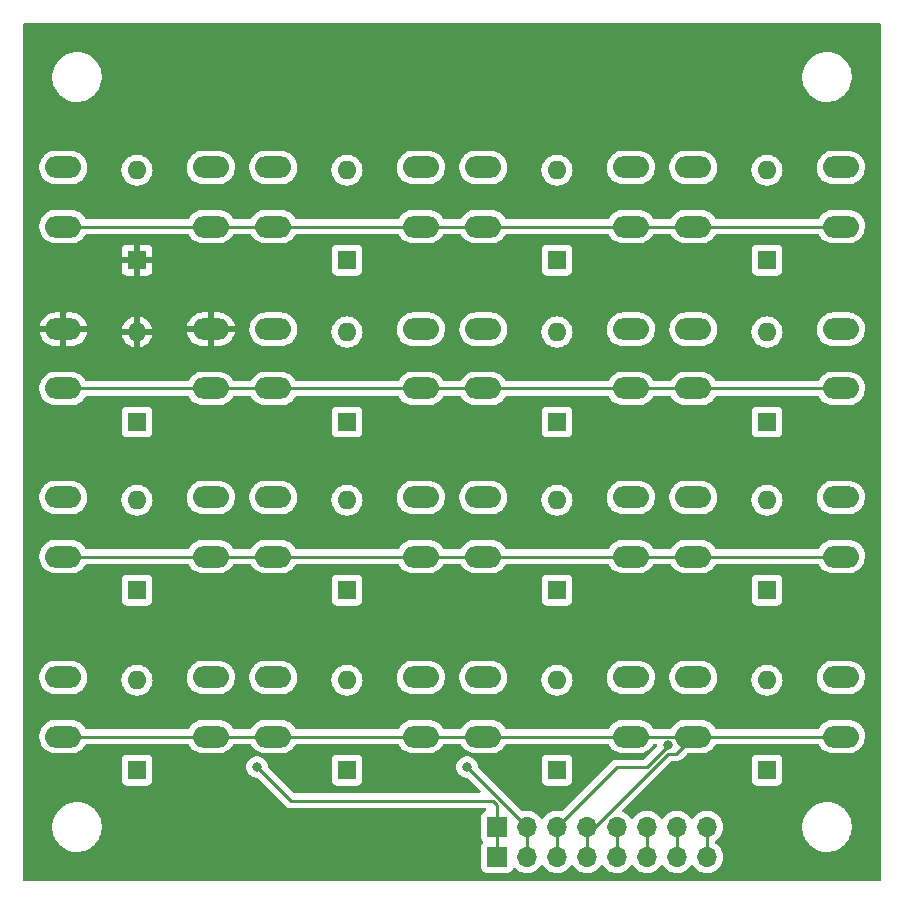
<source format=gbr>
%TF.GenerationSoftware,KiCad,Pcbnew,(6.0.1)*%
%TF.CreationDate,2022-01-27T23:18:00+02:00*%
%TF.ProjectId,Keypadv1,4b657970-6164-4763-912e-6b696361645f,rev?*%
%TF.SameCoordinates,Original*%
%TF.FileFunction,Copper,L1,Top*%
%TF.FilePolarity,Positive*%
%FSLAX46Y46*%
G04 Gerber Fmt 4.6, Leading zero omitted, Abs format (unit mm)*
G04 Created by KiCad (PCBNEW (6.0.1)) date 2022-01-27 23:18:00*
%MOMM*%
%LPD*%
G01*
G04 APERTURE LIST*
%TA.AperFunction,ComponentPad*%
%ADD10O,3.048000X1.850000*%
%TD*%
%TA.AperFunction,ComponentPad*%
%ADD11R,1.700000X1.700000*%
%TD*%
%TA.AperFunction,ComponentPad*%
%ADD12O,1.700000X1.700000*%
%TD*%
%TA.AperFunction,ComponentPad*%
%ADD13R,1.600000X1.600000*%
%TD*%
%TA.AperFunction,ComponentPad*%
%ADD14O,1.600000X1.600000*%
%TD*%
%TA.AperFunction,ViaPad*%
%ADD15C,0.800000*%
%TD*%
%TA.AperFunction,Conductor*%
%ADD16C,0.250000*%
%TD*%
G04 APERTURE END LIST*
D10*
%TO.P,SW5,1,1*%
%TO.N,Net-(D5-Pad2)*%
X80120000Y-58460000D03*
X92620000Y-58460000D03*
%TO.P,SW5,2,2*%
%TO.N,Net-(J1-Pad1)*%
X92620000Y-63460000D03*
X80120000Y-63460000D03*
%TD*%
%TO.P,SW2,1,1*%
%TO.N,Net-(D1-Pad1)*%
X62340000Y-72170000D03*
X74840000Y-72170000D03*
%TO.P,SW2,2,2*%
%TO.N,Net-(J1-Pad2)*%
X62340000Y-77170000D03*
X74840000Y-77170000D03*
%TD*%
%TO.P,SW4,1,1*%
%TO.N,Net-(D3-Pad1)*%
X74840000Y-101640000D03*
X62340000Y-101640000D03*
%TO.P,SW4,2,2*%
%TO.N,Net-(J1-Pad4)*%
X74840000Y-106640000D03*
X62340000Y-106640000D03*
%TD*%
%TO.P,SW6,1,1*%
%TO.N,Net-(D5-Pad1)*%
X92620000Y-72170000D03*
X80120000Y-72170000D03*
%TO.P,SW6,2,2*%
%TO.N,Net-(J1-Pad2)*%
X92620000Y-77170000D03*
X80120000Y-77170000D03*
%TD*%
D11*
%TO.P,J2,1,Pin_1*%
%TO.N,Net-(J1-Pad1)*%
X99060000Y-116840000D03*
D12*
%TO.P,J2,2,Pin_2*%
%TO.N,Net-(J1-Pad2)*%
X101600000Y-116840000D03*
%TO.P,J2,3,Pin_3*%
%TO.N,Net-(J1-Pad3)*%
X104140000Y-116840000D03*
%TO.P,J2,4,Pin_4*%
%TO.N,Net-(J1-Pad4)*%
X106680000Y-116840000D03*
%TO.P,J2,5,Pin_5*%
%TO.N,Net-(D4-Pad1)*%
X109220000Y-116840000D03*
%TO.P,J2,6,Pin_6*%
%TO.N,Net-(D8-Pad1)*%
X111760000Y-116840000D03*
%TO.P,J2,7,Pin_7*%
%TO.N,Net-(D12-Pad1)*%
X114300000Y-116840000D03*
%TO.P,J2,8,Pin_8*%
%TO.N,Net-(D16-Pad1)*%
X116840000Y-116840000D03*
%TD*%
D10*
%TO.P,SW10,1,1*%
%TO.N,Net-(D10-Pad2)*%
X97900000Y-72170000D03*
X110400000Y-72170000D03*
%TO.P,SW10,2,2*%
%TO.N,Net-(J1-Pad2)*%
X97900000Y-77170000D03*
X110400000Y-77170000D03*
%TD*%
%TO.P,SW1,1,1*%
%TO.N,Net-(D1-Pad2)*%
X74840000Y-58460000D03*
X62340000Y-58460000D03*
%TO.P,SW1,2,2*%
%TO.N,Net-(J1-Pad1)*%
X74840000Y-63460000D03*
X62340000Y-63460000D03*
%TD*%
%TO.P,SW11,1,1*%
%TO.N,Net-(D10-Pad1)*%
X97900000Y-86400000D03*
X110400000Y-86400000D03*
%TO.P,SW11,2,2*%
%TO.N,Net-(J1-Pad3)*%
X97900000Y-91400000D03*
X110400000Y-91400000D03*
%TD*%
%TO.P,SW15,1,1*%
%TO.N,Net-(D14-Pad1)*%
X128180000Y-86400000D03*
X115680000Y-86400000D03*
%TO.P,SW15,2,2*%
%TO.N,Net-(J1-Pad3)*%
X128180000Y-91400000D03*
X115680000Y-91400000D03*
%TD*%
%TO.P,SW12,1,1*%
%TO.N,Net-(D11-Pad1)*%
X110400000Y-101640000D03*
X97900000Y-101640000D03*
%TO.P,SW12,2,2*%
%TO.N,Net-(J1-Pad4)*%
X110400000Y-106640000D03*
X97900000Y-106640000D03*
%TD*%
%TO.P,SW8,1,1*%
%TO.N,Net-(D7-Pad1)*%
X92620000Y-101640000D03*
X80120000Y-101640000D03*
%TO.P,SW8,2,2*%
%TO.N,Net-(J1-Pad4)*%
X92620000Y-106640000D03*
X80120000Y-106640000D03*
%TD*%
D11*
%TO.P,J1,1,Pin_1*%
%TO.N,Net-(J1-Pad1)*%
X99060000Y-114300000D03*
D12*
%TO.P,J1,2,Pin_2*%
%TO.N,Net-(J1-Pad2)*%
X101600000Y-114300000D03*
%TO.P,J1,3,Pin_3*%
%TO.N,Net-(J1-Pad3)*%
X104140000Y-114300000D03*
%TO.P,J1,4,Pin_4*%
%TO.N,Net-(J1-Pad4)*%
X106680000Y-114300000D03*
%TO.P,J1,5,Pin_5*%
%TO.N,Net-(D4-Pad1)*%
X109220000Y-114300000D03*
%TO.P,J1,6,Pin_6*%
%TO.N,Net-(D8-Pad1)*%
X111760000Y-114300000D03*
%TO.P,J1,7,Pin_7*%
%TO.N,Net-(D12-Pad1)*%
X114300000Y-114300000D03*
%TO.P,J1,8,Pin_8*%
%TO.N,Net-(D16-Pad1)*%
X116840000Y-114300000D03*
%TD*%
D10*
%TO.P,SW9,1,1*%
%TO.N,Net-(D9-Pad2)*%
X97900000Y-58460000D03*
X110400000Y-58460000D03*
%TO.P,SW9,2,2*%
%TO.N,Net-(J1-Pad1)*%
X97900000Y-63460000D03*
X110400000Y-63460000D03*
%TD*%
%TO.P,SW7,1,1*%
%TO.N,Net-(D6-Pad1)*%
X92620000Y-86400000D03*
X80120000Y-86400000D03*
%TO.P,SW7,2,2*%
%TO.N,Net-(J1-Pad3)*%
X92620000Y-91400000D03*
X80120000Y-91400000D03*
%TD*%
%TO.P,SW16,1,1*%
%TO.N,Net-(D15-Pad1)*%
X128180000Y-101640000D03*
X115680000Y-101640000D03*
%TO.P,SW16,2,2*%
%TO.N,Net-(J1-Pad4)*%
X128180000Y-106640000D03*
X115680000Y-106640000D03*
%TD*%
%TO.P,SW13,1,1*%
%TO.N,Net-(D13-Pad2)*%
X115680000Y-58460000D03*
X128180000Y-58460000D03*
%TO.P,SW13,2,2*%
%TO.N,Net-(J1-Pad1)*%
X128180000Y-63460000D03*
X115680000Y-63460000D03*
%TD*%
%TO.P,SW14,1,1*%
%TO.N,Net-(D13-Pad1)*%
X115680000Y-72170000D03*
X128180000Y-72170000D03*
%TO.P,SW14,2,2*%
%TO.N,Net-(J1-Pad2)*%
X115680000Y-77170000D03*
X128180000Y-77170000D03*
%TD*%
%TO.P,SW3,1,1*%
%TO.N,Net-(D2-Pad1)*%
X62340000Y-86400000D03*
X74840000Y-86400000D03*
%TO.P,SW3,2,2*%
%TO.N,Net-(J1-Pad3)*%
X62340000Y-91400000D03*
X74840000Y-91400000D03*
%TD*%
D13*
%TO.P,D6,1,K*%
%TO.N,Net-(D6-Pad1)*%
X86360000Y-80010000D03*
D14*
%TO.P,D6,2,A*%
%TO.N,Net-(D5-Pad1)*%
X86360000Y-72390000D03*
%TD*%
D13*
%TO.P,D12,1,K*%
%TO.N,Net-(D12-Pad1)*%
X104140000Y-109480000D03*
D14*
%TO.P,D12,2,A*%
%TO.N,Net-(D11-Pad1)*%
X104140000Y-101860000D03*
%TD*%
D13*
%TO.P,D8,1,K*%
%TO.N,Net-(D8-Pad1)*%
X86360000Y-109480000D03*
D14*
%TO.P,D8,2,A*%
%TO.N,Net-(D7-Pad1)*%
X86360000Y-101860000D03*
%TD*%
D13*
%TO.P,D1,1,K*%
%TO.N,Net-(D1-Pad1)*%
X68580000Y-66300000D03*
D14*
%TO.P,D1,2,A*%
%TO.N,Net-(D1-Pad2)*%
X68580000Y-58680000D03*
%TD*%
D13*
%TO.P,D11,1,K*%
%TO.N,Net-(D11-Pad1)*%
X104140000Y-94240000D03*
D14*
%TO.P,D11,2,A*%
%TO.N,Net-(D10-Pad1)*%
X104140000Y-86620000D03*
%TD*%
D13*
%TO.P,D5,1,K*%
%TO.N,Net-(D5-Pad1)*%
X86360000Y-66300000D03*
D14*
%TO.P,D5,2,A*%
%TO.N,Net-(D5-Pad2)*%
X86360000Y-58680000D03*
%TD*%
D13*
%TO.P,D14,1,K*%
%TO.N,Net-(D14-Pad1)*%
X121920000Y-80010000D03*
D14*
%TO.P,D14,2,A*%
%TO.N,Net-(D13-Pad1)*%
X121920000Y-72390000D03*
%TD*%
D13*
%TO.P,D2,1,K*%
%TO.N,Net-(D2-Pad1)*%
X68580000Y-80010000D03*
D14*
%TO.P,D2,2,A*%
%TO.N,Net-(D1-Pad1)*%
X68580000Y-72390000D03*
%TD*%
D13*
%TO.P,D9,1,K*%
%TO.N,Net-(D10-Pad2)*%
X104140000Y-66300000D03*
D14*
%TO.P,D9,2,A*%
%TO.N,Net-(D9-Pad2)*%
X104140000Y-58680000D03*
%TD*%
D13*
%TO.P,D15,1,K*%
%TO.N,Net-(D15-Pad1)*%
X121920000Y-94240000D03*
D14*
%TO.P,D15,2,A*%
%TO.N,Net-(D14-Pad1)*%
X121920000Y-86620000D03*
%TD*%
D13*
%TO.P,D4,1,K*%
%TO.N,Net-(D4-Pad1)*%
X68580000Y-109480000D03*
D14*
%TO.P,D4,2,A*%
%TO.N,Net-(D3-Pad1)*%
X68580000Y-101860000D03*
%TD*%
D13*
%TO.P,D10,1,K*%
%TO.N,Net-(D10-Pad1)*%
X104140000Y-80010000D03*
D14*
%TO.P,D10,2,A*%
%TO.N,Net-(D10-Pad2)*%
X104140000Y-72390000D03*
%TD*%
D13*
%TO.P,D16,1,K*%
%TO.N,Net-(D16-Pad1)*%
X121920000Y-109480000D03*
D14*
%TO.P,D16,2,A*%
%TO.N,Net-(D15-Pad1)*%
X121920000Y-101860000D03*
%TD*%
D13*
%TO.P,D13,1,K*%
%TO.N,Net-(D13-Pad1)*%
X121920000Y-66300000D03*
D14*
%TO.P,D13,2,A*%
%TO.N,Net-(D13-Pad2)*%
X121920000Y-58680000D03*
%TD*%
D13*
%TO.P,D3,1,K*%
%TO.N,Net-(D3-Pad1)*%
X68580000Y-94240000D03*
D14*
%TO.P,D3,2,A*%
%TO.N,Net-(D2-Pad1)*%
X68580000Y-86620000D03*
%TD*%
D13*
%TO.P,D7,1,K*%
%TO.N,Net-(D7-Pad1)*%
X86360000Y-94240000D03*
D14*
%TO.P,D7,2,A*%
%TO.N,Net-(D6-Pad1)*%
X86360000Y-86620000D03*
%TD*%
D15*
%TO.N,Net-(J1-Pad2)*%
X96520000Y-109220000D03*
%TO.N,Net-(J1-Pad1)*%
X78740000Y-109220000D03*
%TO.N,Net-(J1-Pad3)*%
X113557280Y-107364500D03*
%TD*%
D16*
%TO.N,Net-(D1-Pad2)*%
X68360000Y-58460000D02*
X68580000Y-58680000D01*
%TO.N,Net-(J1-Pad4)*%
X107315718Y-114300000D02*
X113526707Y-108089011D01*
X106680000Y-114300000D02*
X107315718Y-114300000D01*
X114230989Y-108089011D02*
X115680000Y-106640000D01*
X106680000Y-114300000D02*
X106680000Y-116840000D01*
X62340000Y-106640000D02*
X128180000Y-106640000D01*
X113526707Y-108089011D02*
X114230989Y-108089011D01*
%TO.N,Net-(J1-Pad2)*%
X62340000Y-77170000D02*
X128180000Y-77170000D01*
X101600000Y-114300000D02*
X96520000Y-109220000D01*
X101600000Y-114300000D02*
X101600000Y-116840000D01*
%TO.N,Net-(D8-Pad1)*%
X111760000Y-114300000D02*
X111760000Y-116840000D01*
%TO.N,Net-(J1-Pad1)*%
X81597859Y-112077859D02*
X98742141Y-112077859D01*
X99060000Y-114300000D02*
X99060000Y-116840000D01*
X78740000Y-109220000D02*
X81597859Y-112077859D01*
X62340000Y-63460000D02*
X128180000Y-63460000D01*
X99060000Y-112395718D02*
X99060000Y-114300000D01*
X98742141Y-112077859D02*
X99060000Y-112395718D01*
%TO.N,Net-(D4-Pad1)*%
X109220000Y-114300000D02*
X109220000Y-116840000D01*
%TO.N,Net-(J1-Pad3)*%
X113557280Y-107422720D02*
X113557280Y-107364500D01*
X111760000Y-109220000D02*
X113557280Y-107422720D01*
X104140000Y-114300000D02*
X104140000Y-116840000D01*
X109220000Y-109220000D02*
X111760000Y-109220000D01*
X104140000Y-114300000D02*
X109220000Y-109220000D01*
X62340000Y-91400000D02*
X128180000Y-91400000D01*
%TO.N,Net-(D16-Pad1)*%
X116840000Y-114300000D02*
X116840000Y-116840000D01*
%TO.N,Net-(D12-Pad1)*%
X114300000Y-114300000D02*
X114300000Y-116840000D01*
%TD*%
%TA.AperFunction,Conductor*%
%TO.N,Net-(D1-Pad1)*%
G36*
X131514121Y-46248002D02*
G01*
X131560614Y-46301658D01*
X131572000Y-46354000D01*
X131572000Y-118746000D01*
X131551998Y-118814121D01*
X131498342Y-118860614D01*
X131446000Y-118872000D01*
X59054000Y-118872000D01*
X58985879Y-118851998D01*
X58939386Y-118798342D01*
X58928000Y-118746000D01*
X58928000Y-114432703D01*
X61390743Y-114432703D01*
X61428268Y-114717734D01*
X61504129Y-114995036D01*
X61505813Y-114998984D01*
X61601202Y-115222618D01*
X61616923Y-115259476D01*
X61627555Y-115277240D01*
X61736621Y-115459476D01*
X61764561Y-115506161D01*
X61944313Y-115730528D01*
X61961397Y-115746740D01*
X62128236Y-115905064D01*
X62152851Y-115928423D01*
X62386317Y-116096186D01*
X62390112Y-116098195D01*
X62390113Y-116098196D01*
X62411869Y-116109715D01*
X62640392Y-116230712D01*
X62910373Y-116329511D01*
X63191264Y-116390755D01*
X63219841Y-116393004D01*
X63414282Y-116408307D01*
X63414291Y-116408307D01*
X63416739Y-116408500D01*
X63572271Y-116408500D01*
X63574407Y-116408354D01*
X63574418Y-116408354D01*
X63782548Y-116394165D01*
X63782554Y-116394164D01*
X63786825Y-116393873D01*
X63791020Y-116393004D01*
X63791022Y-116393004D01*
X63927584Y-116364723D01*
X64068342Y-116335574D01*
X64339343Y-116239607D01*
X64490599Y-116161538D01*
X64591005Y-116109715D01*
X64591006Y-116109715D01*
X64594812Y-116107750D01*
X64598313Y-116105289D01*
X64598317Y-116105287D01*
X64825979Y-115945283D01*
X64830023Y-115942441D01*
X64916326Y-115862243D01*
X65037479Y-115749661D01*
X65037481Y-115749658D01*
X65040622Y-115746740D01*
X65222713Y-115524268D01*
X65372927Y-115279142D01*
X65376927Y-115270031D01*
X65486757Y-115019830D01*
X65488483Y-115015898D01*
X65493742Y-114997438D01*
X65566068Y-114743534D01*
X65567244Y-114739406D01*
X65607751Y-114454784D01*
X65607845Y-114436951D01*
X65609235Y-114171583D01*
X65609235Y-114171576D01*
X65609257Y-114167297D01*
X65571732Y-113882266D01*
X65495871Y-113604964D01*
X65428239Y-113446403D01*
X65384763Y-113344476D01*
X65384761Y-113344472D01*
X65383077Y-113340524D01*
X65279704Y-113167800D01*
X65237643Y-113097521D01*
X65237640Y-113097517D01*
X65235439Y-113093839D01*
X65055687Y-112869472D01*
X64904972Y-112726449D01*
X64850258Y-112674527D01*
X64850255Y-112674525D01*
X64847149Y-112671577D01*
X64613683Y-112503814D01*
X64591843Y-112492250D01*
X64550031Y-112470112D01*
X64359608Y-112369288D01*
X64089627Y-112270489D01*
X63808736Y-112209245D01*
X63777685Y-112206801D01*
X63585718Y-112191693D01*
X63585709Y-112191693D01*
X63583261Y-112191500D01*
X63427729Y-112191500D01*
X63425593Y-112191646D01*
X63425582Y-112191646D01*
X63217452Y-112205835D01*
X63217446Y-112205836D01*
X63213175Y-112206127D01*
X63208980Y-112206996D01*
X63208978Y-112206996D01*
X63072417Y-112235276D01*
X62931658Y-112264426D01*
X62660657Y-112360393D01*
X62405188Y-112492250D01*
X62401687Y-112494711D01*
X62401683Y-112494713D01*
X62391594Y-112501804D01*
X62169977Y-112657559D01*
X62107805Y-112715333D01*
X61983601Y-112830751D01*
X61959378Y-112853260D01*
X61777287Y-113075732D01*
X61627073Y-113320858D01*
X61511517Y-113584102D01*
X61510342Y-113588229D01*
X61510341Y-113588230D01*
X61507097Y-113599618D01*
X61432756Y-113860594D01*
X61392249Y-114145216D01*
X61392227Y-114149505D01*
X61392226Y-114149512D01*
X61390765Y-114428417D01*
X61390743Y-114432703D01*
X58928000Y-114432703D01*
X58928000Y-110328134D01*
X67271500Y-110328134D01*
X67278255Y-110390316D01*
X67329385Y-110526705D01*
X67416739Y-110643261D01*
X67533295Y-110730615D01*
X67669684Y-110781745D01*
X67731866Y-110788500D01*
X69428134Y-110788500D01*
X69490316Y-110781745D01*
X69626705Y-110730615D01*
X69743261Y-110643261D01*
X69830615Y-110526705D01*
X69881745Y-110390316D01*
X69888500Y-110328134D01*
X69888500Y-108631866D01*
X69881745Y-108569684D01*
X69830615Y-108433295D01*
X69743261Y-108316739D01*
X69626705Y-108229385D01*
X69490316Y-108178255D01*
X69428134Y-108171500D01*
X67731866Y-108171500D01*
X67669684Y-108178255D01*
X67533295Y-108229385D01*
X67416739Y-108316739D01*
X67329385Y-108433295D01*
X67278255Y-108569684D01*
X67271500Y-108631866D01*
X67271500Y-110328134D01*
X58928000Y-110328134D01*
X58928000Y-106740339D01*
X60306091Y-106740339D01*
X60341747Y-106973349D01*
X60414980Y-107197407D01*
X60417370Y-107201998D01*
X60492936Y-107347158D01*
X60523825Y-107406496D01*
X60526928Y-107410629D01*
X60526930Y-107410632D01*
X60662253Y-107590865D01*
X60665358Y-107595000D01*
X60835777Y-107757857D01*
X61030508Y-107890693D01*
X61035192Y-107892867D01*
X61035195Y-107892869D01*
X61239628Y-107987764D01*
X61239633Y-107987766D01*
X61244319Y-107989941D01*
X61471468Y-108052935D01*
X61476605Y-108053484D01*
X61660563Y-108073144D01*
X61660571Y-108073144D01*
X61663898Y-108073500D01*
X62998757Y-108073500D01*
X63001330Y-108073288D01*
X63001341Y-108073288D01*
X63168779Y-108059522D01*
X63168785Y-108059521D01*
X63173930Y-108059098D01*
X63402551Y-108001673D01*
X63618723Y-107907678D01*
X63816641Y-107779640D01*
X63840581Y-107757857D01*
X63987167Y-107624473D01*
X63987168Y-107624471D01*
X63990989Y-107620995D01*
X63994188Y-107616944D01*
X63994192Y-107616940D01*
X64108142Y-107472655D01*
X64137085Y-107436006D01*
X64139578Y-107431491D01*
X64139586Y-107431478D01*
X64190854Y-107338606D01*
X64241286Y-107288636D01*
X64301162Y-107273500D01*
X72878134Y-107273500D01*
X72946255Y-107293502D01*
X72989895Y-107341317D01*
X73023825Y-107406496D01*
X73026928Y-107410629D01*
X73026930Y-107410632D01*
X73162253Y-107590865D01*
X73165358Y-107595000D01*
X73335777Y-107757857D01*
X73530508Y-107890693D01*
X73535192Y-107892867D01*
X73535195Y-107892869D01*
X73739628Y-107987764D01*
X73739633Y-107987766D01*
X73744319Y-107989941D01*
X73971468Y-108052935D01*
X73976605Y-108053484D01*
X74160563Y-108073144D01*
X74160571Y-108073144D01*
X74163898Y-108073500D01*
X75498757Y-108073500D01*
X75501330Y-108073288D01*
X75501341Y-108073288D01*
X75668779Y-108059522D01*
X75668785Y-108059521D01*
X75673930Y-108059098D01*
X75902551Y-108001673D01*
X76118723Y-107907678D01*
X76316641Y-107779640D01*
X76340581Y-107757857D01*
X76487167Y-107624473D01*
X76487168Y-107624471D01*
X76490989Y-107620995D01*
X76494188Y-107616944D01*
X76494192Y-107616940D01*
X76608142Y-107472655D01*
X76637085Y-107436006D01*
X76639578Y-107431491D01*
X76639586Y-107431478D01*
X76690854Y-107338606D01*
X76741286Y-107288636D01*
X76801162Y-107273500D01*
X78158134Y-107273500D01*
X78226255Y-107293502D01*
X78269895Y-107341317D01*
X78303825Y-107406496D01*
X78306928Y-107410629D01*
X78306930Y-107410632D01*
X78442253Y-107590865D01*
X78445358Y-107595000D01*
X78615777Y-107757857D01*
X78810508Y-107890693D01*
X78815192Y-107892867D01*
X78815195Y-107892869D01*
X79019628Y-107987764D01*
X79019633Y-107987766D01*
X79024319Y-107989941D01*
X79251468Y-108052935D01*
X79256605Y-108053484D01*
X79440563Y-108073144D01*
X79440571Y-108073144D01*
X79443898Y-108073500D01*
X80778757Y-108073500D01*
X80781330Y-108073288D01*
X80781341Y-108073288D01*
X80948779Y-108059522D01*
X80948785Y-108059521D01*
X80953930Y-108059098D01*
X81182551Y-108001673D01*
X81398723Y-107907678D01*
X81596641Y-107779640D01*
X81620581Y-107757857D01*
X81767167Y-107624473D01*
X81767168Y-107624471D01*
X81770989Y-107620995D01*
X81774188Y-107616944D01*
X81774192Y-107616940D01*
X81888142Y-107472655D01*
X81917085Y-107436006D01*
X81919578Y-107431491D01*
X81919586Y-107431478D01*
X81970854Y-107338606D01*
X82021286Y-107288636D01*
X82081162Y-107273500D01*
X90658134Y-107273500D01*
X90726255Y-107293502D01*
X90769895Y-107341317D01*
X90803825Y-107406496D01*
X90806928Y-107410629D01*
X90806930Y-107410632D01*
X90942253Y-107590865D01*
X90945358Y-107595000D01*
X91115777Y-107757857D01*
X91310508Y-107890693D01*
X91315192Y-107892867D01*
X91315195Y-107892869D01*
X91519628Y-107987764D01*
X91519633Y-107987766D01*
X91524319Y-107989941D01*
X91751468Y-108052935D01*
X91756605Y-108053484D01*
X91940563Y-108073144D01*
X91940571Y-108073144D01*
X91943898Y-108073500D01*
X93278757Y-108073500D01*
X93281330Y-108073288D01*
X93281341Y-108073288D01*
X93448779Y-108059522D01*
X93448785Y-108059521D01*
X93453930Y-108059098D01*
X93682551Y-108001673D01*
X93898723Y-107907678D01*
X94096641Y-107779640D01*
X94120581Y-107757857D01*
X94267167Y-107624473D01*
X94267168Y-107624471D01*
X94270989Y-107620995D01*
X94274188Y-107616944D01*
X94274192Y-107616940D01*
X94388142Y-107472655D01*
X94417085Y-107436006D01*
X94419578Y-107431491D01*
X94419586Y-107431478D01*
X94470854Y-107338606D01*
X94521286Y-107288636D01*
X94581162Y-107273500D01*
X95938134Y-107273500D01*
X96006255Y-107293502D01*
X96049895Y-107341317D01*
X96083825Y-107406496D01*
X96086928Y-107410629D01*
X96086930Y-107410632D01*
X96222253Y-107590865D01*
X96225358Y-107595000D01*
X96395777Y-107757857D01*
X96590508Y-107890693D01*
X96595192Y-107892867D01*
X96595195Y-107892869D01*
X96799628Y-107987764D01*
X96799633Y-107987766D01*
X96804319Y-107989941D01*
X97031468Y-108052935D01*
X97036605Y-108053484D01*
X97220563Y-108073144D01*
X97220571Y-108073144D01*
X97223898Y-108073500D01*
X98558757Y-108073500D01*
X98561330Y-108073288D01*
X98561341Y-108073288D01*
X98728779Y-108059522D01*
X98728785Y-108059521D01*
X98733930Y-108059098D01*
X98962551Y-108001673D01*
X99178723Y-107907678D01*
X99376641Y-107779640D01*
X99400581Y-107757857D01*
X99547167Y-107624473D01*
X99547168Y-107624471D01*
X99550989Y-107620995D01*
X99554188Y-107616944D01*
X99554192Y-107616940D01*
X99668142Y-107472655D01*
X99697085Y-107436006D01*
X99699578Y-107431491D01*
X99699586Y-107431478D01*
X99750854Y-107338606D01*
X99801286Y-107288636D01*
X99861162Y-107273500D01*
X108438134Y-107273500D01*
X108506255Y-107293502D01*
X108549895Y-107341317D01*
X108583825Y-107406496D01*
X108586928Y-107410629D01*
X108586930Y-107410632D01*
X108722253Y-107590865D01*
X108725358Y-107595000D01*
X108895777Y-107757857D01*
X109090508Y-107890693D01*
X109095192Y-107892867D01*
X109095195Y-107892869D01*
X109299628Y-107987764D01*
X109299633Y-107987766D01*
X109304319Y-107989941D01*
X109531468Y-108052935D01*
X109536605Y-108053484D01*
X109720563Y-108073144D01*
X109720571Y-108073144D01*
X109723898Y-108073500D01*
X111058757Y-108073500D01*
X111061330Y-108073288D01*
X111061341Y-108073288D01*
X111228779Y-108059522D01*
X111228785Y-108059521D01*
X111233930Y-108059098D01*
X111462551Y-108001673D01*
X111678723Y-107907678D01*
X111876641Y-107779640D01*
X111900581Y-107757857D01*
X112047167Y-107624473D01*
X112047168Y-107624471D01*
X112050989Y-107620995D01*
X112054188Y-107616944D01*
X112054192Y-107616940D01*
X112168142Y-107472655D01*
X112197085Y-107436006D01*
X112199578Y-107431491D01*
X112199586Y-107431478D01*
X112250854Y-107338606D01*
X112301286Y-107288636D01*
X112361162Y-107273500D01*
X112506406Y-107273500D01*
X112574527Y-107293502D01*
X112621020Y-107347158D01*
X112631124Y-107417432D01*
X112601630Y-107482012D01*
X112595501Y-107488595D01*
X111534500Y-108549595D01*
X111472188Y-108583621D01*
X111445405Y-108586500D01*
X109298767Y-108586500D01*
X109287584Y-108585973D01*
X109280091Y-108584298D01*
X109272165Y-108584547D01*
X109272164Y-108584547D01*
X109212001Y-108586438D01*
X109208043Y-108586500D01*
X109180144Y-108586500D01*
X109176154Y-108587004D01*
X109164320Y-108587936D01*
X109120111Y-108589326D01*
X109112497Y-108591538D01*
X109112492Y-108591539D01*
X109100659Y-108594977D01*
X109081296Y-108598988D01*
X109061203Y-108601526D01*
X109053836Y-108604443D01*
X109053831Y-108604444D01*
X109020092Y-108617802D01*
X109008865Y-108621646D01*
X108966407Y-108633982D01*
X108959581Y-108638019D01*
X108948972Y-108644293D01*
X108931224Y-108652988D01*
X108912383Y-108660448D01*
X108905967Y-108665110D01*
X108905966Y-108665110D01*
X108876613Y-108686436D01*
X108866693Y-108692952D01*
X108835465Y-108711420D01*
X108835462Y-108711422D01*
X108828638Y-108715458D01*
X108814317Y-108729779D01*
X108799284Y-108742619D01*
X108782893Y-108754528D01*
X108777842Y-108760634D01*
X108754702Y-108788605D01*
X108746712Y-108797384D01*
X104597345Y-112946750D01*
X104535033Y-112980776D01*
X104486154Y-112981702D01*
X104273373Y-112943800D01*
X104273367Y-112943799D01*
X104268284Y-112942894D01*
X104194452Y-112941992D01*
X104050081Y-112940228D01*
X104050079Y-112940228D01*
X104044911Y-112940165D01*
X103824091Y-112973955D01*
X103611756Y-113043357D01*
X103581443Y-113059137D01*
X103425016Y-113140568D01*
X103413607Y-113146507D01*
X103409474Y-113149610D01*
X103409471Y-113149612D01*
X103318483Y-113217928D01*
X103234965Y-113280635D01*
X103080629Y-113442138D01*
X102973201Y-113599621D01*
X102918293Y-113644621D01*
X102847768Y-113652792D01*
X102784021Y-113621538D01*
X102763324Y-113597054D01*
X102682822Y-113472617D01*
X102682820Y-113472614D01*
X102680014Y-113468277D01*
X102529670Y-113303051D01*
X102525619Y-113299852D01*
X102525615Y-113299848D01*
X102358414Y-113167800D01*
X102358410Y-113167798D01*
X102354359Y-113164598D01*
X102158789Y-113056638D01*
X102153920Y-113054914D01*
X102153916Y-113054912D01*
X101953087Y-112983795D01*
X101953083Y-112983794D01*
X101948212Y-112982069D01*
X101943119Y-112981162D01*
X101943116Y-112981161D01*
X101733373Y-112943800D01*
X101733367Y-112943799D01*
X101728284Y-112942894D01*
X101654452Y-112941992D01*
X101510081Y-112940228D01*
X101510079Y-112940228D01*
X101504911Y-112940165D01*
X101284091Y-112973955D01*
X101271532Y-112978060D01*
X101200568Y-112980210D01*
X101143294Y-112947389D01*
X98524039Y-110328134D01*
X102831500Y-110328134D01*
X102838255Y-110390316D01*
X102889385Y-110526705D01*
X102976739Y-110643261D01*
X103093295Y-110730615D01*
X103229684Y-110781745D01*
X103291866Y-110788500D01*
X104988134Y-110788500D01*
X105050316Y-110781745D01*
X105186705Y-110730615D01*
X105303261Y-110643261D01*
X105390615Y-110526705D01*
X105441745Y-110390316D01*
X105448500Y-110328134D01*
X105448500Y-108631866D01*
X105441745Y-108569684D01*
X105390615Y-108433295D01*
X105303261Y-108316739D01*
X105186705Y-108229385D01*
X105050316Y-108178255D01*
X104988134Y-108171500D01*
X103291866Y-108171500D01*
X103229684Y-108178255D01*
X103093295Y-108229385D01*
X102976739Y-108316739D01*
X102889385Y-108433295D01*
X102838255Y-108569684D01*
X102831500Y-108631866D01*
X102831500Y-110328134D01*
X98524039Y-110328134D01*
X97467122Y-109271217D01*
X97433096Y-109208905D01*
X97430907Y-109195292D01*
X97414232Y-109036635D01*
X97414232Y-109036633D01*
X97413542Y-109030072D01*
X97354527Y-108848444D01*
X97259040Y-108683056D01*
X97251813Y-108675029D01*
X97135675Y-108546045D01*
X97135674Y-108546044D01*
X97131253Y-108541134D01*
X96976752Y-108428882D01*
X96970724Y-108426198D01*
X96970722Y-108426197D01*
X96808319Y-108353891D01*
X96808318Y-108353891D01*
X96802288Y-108351206D01*
X96708888Y-108331353D01*
X96621944Y-108312872D01*
X96621939Y-108312872D01*
X96615487Y-108311500D01*
X96424513Y-108311500D01*
X96418061Y-108312872D01*
X96418056Y-108312872D01*
X96331112Y-108331353D01*
X96237712Y-108351206D01*
X96231682Y-108353891D01*
X96231681Y-108353891D01*
X96069278Y-108426197D01*
X96069276Y-108426198D01*
X96063248Y-108428882D01*
X95908747Y-108541134D01*
X95904326Y-108546044D01*
X95904325Y-108546045D01*
X95788188Y-108675029D01*
X95780960Y-108683056D01*
X95685473Y-108848444D01*
X95626458Y-109030072D01*
X95606496Y-109220000D01*
X95626458Y-109409928D01*
X95685473Y-109591556D01*
X95780960Y-109756944D01*
X95785378Y-109761851D01*
X95785379Y-109761852D01*
X95885909Y-109873502D01*
X95908747Y-109898866D01*
X96063248Y-110011118D01*
X96069276Y-110013802D01*
X96069278Y-110013803D01*
X96177558Y-110062012D01*
X96237712Y-110088794D01*
X96331113Y-110108647D01*
X96418056Y-110127128D01*
X96418061Y-110127128D01*
X96424513Y-110128500D01*
X96480406Y-110128500D01*
X96548527Y-110148502D01*
X96569501Y-110165405D01*
X97633360Y-111229264D01*
X97667386Y-111291576D01*
X97662321Y-111362391D01*
X97619774Y-111419227D01*
X97553254Y-111444038D01*
X97544265Y-111444359D01*
X81912453Y-111444359D01*
X81844332Y-111424357D01*
X81823358Y-111407454D01*
X80744039Y-110328134D01*
X85051500Y-110328134D01*
X85058255Y-110390316D01*
X85109385Y-110526705D01*
X85196739Y-110643261D01*
X85313295Y-110730615D01*
X85449684Y-110781745D01*
X85511866Y-110788500D01*
X87208134Y-110788500D01*
X87270316Y-110781745D01*
X87406705Y-110730615D01*
X87523261Y-110643261D01*
X87610615Y-110526705D01*
X87661745Y-110390316D01*
X87668500Y-110328134D01*
X87668500Y-108631866D01*
X87661745Y-108569684D01*
X87610615Y-108433295D01*
X87523261Y-108316739D01*
X87406705Y-108229385D01*
X87270316Y-108178255D01*
X87208134Y-108171500D01*
X85511866Y-108171500D01*
X85449684Y-108178255D01*
X85313295Y-108229385D01*
X85196739Y-108316739D01*
X85109385Y-108433295D01*
X85058255Y-108569684D01*
X85051500Y-108631866D01*
X85051500Y-110328134D01*
X80744039Y-110328134D01*
X79687122Y-109271217D01*
X79653096Y-109208905D01*
X79650907Y-109195292D01*
X79634232Y-109036635D01*
X79634232Y-109036633D01*
X79633542Y-109030072D01*
X79574527Y-108848444D01*
X79479040Y-108683056D01*
X79471813Y-108675029D01*
X79355675Y-108546045D01*
X79355674Y-108546044D01*
X79351253Y-108541134D01*
X79196752Y-108428882D01*
X79190724Y-108426198D01*
X79190722Y-108426197D01*
X79028319Y-108353891D01*
X79028318Y-108353891D01*
X79022288Y-108351206D01*
X78928888Y-108331353D01*
X78841944Y-108312872D01*
X78841939Y-108312872D01*
X78835487Y-108311500D01*
X78644513Y-108311500D01*
X78638061Y-108312872D01*
X78638056Y-108312872D01*
X78551112Y-108331353D01*
X78457712Y-108351206D01*
X78451682Y-108353891D01*
X78451681Y-108353891D01*
X78289278Y-108426197D01*
X78289276Y-108426198D01*
X78283248Y-108428882D01*
X78128747Y-108541134D01*
X78124326Y-108546044D01*
X78124325Y-108546045D01*
X78008188Y-108675029D01*
X78000960Y-108683056D01*
X77905473Y-108848444D01*
X77846458Y-109030072D01*
X77826496Y-109220000D01*
X77846458Y-109409928D01*
X77905473Y-109591556D01*
X78000960Y-109756944D01*
X78005378Y-109761851D01*
X78005379Y-109761852D01*
X78105909Y-109873502D01*
X78128747Y-109898866D01*
X78283248Y-110011118D01*
X78289276Y-110013802D01*
X78289278Y-110013803D01*
X78397558Y-110062012D01*
X78457712Y-110088794D01*
X78551113Y-110108647D01*
X78638056Y-110127128D01*
X78638061Y-110127128D01*
X78644513Y-110128500D01*
X78700406Y-110128500D01*
X78768527Y-110148502D01*
X78789501Y-110165405D01*
X81094207Y-112470112D01*
X81101747Y-112478398D01*
X81105859Y-112484877D01*
X81111636Y-112490302D01*
X81155510Y-112531502D01*
X81158352Y-112534257D01*
X81178089Y-112553994D01*
X81181286Y-112556474D01*
X81190306Y-112564177D01*
X81222538Y-112594445D01*
X81229484Y-112598264D01*
X81229487Y-112598266D01*
X81240293Y-112604207D01*
X81256812Y-112615058D01*
X81272818Y-112627473D01*
X81280087Y-112630618D01*
X81280091Y-112630621D01*
X81313396Y-112645033D01*
X81324046Y-112650250D01*
X81362799Y-112671554D01*
X81370474Y-112673525D01*
X81370475Y-112673525D01*
X81382421Y-112676592D01*
X81401126Y-112682996D01*
X81419714Y-112691040D01*
X81427537Y-112692279D01*
X81427547Y-112692282D01*
X81463383Y-112697958D01*
X81475003Y-112700364D01*
X81510148Y-112709387D01*
X81517829Y-112711359D01*
X81538083Y-112711359D01*
X81557793Y-112712910D01*
X81577802Y-112716079D01*
X81585694Y-112715333D01*
X81621820Y-112711918D01*
X81633678Y-112711359D01*
X98036552Y-112711359D01*
X98104673Y-112731361D01*
X98151166Y-112785017D01*
X98161270Y-112855291D01*
X98131776Y-112919871D01*
X98080782Y-112955341D01*
X97963295Y-112999385D01*
X97846739Y-113086739D01*
X97759385Y-113203295D01*
X97708255Y-113339684D01*
X97701500Y-113401866D01*
X97701500Y-115198134D01*
X97708255Y-115260316D01*
X97759385Y-115396705D01*
X97813499Y-115468909D01*
X97832630Y-115494435D01*
X97857478Y-115560941D01*
X97842425Y-115630324D01*
X97832632Y-115645562D01*
X97759385Y-115743295D01*
X97708255Y-115879684D01*
X97701500Y-115941866D01*
X97701500Y-117738134D01*
X97708255Y-117800316D01*
X97759385Y-117936705D01*
X97846739Y-118053261D01*
X97963295Y-118140615D01*
X98099684Y-118191745D01*
X98161866Y-118198500D01*
X99958134Y-118198500D01*
X100020316Y-118191745D01*
X100156705Y-118140615D01*
X100273261Y-118053261D01*
X100360615Y-117936705D01*
X100382799Y-117877529D01*
X100404598Y-117819382D01*
X100447240Y-117762618D01*
X100513802Y-117737918D01*
X100583150Y-117753126D01*
X100617817Y-117781114D01*
X100646250Y-117813938D01*
X100818126Y-117956632D01*
X101011000Y-118069338D01*
X101219692Y-118149030D01*
X101224760Y-118150061D01*
X101224763Y-118150062D01*
X101332017Y-118171883D01*
X101438597Y-118193567D01*
X101443772Y-118193757D01*
X101443774Y-118193757D01*
X101656673Y-118201564D01*
X101656677Y-118201564D01*
X101661837Y-118201753D01*
X101666957Y-118201097D01*
X101666959Y-118201097D01*
X101878288Y-118174025D01*
X101878289Y-118174025D01*
X101883416Y-118173368D01*
X101888366Y-118171883D01*
X102092429Y-118110661D01*
X102092434Y-118110659D01*
X102097384Y-118109174D01*
X102297994Y-118010896D01*
X102479860Y-117881173D01*
X102638096Y-117723489D01*
X102768453Y-117542077D01*
X102769776Y-117543028D01*
X102816645Y-117499857D01*
X102886580Y-117487625D01*
X102952026Y-117515144D01*
X102979875Y-117546994D01*
X103039987Y-117645088D01*
X103186250Y-117813938D01*
X103358126Y-117956632D01*
X103551000Y-118069338D01*
X103759692Y-118149030D01*
X103764760Y-118150061D01*
X103764763Y-118150062D01*
X103872017Y-118171883D01*
X103978597Y-118193567D01*
X103983772Y-118193757D01*
X103983774Y-118193757D01*
X104196673Y-118201564D01*
X104196677Y-118201564D01*
X104201837Y-118201753D01*
X104206957Y-118201097D01*
X104206959Y-118201097D01*
X104418288Y-118174025D01*
X104418289Y-118174025D01*
X104423416Y-118173368D01*
X104428366Y-118171883D01*
X104632429Y-118110661D01*
X104632434Y-118110659D01*
X104637384Y-118109174D01*
X104837994Y-118010896D01*
X105019860Y-117881173D01*
X105178096Y-117723489D01*
X105308453Y-117542077D01*
X105309776Y-117543028D01*
X105356645Y-117499857D01*
X105426580Y-117487625D01*
X105492026Y-117515144D01*
X105519875Y-117546994D01*
X105579987Y-117645088D01*
X105726250Y-117813938D01*
X105898126Y-117956632D01*
X106091000Y-118069338D01*
X106299692Y-118149030D01*
X106304760Y-118150061D01*
X106304763Y-118150062D01*
X106412017Y-118171883D01*
X106518597Y-118193567D01*
X106523772Y-118193757D01*
X106523774Y-118193757D01*
X106736673Y-118201564D01*
X106736677Y-118201564D01*
X106741837Y-118201753D01*
X106746957Y-118201097D01*
X106746959Y-118201097D01*
X106958288Y-118174025D01*
X106958289Y-118174025D01*
X106963416Y-118173368D01*
X106968366Y-118171883D01*
X107172429Y-118110661D01*
X107172434Y-118110659D01*
X107177384Y-118109174D01*
X107377994Y-118010896D01*
X107559860Y-117881173D01*
X107718096Y-117723489D01*
X107848453Y-117542077D01*
X107849776Y-117543028D01*
X107896645Y-117499857D01*
X107966580Y-117487625D01*
X108032026Y-117515144D01*
X108059875Y-117546994D01*
X108119987Y-117645088D01*
X108266250Y-117813938D01*
X108438126Y-117956632D01*
X108631000Y-118069338D01*
X108839692Y-118149030D01*
X108844760Y-118150061D01*
X108844763Y-118150062D01*
X108952017Y-118171883D01*
X109058597Y-118193567D01*
X109063772Y-118193757D01*
X109063774Y-118193757D01*
X109276673Y-118201564D01*
X109276677Y-118201564D01*
X109281837Y-118201753D01*
X109286957Y-118201097D01*
X109286959Y-118201097D01*
X109498288Y-118174025D01*
X109498289Y-118174025D01*
X109503416Y-118173368D01*
X109508366Y-118171883D01*
X109712429Y-118110661D01*
X109712434Y-118110659D01*
X109717384Y-118109174D01*
X109917994Y-118010896D01*
X110099860Y-117881173D01*
X110258096Y-117723489D01*
X110388453Y-117542077D01*
X110389776Y-117543028D01*
X110436645Y-117499857D01*
X110506580Y-117487625D01*
X110572026Y-117515144D01*
X110599875Y-117546994D01*
X110659987Y-117645088D01*
X110806250Y-117813938D01*
X110978126Y-117956632D01*
X111171000Y-118069338D01*
X111379692Y-118149030D01*
X111384760Y-118150061D01*
X111384763Y-118150062D01*
X111492017Y-118171883D01*
X111598597Y-118193567D01*
X111603772Y-118193757D01*
X111603774Y-118193757D01*
X111816673Y-118201564D01*
X111816677Y-118201564D01*
X111821837Y-118201753D01*
X111826957Y-118201097D01*
X111826959Y-118201097D01*
X112038288Y-118174025D01*
X112038289Y-118174025D01*
X112043416Y-118173368D01*
X112048366Y-118171883D01*
X112252429Y-118110661D01*
X112252434Y-118110659D01*
X112257384Y-118109174D01*
X112457994Y-118010896D01*
X112639860Y-117881173D01*
X112798096Y-117723489D01*
X112928453Y-117542077D01*
X112929776Y-117543028D01*
X112976645Y-117499857D01*
X113046580Y-117487625D01*
X113112026Y-117515144D01*
X113139875Y-117546994D01*
X113199987Y-117645088D01*
X113346250Y-117813938D01*
X113518126Y-117956632D01*
X113711000Y-118069338D01*
X113919692Y-118149030D01*
X113924760Y-118150061D01*
X113924763Y-118150062D01*
X114032017Y-118171883D01*
X114138597Y-118193567D01*
X114143772Y-118193757D01*
X114143774Y-118193757D01*
X114356673Y-118201564D01*
X114356677Y-118201564D01*
X114361837Y-118201753D01*
X114366957Y-118201097D01*
X114366959Y-118201097D01*
X114578288Y-118174025D01*
X114578289Y-118174025D01*
X114583416Y-118173368D01*
X114588366Y-118171883D01*
X114792429Y-118110661D01*
X114792434Y-118110659D01*
X114797384Y-118109174D01*
X114997994Y-118010896D01*
X115179860Y-117881173D01*
X115338096Y-117723489D01*
X115468453Y-117542077D01*
X115469776Y-117543028D01*
X115516645Y-117499857D01*
X115586580Y-117487625D01*
X115652026Y-117515144D01*
X115679875Y-117546994D01*
X115739987Y-117645088D01*
X115886250Y-117813938D01*
X116058126Y-117956632D01*
X116251000Y-118069338D01*
X116459692Y-118149030D01*
X116464760Y-118150061D01*
X116464763Y-118150062D01*
X116572017Y-118171883D01*
X116678597Y-118193567D01*
X116683772Y-118193757D01*
X116683774Y-118193757D01*
X116896673Y-118201564D01*
X116896677Y-118201564D01*
X116901837Y-118201753D01*
X116906957Y-118201097D01*
X116906959Y-118201097D01*
X117118288Y-118174025D01*
X117118289Y-118174025D01*
X117123416Y-118173368D01*
X117128366Y-118171883D01*
X117332429Y-118110661D01*
X117332434Y-118110659D01*
X117337384Y-118109174D01*
X117537994Y-118010896D01*
X117719860Y-117881173D01*
X117878096Y-117723489D01*
X118008453Y-117542077D01*
X118029320Y-117499857D01*
X118105136Y-117346453D01*
X118105137Y-117346451D01*
X118107430Y-117341811D01*
X118172370Y-117128069D01*
X118201529Y-116906590D01*
X118203156Y-116840000D01*
X118184852Y-116617361D01*
X118130431Y-116400702D01*
X118041354Y-116195840D01*
X117920014Y-116008277D01*
X117769670Y-115843051D01*
X117765619Y-115839852D01*
X117765615Y-115839848D01*
X117598414Y-115707800D01*
X117598410Y-115707798D01*
X117594359Y-115704598D01*
X117553053Y-115681796D01*
X117503084Y-115631364D01*
X117488312Y-115561921D01*
X117513428Y-115495516D01*
X117540780Y-115468909D01*
X117584603Y-115437650D01*
X117719860Y-115341173D01*
X117878096Y-115183489D01*
X118008453Y-115002077D01*
X118013979Y-114990897D01*
X118105136Y-114806453D01*
X118105137Y-114806451D01*
X118107430Y-114801811D01*
X118172370Y-114588069D01*
X118192825Y-114432703D01*
X124890743Y-114432703D01*
X124928268Y-114717734D01*
X125004129Y-114995036D01*
X125005813Y-114998984D01*
X125101202Y-115222618D01*
X125116923Y-115259476D01*
X125127555Y-115277240D01*
X125236621Y-115459476D01*
X125264561Y-115506161D01*
X125444313Y-115730528D01*
X125461397Y-115746740D01*
X125628236Y-115905064D01*
X125652851Y-115928423D01*
X125886317Y-116096186D01*
X125890112Y-116098195D01*
X125890113Y-116098196D01*
X125911869Y-116109715D01*
X126140392Y-116230712D01*
X126410373Y-116329511D01*
X126691264Y-116390755D01*
X126719841Y-116393004D01*
X126914282Y-116408307D01*
X126914291Y-116408307D01*
X126916739Y-116408500D01*
X127072271Y-116408500D01*
X127074407Y-116408354D01*
X127074418Y-116408354D01*
X127282548Y-116394165D01*
X127282554Y-116394164D01*
X127286825Y-116393873D01*
X127291020Y-116393004D01*
X127291022Y-116393004D01*
X127427584Y-116364723D01*
X127568342Y-116335574D01*
X127839343Y-116239607D01*
X127990599Y-116161538D01*
X128091005Y-116109715D01*
X128091006Y-116109715D01*
X128094812Y-116107750D01*
X128098313Y-116105289D01*
X128098317Y-116105287D01*
X128325979Y-115945283D01*
X128330023Y-115942441D01*
X128416326Y-115862243D01*
X128537479Y-115749661D01*
X128537481Y-115749658D01*
X128540622Y-115746740D01*
X128722713Y-115524268D01*
X128872927Y-115279142D01*
X128876927Y-115270031D01*
X128986757Y-115019830D01*
X128988483Y-115015898D01*
X128993742Y-114997438D01*
X129066068Y-114743534D01*
X129067244Y-114739406D01*
X129107751Y-114454784D01*
X129107845Y-114436951D01*
X129109235Y-114171583D01*
X129109235Y-114171576D01*
X129109257Y-114167297D01*
X129071732Y-113882266D01*
X128995871Y-113604964D01*
X128928239Y-113446403D01*
X128884763Y-113344476D01*
X128884761Y-113344472D01*
X128883077Y-113340524D01*
X128779704Y-113167800D01*
X128737643Y-113097521D01*
X128737640Y-113097517D01*
X128735439Y-113093839D01*
X128555687Y-112869472D01*
X128404972Y-112726449D01*
X128350258Y-112674527D01*
X128350255Y-112674525D01*
X128347149Y-112671577D01*
X128113683Y-112503814D01*
X128091843Y-112492250D01*
X128050031Y-112470112D01*
X127859608Y-112369288D01*
X127589627Y-112270489D01*
X127308736Y-112209245D01*
X127277685Y-112206801D01*
X127085718Y-112191693D01*
X127085709Y-112191693D01*
X127083261Y-112191500D01*
X126927729Y-112191500D01*
X126925593Y-112191646D01*
X126925582Y-112191646D01*
X126717452Y-112205835D01*
X126717446Y-112205836D01*
X126713175Y-112206127D01*
X126708980Y-112206996D01*
X126708978Y-112206996D01*
X126572417Y-112235276D01*
X126431658Y-112264426D01*
X126160657Y-112360393D01*
X125905188Y-112492250D01*
X125901687Y-112494711D01*
X125901683Y-112494713D01*
X125891594Y-112501804D01*
X125669977Y-112657559D01*
X125607805Y-112715333D01*
X125483601Y-112830751D01*
X125459378Y-112853260D01*
X125277287Y-113075732D01*
X125127073Y-113320858D01*
X125011517Y-113584102D01*
X125010342Y-113588229D01*
X125010341Y-113588230D01*
X125007097Y-113599618D01*
X124932756Y-113860594D01*
X124892249Y-114145216D01*
X124892227Y-114149505D01*
X124892226Y-114149512D01*
X124890765Y-114428417D01*
X124890743Y-114432703D01*
X118192825Y-114432703D01*
X118201529Y-114366590D01*
X118203156Y-114300000D01*
X118184852Y-114077361D01*
X118130431Y-113860702D01*
X118041354Y-113655840D01*
X117920014Y-113468277D01*
X117769670Y-113303051D01*
X117765619Y-113299852D01*
X117765615Y-113299848D01*
X117598414Y-113167800D01*
X117598410Y-113167798D01*
X117594359Y-113164598D01*
X117398789Y-113056638D01*
X117393920Y-113054914D01*
X117393916Y-113054912D01*
X117193087Y-112983795D01*
X117193083Y-112983794D01*
X117188212Y-112982069D01*
X117183119Y-112981162D01*
X117183116Y-112981161D01*
X116973373Y-112943800D01*
X116973367Y-112943799D01*
X116968284Y-112942894D01*
X116894452Y-112941992D01*
X116750081Y-112940228D01*
X116750079Y-112940228D01*
X116744911Y-112940165D01*
X116524091Y-112973955D01*
X116311756Y-113043357D01*
X116281443Y-113059137D01*
X116125016Y-113140568D01*
X116113607Y-113146507D01*
X116109474Y-113149610D01*
X116109471Y-113149612D01*
X116018483Y-113217928D01*
X115934965Y-113280635D01*
X115780629Y-113442138D01*
X115673201Y-113599621D01*
X115618293Y-113644621D01*
X115547768Y-113652792D01*
X115484021Y-113621538D01*
X115463324Y-113597054D01*
X115382822Y-113472617D01*
X115382820Y-113472614D01*
X115380014Y-113468277D01*
X115229670Y-113303051D01*
X115225619Y-113299852D01*
X115225615Y-113299848D01*
X115058414Y-113167800D01*
X115058410Y-113167798D01*
X115054359Y-113164598D01*
X114858789Y-113056638D01*
X114853920Y-113054914D01*
X114853916Y-113054912D01*
X114653087Y-112983795D01*
X114653083Y-112983794D01*
X114648212Y-112982069D01*
X114643119Y-112981162D01*
X114643116Y-112981161D01*
X114433373Y-112943800D01*
X114433367Y-112943799D01*
X114428284Y-112942894D01*
X114354452Y-112941992D01*
X114210081Y-112940228D01*
X114210079Y-112940228D01*
X114204911Y-112940165D01*
X113984091Y-112973955D01*
X113771756Y-113043357D01*
X113741443Y-113059137D01*
X113585016Y-113140568D01*
X113573607Y-113146507D01*
X113569474Y-113149610D01*
X113569471Y-113149612D01*
X113478483Y-113217928D01*
X113394965Y-113280635D01*
X113240629Y-113442138D01*
X113133201Y-113599621D01*
X113078293Y-113644621D01*
X113007768Y-113652792D01*
X112944021Y-113621538D01*
X112923324Y-113597054D01*
X112842822Y-113472617D01*
X112842820Y-113472614D01*
X112840014Y-113468277D01*
X112689670Y-113303051D01*
X112685619Y-113299852D01*
X112685615Y-113299848D01*
X112518414Y-113167800D01*
X112518410Y-113167798D01*
X112514359Y-113164598D01*
X112318789Y-113056638D01*
X112313920Y-113054914D01*
X112313916Y-113054912D01*
X112113087Y-112983795D01*
X112113083Y-112983794D01*
X112108212Y-112982069D01*
X112103119Y-112981162D01*
X112103116Y-112981161D01*
X111893373Y-112943800D01*
X111893367Y-112943799D01*
X111888284Y-112942894D01*
X111814452Y-112941992D01*
X111670081Y-112940228D01*
X111670079Y-112940228D01*
X111664911Y-112940165D01*
X111444091Y-112973955D01*
X111231756Y-113043357D01*
X111201443Y-113059137D01*
X111045016Y-113140568D01*
X111033607Y-113146507D01*
X111029474Y-113149610D01*
X111029471Y-113149612D01*
X110938483Y-113217928D01*
X110854965Y-113280635D01*
X110700629Y-113442138D01*
X110593201Y-113599621D01*
X110538293Y-113644621D01*
X110467768Y-113652792D01*
X110404021Y-113621538D01*
X110383324Y-113597054D01*
X110302822Y-113472617D01*
X110302820Y-113472614D01*
X110300014Y-113468277D01*
X110149670Y-113303051D01*
X110145619Y-113299852D01*
X110145615Y-113299848D01*
X109978414Y-113167800D01*
X109978410Y-113167798D01*
X109974359Y-113164598D01*
X109778789Y-113056638D01*
X109773920Y-113054914D01*
X109773916Y-113054912D01*
X109727906Y-113038619D01*
X109670369Y-112997024D01*
X109644454Y-112930926D01*
X109658388Y-112861311D01*
X109680871Y-112830751D01*
X112183489Y-110328134D01*
X120611500Y-110328134D01*
X120618255Y-110390316D01*
X120669385Y-110526705D01*
X120756739Y-110643261D01*
X120873295Y-110730615D01*
X121009684Y-110781745D01*
X121071866Y-110788500D01*
X122768134Y-110788500D01*
X122830316Y-110781745D01*
X122966705Y-110730615D01*
X123083261Y-110643261D01*
X123170615Y-110526705D01*
X123221745Y-110390316D01*
X123228500Y-110328134D01*
X123228500Y-108631866D01*
X123221745Y-108569684D01*
X123170615Y-108433295D01*
X123083261Y-108316739D01*
X122966705Y-108229385D01*
X122830316Y-108178255D01*
X122768134Y-108171500D01*
X121071866Y-108171500D01*
X121009684Y-108178255D01*
X120873295Y-108229385D01*
X120756739Y-108316739D01*
X120669385Y-108433295D01*
X120618255Y-108569684D01*
X120611500Y-108631866D01*
X120611500Y-110328134D01*
X112183489Y-110328134D01*
X113752207Y-108759416D01*
X113814519Y-108725390D01*
X113841302Y-108722511D01*
X114152222Y-108722511D01*
X114163405Y-108723038D01*
X114170898Y-108724713D01*
X114178824Y-108724464D01*
X114178825Y-108724464D01*
X114238975Y-108722573D01*
X114242934Y-108722511D01*
X114270845Y-108722511D01*
X114274780Y-108722014D01*
X114274845Y-108722006D01*
X114286682Y-108721073D01*
X114318940Y-108720059D01*
X114322959Y-108719933D01*
X114330878Y-108719684D01*
X114350332Y-108714032D01*
X114369689Y-108710024D01*
X114381919Y-108708479D01*
X114381920Y-108708479D01*
X114389786Y-108707485D01*
X114397157Y-108704566D01*
X114397159Y-108704566D01*
X114430901Y-108691207D01*
X114442131Y-108687362D01*
X114476972Y-108677240D01*
X114476973Y-108677240D01*
X114484582Y-108675029D01*
X114491401Y-108670996D01*
X114491406Y-108670994D01*
X114502017Y-108664718D01*
X114519765Y-108656023D01*
X114538606Y-108648563D01*
X114566264Y-108628469D01*
X114574376Y-108622575D01*
X114584296Y-108616059D01*
X114615524Y-108597591D01*
X114615527Y-108597589D01*
X114622351Y-108593553D01*
X114636672Y-108579232D01*
X114651706Y-108566391D01*
X114668096Y-108554483D01*
X114696287Y-108520406D01*
X114704277Y-108511627D01*
X115105499Y-108110405D01*
X115167811Y-108076379D01*
X115194594Y-108073500D01*
X116338757Y-108073500D01*
X116341330Y-108073288D01*
X116341341Y-108073288D01*
X116508779Y-108059522D01*
X116508785Y-108059521D01*
X116513930Y-108059098D01*
X116742551Y-108001673D01*
X116958723Y-107907678D01*
X117156641Y-107779640D01*
X117180581Y-107757857D01*
X117327167Y-107624473D01*
X117327168Y-107624471D01*
X117330989Y-107620995D01*
X117334188Y-107616944D01*
X117334192Y-107616940D01*
X117448142Y-107472655D01*
X117477085Y-107436006D01*
X117479578Y-107431491D01*
X117479586Y-107431478D01*
X117530854Y-107338606D01*
X117581286Y-107288636D01*
X117641162Y-107273500D01*
X126218134Y-107273500D01*
X126286255Y-107293502D01*
X126329895Y-107341317D01*
X126363825Y-107406496D01*
X126366928Y-107410629D01*
X126366930Y-107410632D01*
X126502253Y-107590865D01*
X126505358Y-107595000D01*
X126675777Y-107757857D01*
X126870508Y-107890693D01*
X126875192Y-107892867D01*
X126875195Y-107892869D01*
X127079628Y-107987764D01*
X127079633Y-107987766D01*
X127084319Y-107989941D01*
X127311468Y-108052935D01*
X127316605Y-108053484D01*
X127500563Y-108073144D01*
X127500571Y-108073144D01*
X127503898Y-108073500D01*
X128838757Y-108073500D01*
X128841330Y-108073288D01*
X128841341Y-108073288D01*
X129008779Y-108059522D01*
X129008785Y-108059521D01*
X129013930Y-108059098D01*
X129242551Y-108001673D01*
X129458723Y-107907678D01*
X129656641Y-107779640D01*
X129680581Y-107757857D01*
X129827167Y-107624473D01*
X129827168Y-107624471D01*
X129830989Y-107620995D01*
X129834188Y-107616944D01*
X129834192Y-107616940D01*
X129973883Y-107440061D01*
X129973885Y-107440057D01*
X129977085Y-107436006D01*
X130091005Y-107229639D01*
X130100794Y-107201998D01*
X130167965Y-107012311D01*
X130167966Y-107012307D01*
X130169691Y-107007436D01*
X130170599Y-107002340D01*
X130210123Y-106780456D01*
X130210124Y-106780450D01*
X130211029Y-106775367D01*
X130213909Y-106539661D01*
X130178253Y-106306651D01*
X130105020Y-106082593D01*
X129996175Y-105873504D01*
X129977415Y-105848517D01*
X129857747Y-105689135D01*
X129857745Y-105689132D01*
X129854642Y-105685000D01*
X129684223Y-105522143D01*
X129489492Y-105389307D01*
X129484808Y-105387133D01*
X129484805Y-105387131D01*
X129280372Y-105292236D01*
X129280367Y-105292234D01*
X129275681Y-105290059D01*
X129048532Y-105227065D01*
X129043395Y-105226516D01*
X128859437Y-105206856D01*
X128859429Y-105206856D01*
X128856102Y-105206500D01*
X127521243Y-105206500D01*
X127518670Y-105206712D01*
X127518659Y-105206712D01*
X127351221Y-105220478D01*
X127351215Y-105220479D01*
X127346070Y-105220902D01*
X127117449Y-105278327D01*
X126901277Y-105372322D01*
X126703359Y-105500360D01*
X126699536Y-105503839D01*
X126699533Y-105503841D01*
X126675495Y-105525714D01*
X126529011Y-105659005D01*
X126525812Y-105663056D01*
X126525808Y-105663060D01*
X126411858Y-105807345D01*
X126382915Y-105843994D01*
X126380422Y-105848509D01*
X126380414Y-105848522D01*
X126329146Y-105941394D01*
X126278714Y-105991364D01*
X126218838Y-106006500D01*
X117641866Y-106006500D01*
X117573745Y-105986498D01*
X117530105Y-105938683D01*
X117496175Y-105873504D01*
X117477415Y-105848517D01*
X117357747Y-105689135D01*
X117357745Y-105689132D01*
X117354642Y-105685000D01*
X117184223Y-105522143D01*
X116989492Y-105389307D01*
X116984808Y-105387133D01*
X116984805Y-105387131D01*
X116780372Y-105292236D01*
X116780367Y-105292234D01*
X116775681Y-105290059D01*
X116548532Y-105227065D01*
X116543395Y-105226516D01*
X116359437Y-105206856D01*
X116359429Y-105206856D01*
X116356102Y-105206500D01*
X115021243Y-105206500D01*
X115018670Y-105206712D01*
X115018659Y-105206712D01*
X114851221Y-105220478D01*
X114851215Y-105220479D01*
X114846070Y-105220902D01*
X114617449Y-105278327D01*
X114401277Y-105372322D01*
X114203359Y-105500360D01*
X114199536Y-105503839D01*
X114199533Y-105503841D01*
X114175495Y-105525714D01*
X114029011Y-105659005D01*
X114025812Y-105663056D01*
X114025808Y-105663060D01*
X113911858Y-105807345D01*
X113882915Y-105843994D01*
X113880422Y-105848509D01*
X113880414Y-105848522D01*
X113829146Y-105941394D01*
X113778714Y-105991364D01*
X113718838Y-106006500D01*
X112361866Y-106006500D01*
X112293745Y-105986498D01*
X112250105Y-105938683D01*
X112216175Y-105873504D01*
X112197415Y-105848517D01*
X112077747Y-105689135D01*
X112077745Y-105689132D01*
X112074642Y-105685000D01*
X111904223Y-105522143D01*
X111709492Y-105389307D01*
X111704808Y-105387133D01*
X111704805Y-105387131D01*
X111500372Y-105292236D01*
X111500367Y-105292234D01*
X111495681Y-105290059D01*
X111268532Y-105227065D01*
X111263395Y-105226516D01*
X111079437Y-105206856D01*
X111079429Y-105206856D01*
X111076102Y-105206500D01*
X109741243Y-105206500D01*
X109738670Y-105206712D01*
X109738659Y-105206712D01*
X109571221Y-105220478D01*
X109571215Y-105220479D01*
X109566070Y-105220902D01*
X109337449Y-105278327D01*
X109121277Y-105372322D01*
X108923359Y-105500360D01*
X108919536Y-105503839D01*
X108919533Y-105503841D01*
X108895495Y-105525714D01*
X108749011Y-105659005D01*
X108745812Y-105663056D01*
X108745808Y-105663060D01*
X108631858Y-105807345D01*
X108602915Y-105843994D01*
X108600422Y-105848509D01*
X108600414Y-105848522D01*
X108549146Y-105941394D01*
X108498714Y-105991364D01*
X108438838Y-106006500D01*
X99861866Y-106006500D01*
X99793745Y-105986498D01*
X99750105Y-105938683D01*
X99716175Y-105873504D01*
X99697415Y-105848517D01*
X99577747Y-105689135D01*
X99577745Y-105689132D01*
X99574642Y-105685000D01*
X99404223Y-105522143D01*
X99209492Y-105389307D01*
X99204808Y-105387133D01*
X99204805Y-105387131D01*
X99000372Y-105292236D01*
X99000367Y-105292234D01*
X98995681Y-105290059D01*
X98768532Y-105227065D01*
X98763395Y-105226516D01*
X98579437Y-105206856D01*
X98579429Y-105206856D01*
X98576102Y-105206500D01*
X97241243Y-105206500D01*
X97238670Y-105206712D01*
X97238659Y-105206712D01*
X97071221Y-105220478D01*
X97071215Y-105220479D01*
X97066070Y-105220902D01*
X96837449Y-105278327D01*
X96621277Y-105372322D01*
X96423359Y-105500360D01*
X96419536Y-105503839D01*
X96419533Y-105503841D01*
X96395495Y-105525714D01*
X96249011Y-105659005D01*
X96245812Y-105663056D01*
X96245808Y-105663060D01*
X96131858Y-105807345D01*
X96102915Y-105843994D01*
X96100422Y-105848509D01*
X96100414Y-105848522D01*
X96049146Y-105941394D01*
X95998714Y-105991364D01*
X95938838Y-106006500D01*
X94581866Y-106006500D01*
X94513745Y-105986498D01*
X94470105Y-105938683D01*
X94436175Y-105873504D01*
X94417415Y-105848517D01*
X94297747Y-105689135D01*
X94297745Y-105689132D01*
X94294642Y-105685000D01*
X94124223Y-105522143D01*
X93929492Y-105389307D01*
X93924808Y-105387133D01*
X93924805Y-105387131D01*
X93720372Y-105292236D01*
X93720367Y-105292234D01*
X93715681Y-105290059D01*
X93488532Y-105227065D01*
X93483395Y-105226516D01*
X93299437Y-105206856D01*
X93299429Y-105206856D01*
X93296102Y-105206500D01*
X91961243Y-105206500D01*
X91958670Y-105206712D01*
X91958659Y-105206712D01*
X91791221Y-105220478D01*
X91791215Y-105220479D01*
X91786070Y-105220902D01*
X91557449Y-105278327D01*
X91341277Y-105372322D01*
X91143359Y-105500360D01*
X91139536Y-105503839D01*
X91139533Y-105503841D01*
X91115495Y-105525714D01*
X90969011Y-105659005D01*
X90965812Y-105663056D01*
X90965808Y-105663060D01*
X90851858Y-105807345D01*
X90822915Y-105843994D01*
X90820422Y-105848509D01*
X90820414Y-105848522D01*
X90769146Y-105941394D01*
X90718714Y-105991364D01*
X90658838Y-106006500D01*
X82081866Y-106006500D01*
X82013745Y-105986498D01*
X81970105Y-105938683D01*
X81936175Y-105873504D01*
X81917415Y-105848517D01*
X81797747Y-105689135D01*
X81797745Y-105689132D01*
X81794642Y-105685000D01*
X81624223Y-105522143D01*
X81429492Y-105389307D01*
X81424808Y-105387133D01*
X81424805Y-105387131D01*
X81220372Y-105292236D01*
X81220367Y-105292234D01*
X81215681Y-105290059D01*
X80988532Y-105227065D01*
X80983395Y-105226516D01*
X80799437Y-105206856D01*
X80799429Y-105206856D01*
X80796102Y-105206500D01*
X79461243Y-105206500D01*
X79458670Y-105206712D01*
X79458659Y-105206712D01*
X79291221Y-105220478D01*
X79291215Y-105220479D01*
X79286070Y-105220902D01*
X79057449Y-105278327D01*
X78841277Y-105372322D01*
X78643359Y-105500360D01*
X78639536Y-105503839D01*
X78639533Y-105503841D01*
X78615495Y-105525714D01*
X78469011Y-105659005D01*
X78465812Y-105663056D01*
X78465808Y-105663060D01*
X78351858Y-105807345D01*
X78322915Y-105843994D01*
X78320422Y-105848509D01*
X78320414Y-105848522D01*
X78269146Y-105941394D01*
X78218714Y-105991364D01*
X78158838Y-106006500D01*
X76801866Y-106006500D01*
X76733745Y-105986498D01*
X76690105Y-105938683D01*
X76656175Y-105873504D01*
X76637415Y-105848517D01*
X76517747Y-105689135D01*
X76517745Y-105689132D01*
X76514642Y-105685000D01*
X76344223Y-105522143D01*
X76149492Y-105389307D01*
X76144808Y-105387133D01*
X76144805Y-105387131D01*
X75940372Y-105292236D01*
X75940367Y-105292234D01*
X75935681Y-105290059D01*
X75708532Y-105227065D01*
X75703395Y-105226516D01*
X75519437Y-105206856D01*
X75519429Y-105206856D01*
X75516102Y-105206500D01*
X74181243Y-105206500D01*
X74178670Y-105206712D01*
X74178659Y-105206712D01*
X74011221Y-105220478D01*
X74011215Y-105220479D01*
X74006070Y-105220902D01*
X73777449Y-105278327D01*
X73561277Y-105372322D01*
X73363359Y-105500360D01*
X73359536Y-105503839D01*
X73359533Y-105503841D01*
X73335495Y-105525714D01*
X73189011Y-105659005D01*
X73185812Y-105663056D01*
X73185808Y-105663060D01*
X73071858Y-105807345D01*
X73042915Y-105843994D01*
X73040422Y-105848509D01*
X73040414Y-105848522D01*
X72989146Y-105941394D01*
X72938714Y-105991364D01*
X72878838Y-106006500D01*
X64301866Y-106006500D01*
X64233745Y-105986498D01*
X64190105Y-105938683D01*
X64156175Y-105873504D01*
X64137415Y-105848517D01*
X64017747Y-105689135D01*
X64017745Y-105689132D01*
X64014642Y-105685000D01*
X63844223Y-105522143D01*
X63649492Y-105389307D01*
X63644808Y-105387133D01*
X63644805Y-105387131D01*
X63440372Y-105292236D01*
X63440367Y-105292234D01*
X63435681Y-105290059D01*
X63208532Y-105227065D01*
X63203395Y-105226516D01*
X63019437Y-105206856D01*
X63019429Y-105206856D01*
X63016102Y-105206500D01*
X61681243Y-105206500D01*
X61678670Y-105206712D01*
X61678659Y-105206712D01*
X61511221Y-105220478D01*
X61511215Y-105220479D01*
X61506070Y-105220902D01*
X61277449Y-105278327D01*
X61061277Y-105372322D01*
X60863359Y-105500360D01*
X60859536Y-105503839D01*
X60859533Y-105503841D01*
X60835495Y-105525714D01*
X60689011Y-105659005D01*
X60685812Y-105663056D01*
X60685808Y-105663060D01*
X60546117Y-105839939D01*
X60542915Y-105843994D01*
X60428995Y-106050361D01*
X60427271Y-106055230D01*
X60427269Y-106055234D01*
X60352035Y-106267689D01*
X60350309Y-106272564D01*
X60349402Y-106277657D01*
X60349401Y-106277660D01*
X60345113Y-106301736D01*
X60308971Y-106504633D01*
X60306091Y-106740339D01*
X58928000Y-106740339D01*
X58928000Y-101740339D01*
X60306091Y-101740339D01*
X60341747Y-101973349D01*
X60414980Y-102197407D01*
X60523825Y-102406496D01*
X60526928Y-102410629D01*
X60526930Y-102410632D01*
X60549026Y-102440061D01*
X60665358Y-102595000D01*
X60835777Y-102757857D01*
X61030508Y-102890693D01*
X61035192Y-102892867D01*
X61035195Y-102892869D01*
X61239628Y-102987764D01*
X61239633Y-102987766D01*
X61244319Y-102989941D01*
X61471468Y-103052935D01*
X61476605Y-103053484D01*
X61660563Y-103073144D01*
X61660571Y-103073144D01*
X61663898Y-103073500D01*
X62998757Y-103073500D01*
X63001330Y-103073288D01*
X63001341Y-103073288D01*
X63168779Y-103059522D01*
X63168785Y-103059521D01*
X63173930Y-103059098D01*
X63402551Y-103001673D01*
X63618723Y-102907678D01*
X63816641Y-102779640D01*
X63840581Y-102757857D01*
X63987167Y-102624473D01*
X63987168Y-102624471D01*
X63990989Y-102620995D01*
X63994188Y-102616944D01*
X63994192Y-102616940D01*
X64133883Y-102440061D01*
X64133885Y-102440057D01*
X64137085Y-102436006D01*
X64251005Y-102229639D01*
X64260794Y-102201998D01*
X64327965Y-102012311D01*
X64327966Y-102012307D01*
X64329691Y-102007436D01*
X64330599Y-102002340D01*
X64355954Y-101860000D01*
X67266502Y-101860000D01*
X67286457Y-102088087D01*
X67287881Y-102093400D01*
X67287881Y-102093402D01*
X67316980Y-102201998D01*
X67345716Y-102309243D01*
X67348039Y-102314224D01*
X67348039Y-102314225D01*
X67440151Y-102511762D01*
X67440154Y-102511767D01*
X67442477Y-102516749D01*
X67573802Y-102704300D01*
X67735700Y-102866198D01*
X67740208Y-102869355D01*
X67740211Y-102869357D01*
X67818389Y-102924098D01*
X67923251Y-102997523D01*
X67928233Y-102999846D01*
X67928238Y-102999849D01*
X68086185Y-103073500D01*
X68130757Y-103094284D01*
X68136065Y-103095706D01*
X68136067Y-103095707D01*
X68346598Y-103152119D01*
X68346600Y-103152119D01*
X68351913Y-103153543D01*
X68580000Y-103173498D01*
X68808087Y-103153543D01*
X68813400Y-103152119D01*
X68813402Y-103152119D01*
X69023933Y-103095707D01*
X69023935Y-103095706D01*
X69029243Y-103094284D01*
X69073815Y-103073500D01*
X69231762Y-102999849D01*
X69231767Y-102999846D01*
X69236749Y-102997523D01*
X69341611Y-102924098D01*
X69419789Y-102869357D01*
X69419792Y-102869355D01*
X69424300Y-102866198D01*
X69586198Y-102704300D01*
X69717523Y-102516749D01*
X69719846Y-102511767D01*
X69719849Y-102511762D01*
X69811961Y-102314225D01*
X69811961Y-102314224D01*
X69814284Y-102309243D01*
X69843021Y-102201998D01*
X69872119Y-102093402D01*
X69872119Y-102093400D01*
X69873543Y-102088087D01*
X69893498Y-101860000D01*
X69883029Y-101740339D01*
X72806091Y-101740339D01*
X72841747Y-101973349D01*
X72914980Y-102197407D01*
X73023825Y-102406496D01*
X73026928Y-102410629D01*
X73026930Y-102410632D01*
X73049026Y-102440061D01*
X73165358Y-102595000D01*
X73335777Y-102757857D01*
X73530508Y-102890693D01*
X73535192Y-102892867D01*
X73535195Y-102892869D01*
X73739628Y-102987764D01*
X73739633Y-102987766D01*
X73744319Y-102989941D01*
X73971468Y-103052935D01*
X73976605Y-103053484D01*
X74160563Y-103073144D01*
X74160571Y-103073144D01*
X74163898Y-103073500D01*
X75498757Y-103073500D01*
X75501330Y-103073288D01*
X75501341Y-103073288D01*
X75668779Y-103059522D01*
X75668785Y-103059521D01*
X75673930Y-103059098D01*
X75902551Y-103001673D01*
X76118723Y-102907678D01*
X76316641Y-102779640D01*
X76340581Y-102757857D01*
X76487167Y-102624473D01*
X76487168Y-102624471D01*
X76490989Y-102620995D01*
X76494188Y-102616944D01*
X76494192Y-102616940D01*
X76633883Y-102440061D01*
X76633885Y-102440057D01*
X76637085Y-102436006D01*
X76751005Y-102229639D01*
X76760794Y-102201998D01*
X76827965Y-102012311D01*
X76827966Y-102012307D01*
X76829691Y-102007436D01*
X76830599Y-102002340D01*
X76870123Y-101780456D01*
X76870124Y-101780450D01*
X76871029Y-101775367D01*
X76871457Y-101740339D01*
X78086091Y-101740339D01*
X78121747Y-101973349D01*
X78194980Y-102197407D01*
X78303825Y-102406496D01*
X78306928Y-102410629D01*
X78306930Y-102410632D01*
X78329026Y-102440061D01*
X78445358Y-102595000D01*
X78615777Y-102757857D01*
X78810508Y-102890693D01*
X78815192Y-102892867D01*
X78815195Y-102892869D01*
X79019628Y-102987764D01*
X79019633Y-102987766D01*
X79024319Y-102989941D01*
X79251468Y-103052935D01*
X79256605Y-103053484D01*
X79440563Y-103073144D01*
X79440571Y-103073144D01*
X79443898Y-103073500D01*
X80778757Y-103073500D01*
X80781330Y-103073288D01*
X80781341Y-103073288D01*
X80948779Y-103059522D01*
X80948785Y-103059521D01*
X80953930Y-103059098D01*
X81182551Y-103001673D01*
X81398723Y-102907678D01*
X81596641Y-102779640D01*
X81620581Y-102757857D01*
X81767167Y-102624473D01*
X81767168Y-102624471D01*
X81770989Y-102620995D01*
X81774188Y-102616944D01*
X81774192Y-102616940D01*
X81913883Y-102440061D01*
X81913885Y-102440057D01*
X81917085Y-102436006D01*
X82031005Y-102229639D01*
X82040794Y-102201998D01*
X82107965Y-102012311D01*
X82107966Y-102012307D01*
X82109691Y-102007436D01*
X82110599Y-102002340D01*
X82135954Y-101860000D01*
X85046502Y-101860000D01*
X85066457Y-102088087D01*
X85067881Y-102093400D01*
X85067881Y-102093402D01*
X85096980Y-102201998D01*
X85125716Y-102309243D01*
X85128039Y-102314224D01*
X85128039Y-102314225D01*
X85220151Y-102511762D01*
X85220154Y-102511767D01*
X85222477Y-102516749D01*
X85353802Y-102704300D01*
X85515700Y-102866198D01*
X85520208Y-102869355D01*
X85520211Y-102869357D01*
X85598389Y-102924098D01*
X85703251Y-102997523D01*
X85708233Y-102999846D01*
X85708238Y-102999849D01*
X85866185Y-103073500D01*
X85910757Y-103094284D01*
X85916065Y-103095706D01*
X85916067Y-103095707D01*
X86126598Y-103152119D01*
X86126600Y-103152119D01*
X86131913Y-103153543D01*
X86360000Y-103173498D01*
X86588087Y-103153543D01*
X86593400Y-103152119D01*
X86593402Y-103152119D01*
X86803933Y-103095707D01*
X86803935Y-103095706D01*
X86809243Y-103094284D01*
X86853815Y-103073500D01*
X87011762Y-102999849D01*
X87011767Y-102999846D01*
X87016749Y-102997523D01*
X87121611Y-102924098D01*
X87199789Y-102869357D01*
X87199792Y-102869355D01*
X87204300Y-102866198D01*
X87366198Y-102704300D01*
X87497523Y-102516749D01*
X87499846Y-102511767D01*
X87499849Y-102511762D01*
X87591961Y-102314225D01*
X87591961Y-102314224D01*
X87594284Y-102309243D01*
X87623021Y-102201998D01*
X87652119Y-102093402D01*
X87652119Y-102093400D01*
X87653543Y-102088087D01*
X87673498Y-101860000D01*
X87663029Y-101740339D01*
X90586091Y-101740339D01*
X90621747Y-101973349D01*
X90694980Y-102197407D01*
X90803825Y-102406496D01*
X90806928Y-102410629D01*
X90806930Y-102410632D01*
X90829026Y-102440061D01*
X90945358Y-102595000D01*
X91115777Y-102757857D01*
X91310508Y-102890693D01*
X91315192Y-102892867D01*
X91315195Y-102892869D01*
X91519628Y-102987764D01*
X91519633Y-102987766D01*
X91524319Y-102989941D01*
X91751468Y-103052935D01*
X91756605Y-103053484D01*
X91940563Y-103073144D01*
X91940571Y-103073144D01*
X91943898Y-103073500D01*
X93278757Y-103073500D01*
X93281330Y-103073288D01*
X93281341Y-103073288D01*
X93448779Y-103059522D01*
X93448785Y-103059521D01*
X93453930Y-103059098D01*
X93682551Y-103001673D01*
X93898723Y-102907678D01*
X94096641Y-102779640D01*
X94120581Y-102757857D01*
X94267167Y-102624473D01*
X94267168Y-102624471D01*
X94270989Y-102620995D01*
X94274188Y-102616944D01*
X94274192Y-102616940D01*
X94413883Y-102440061D01*
X94413885Y-102440057D01*
X94417085Y-102436006D01*
X94531005Y-102229639D01*
X94540794Y-102201998D01*
X94607965Y-102012311D01*
X94607966Y-102012307D01*
X94609691Y-102007436D01*
X94610599Y-102002340D01*
X94650123Y-101780456D01*
X94650124Y-101780450D01*
X94651029Y-101775367D01*
X94651457Y-101740339D01*
X95866091Y-101740339D01*
X95901747Y-101973349D01*
X95974980Y-102197407D01*
X96083825Y-102406496D01*
X96086928Y-102410629D01*
X96086930Y-102410632D01*
X96109026Y-102440061D01*
X96225358Y-102595000D01*
X96395777Y-102757857D01*
X96590508Y-102890693D01*
X96595192Y-102892867D01*
X96595195Y-102892869D01*
X96799628Y-102987764D01*
X96799633Y-102987766D01*
X96804319Y-102989941D01*
X97031468Y-103052935D01*
X97036605Y-103053484D01*
X97220563Y-103073144D01*
X97220571Y-103073144D01*
X97223898Y-103073500D01*
X98558757Y-103073500D01*
X98561330Y-103073288D01*
X98561341Y-103073288D01*
X98728779Y-103059522D01*
X98728785Y-103059521D01*
X98733930Y-103059098D01*
X98962551Y-103001673D01*
X99178723Y-102907678D01*
X99376641Y-102779640D01*
X99400581Y-102757857D01*
X99547167Y-102624473D01*
X99547168Y-102624471D01*
X99550989Y-102620995D01*
X99554188Y-102616944D01*
X99554192Y-102616940D01*
X99693883Y-102440061D01*
X99693885Y-102440057D01*
X99697085Y-102436006D01*
X99811005Y-102229639D01*
X99820794Y-102201998D01*
X99887965Y-102012311D01*
X99887966Y-102012307D01*
X99889691Y-102007436D01*
X99890599Y-102002340D01*
X99915954Y-101860000D01*
X102826502Y-101860000D01*
X102846457Y-102088087D01*
X102847881Y-102093400D01*
X102847881Y-102093402D01*
X102876980Y-102201998D01*
X102905716Y-102309243D01*
X102908039Y-102314224D01*
X102908039Y-102314225D01*
X103000151Y-102511762D01*
X103000154Y-102511767D01*
X103002477Y-102516749D01*
X103133802Y-102704300D01*
X103295700Y-102866198D01*
X103300208Y-102869355D01*
X103300211Y-102869357D01*
X103378389Y-102924098D01*
X103483251Y-102997523D01*
X103488233Y-102999846D01*
X103488238Y-102999849D01*
X103646185Y-103073500D01*
X103690757Y-103094284D01*
X103696065Y-103095706D01*
X103696067Y-103095707D01*
X103906598Y-103152119D01*
X103906600Y-103152119D01*
X103911913Y-103153543D01*
X104140000Y-103173498D01*
X104368087Y-103153543D01*
X104373400Y-103152119D01*
X104373402Y-103152119D01*
X104583933Y-103095707D01*
X104583935Y-103095706D01*
X104589243Y-103094284D01*
X104633815Y-103073500D01*
X104791762Y-102999849D01*
X104791767Y-102999846D01*
X104796749Y-102997523D01*
X104901611Y-102924098D01*
X104979789Y-102869357D01*
X104979792Y-102869355D01*
X104984300Y-102866198D01*
X105146198Y-102704300D01*
X105277523Y-102516749D01*
X105279846Y-102511767D01*
X105279849Y-102511762D01*
X105371961Y-102314225D01*
X105371961Y-102314224D01*
X105374284Y-102309243D01*
X105403021Y-102201998D01*
X105432119Y-102093402D01*
X105432119Y-102093400D01*
X105433543Y-102088087D01*
X105453498Y-101860000D01*
X105443029Y-101740339D01*
X108366091Y-101740339D01*
X108401747Y-101973349D01*
X108474980Y-102197407D01*
X108583825Y-102406496D01*
X108586928Y-102410629D01*
X108586930Y-102410632D01*
X108609026Y-102440061D01*
X108725358Y-102595000D01*
X108895777Y-102757857D01*
X109090508Y-102890693D01*
X109095192Y-102892867D01*
X109095195Y-102892869D01*
X109299628Y-102987764D01*
X109299633Y-102987766D01*
X109304319Y-102989941D01*
X109531468Y-103052935D01*
X109536605Y-103053484D01*
X109720563Y-103073144D01*
X109720571Y-103073144D01*
X109723898Y-103073500D01*
X111058757Y-103073500D01*
X111061330Y-103073288D01*
X111061341Y-103073288D01*
X111228779Y-103059522D01*
X111228785Y-103059521D01*
X111233930Y-103059098D01*
X111462551Y-103001673D01*
X111678723Y-102907678D01*
X111876641Y-102779640D01*
X111900581Y-102757857D01*
X112047167Y-102624473D01*
X112047168Y-102624471D01*
X112050989Y-102620995D01*
X112054188Y-102616944D01*
X112054192Y-102616940D01*
X112193883Y-102440061D01*
X112193885Y-102440057D01*
X112197085Y-102436006D01*
X112311005Y-102229639D01*
X112320794Y-102201998D01*
X112387965Y-102012311D01*
X112387966Y-102012307D01*
X112389691Y-102007436D01*
X112390599Y-102002340D01*
X112430123Y-101780456D01*
X112430124Y-101780450D01*
X112431029Y-101775367D01*
X112431457Y-101740339D01*
X113646091Y-101740339D01*
X113681747Y-101973349D01*
X113754980Y-102197407D01*
X113863825Y-102406496D01*
X113866928Y-102410629D01*
X113866930Y-102410632D01*
X113889026Y-102440061D01*
X114005358Y-102595000D01*
X114175777Y-102757857D01*
X114370508Y-102890693D01*
X114375192Y-102892867D01*
X114375195Y-102892869D01*
X114579628Y-102987764D01*
X114579633Y-102987766D01*
X114584319Y-102989941D01*
X114811468Y-103052935D01*
X114816605Y-103053484D01*
X115000563Y-103073144D01*
X115000571Y-103073144D01*
X115003898Y-103073500D01*
X116338757Y-103073500D01*
X116341330Y-103073288D01*
X116341341Y-103073288D01*
X116508779Y-103059522D01*
X116508785Y-103059521D01*
X116513930Y-103059098D01*
X116742551Y-103001673D01*
X116958723Y-102907678D01*
X117156641Y-102779640D01*
X117180581Y-102757857D01*
X117327167Y-102624473D01*
X117327168Y-102624471D01*
X117330989Y-102620995D01*
X117334188Y-102616944D01*
X117334192Y-102616940D01*
X117473883Y-102440061D01*
X117473885Y-102440057D01*
X117477085Y-102436006D01*
X117591005Y-102229639D01*
X117600794Y-102201998D01*
X117667965Y-102012311D01*
X117667966Y-102012307D01*
X117669691Y-102007436D01*
X117670599Y-102002340D01*
X117695954Y-101860000D01*
X120606502Y-101860000D01*
X120626457Y-102088087D01*
X120627881Y-102093400D01*
X120627881Y-102093402D01*
X120656980Y-102201998D01*
X120685716Y-102309243D01*
X120688039Y-102314224D01*
X120688039Y-102314225D01*
X120780151Y-102511762D01*
X120780154Y-102511767D01*
X120782477Y-102516749D01*
X120913802Y-102704300D01*
X121075700Y-102866198D01*
X121080208Y-102869355D01*
X121080211Y-102869357D01*
X121158389Y-102924098D01*
X121263251Y-102997523D01*
X121268233Y-102999846D01*
X121268238Y-102999849D01*
X121426185Y-103073500D01*
X121470757Y-103094284D01*
X121476065Y-103095706D01*
X121476067Y-103095707D01*
X121686598Y-103152119D01*
X121686600Y-103152119D01*
X121691913Y-103153543D01*
X121920000Y-103173498D01*
X122148087Y-103153543D01*
X122153400Y-103152119D01*
X122153402Y-103152119D01*
X122363933Y-103095707D01*
X122363935Y-103095706D01*
X122369243Y-103094284D01*
X122413815Y-103073500D01*
X122571762Y-102999849D01*
X122571767Y-102999846D01*
X122576749Y-102997523D01*
X122681611Y-102924098D01*
X122759789Y-102869357D01*
X122759792Y-102869355D01*
X122764300Y-102866198D01*
X122926198Y-102704300D01*
X123057523Y-102516749D01*
X123059846Y-102511767D01*
X123059849Y-102511762D01*
X123151961Y-102314225D01*
X123151961Y-102314224D01*
X123154284Y-102309243D01*
X123183021Y-102201998D01*
X123212119Y-102093402D01*
X123212119Y-102093400D01*
X123213543Y-102088087D01*
X123233498Y-101860000D01*
X123223029Y-101740339D01*
X126146091Y-101740339D01*
X126181747Y-101973349D01*
X126254980Y-102197407D01*
X126363825Y-102406496D01*
X126366928Y-102410629D01*
X126366930Y-102410632D01*
X126389026Y-102440061D01*
X126505358Y-102595000D01*
X126675777Y-102757857D01*
X126870508Y-102890693D01*
X126875192Y-102892867D01*
X126875195Y-102892869D01*
X127079628Y-102987764D01*
X127079633Y-102987766D01*
X127084319Y-102989941D01*
X127311468Y-103052935D01*
X127316605Y-103053484D01*
X127500563Y-103073144D01*
X127500571Y-103073144D01*
X127503898Y-103073500D01*
X128838757Y-103073500D01*
X128841330Y-103073288D01*
X128841341Y-103073288D01*
X129008779Y-103059522D01*
X129008785Y-103059521D01*
X129013930Y-103059098D01*
X129242551Y-103001673D01*
X129458723Y-102907678D01*
X129656641Y-102779640D01*
X129680581Y-102757857D01*
X129827167Y-102624473D01*
X129827168Y-102624471D01*
X129830989Y-102620995D01*
X129834188Y-102616944D01*
X129834192Y-102616940D01*
X129973883Y-102440061D01*
X129973885Y-102440057D01*
X129977085Y-102436006D01*
X130091005Y-102229639D01*
X130100794Y-102201998D01*
X130167965Y-102012311D01*
X130167966Y-102012307D01*
X130169691Y-102007436D01*
X130170599Y-102002340D01*
X130210123Y-101780456D01*
X130210124Y-101780450D01*
X130211029Y-101775367D01*
X130213909Y-101539661D01*
X130178253Y-101306651D01*
X130105020Y-101082593D01*
X129996175Y-100873504D01*
X129984309Y-100857699D01*
X129857747Y-100689135D01*
X129857745Y-100689132D01*
X129854642Y-100685000D01*
X129730595Y-100566457D01*
X129687960Y-100525714D01*
X129687959Y-100525713D01*
X129684223Y-100522143D01*
X129489492Y-100389307D01*
X129484808Y-100387133D01*
X129484805Y-100387131D01*
X129280372Y-100292236D01*
X129280367Y-100292234D01*
X129275681Y-100290059D01*
X129048532Y-100227065D01*
X129043395Y-100226516D01*
X128859437Y-100206856D01*
X128859429Y-100206856D01*
X128856102Y-100206500D01*
X127521243Y-100206500D01*
X127518670Y-100206712D01*
X127518659Y-100206712D01*
X127351221Y-100220478D01*
X127351215Y-100220479D01*
X127346070Y-100220902D01*
X127117449Y-100278327D01*
X126901277Y-100372322D01*
X126703359Y-100500360D01*
X126699536Y-100503839D01*
X126699533Y-100503841D01*
X126567159Y-100624293D01*
X126529011Y-100659005D01*
X126525812Y-100663056D01*
X126525808Y-100663060D01*
X126476390Y-100725634D01*
X126382915Y-100843994D01*
X126380419Y-100848515D01*
X126380418Y-100848517D01*
X126377501Y-100853802D01*
X126268995Y-101050361D01*
X126267271Y-101055230D01*
X126267269Y-101055234D01*
X126216450Y-101198743D01*
X126190309Y-101272564D01*
X126189402Y-101277657D01*
X126189401Y-101277660D01*
X126185113Y-101301736D01*
X126148971Y-101504633D01*
X126146091Y-101740339D01*
X123223029Y-101740339D01*
X123213543Y-101631913D01*
X123154284Y-101410757D01*
X123103447Y-101301736D01*
X123059849Y-101208238D01*
X123059846Y-101208233D01*
X123057523Y-101203251D01*
X122973037Y-101082593D01*
X122929357Y-101020211D01*
X122929355Y-101020208D01*
X122926198Y-101015700D01*
X122764300Y-100853802D01*
X122759792Y-100850645D01*
X122759789Y-100850643D01*
X122681611Y-100795902D01*
X122576749Y-100722477D01*
X122571767Y-100720154D01*
X122571762Y-100720151D01*
X122374225Y-100628039D01*
X122374224Y-100628039D01*
X122369243Y-100625716D01*
X122363935Y-100624294D01*
X122363933Y-100624293D01*
X122153402Y-100567881D01*
X122153400Y-100567881D01*
X122148087Y-100566457D01*
X121920000Y-100546502D01*
X121691913Y-100566457D01*
X121686600Y-100567881D01*
X121686598Y-100567881D01*
X121476067Y-100624293D01*
X121476065Y-100624294D01*
X121470757Y-100625716D01*
X121465776Y-100628039D01*
X121465775Y-100628039D01*
X121268238Y-100720151D01*
X121268233Y-100720154D01*
X121263251Y-100722477D01*
X121158389Y-100795902D01*
X121080211Y-100850643D01*
X121080208Y-100850645D01*
X121075700Y-100853802D01*
X120913802Y-101015700D01*
X120910645Y-101020208D01*
X120910643Y-101020211D01*
X120866963Y-101082593D01*
X120782477Y-101203251D01*
X120780154Y-101208233D01*
X120780151Y-101208238D01*
X120736553Y-101301736D01*
X120685716Y-101410757D01*
X120626457Y-101631913D01*
X120606502Y-101860000D01*
X117695954Y-101860000D01*
X117710123Y-101780456D01*
X117710124Y-101780450D01*
X117711029Y-101775367D01*
X117713909Y-101539661D01*
X117678253Y-101306651D01*
X117605020Y-101082593D01*
X117496175Y-100873504D01*
X117484309Y-100857699D01*
X117357747Y-100689135D01*
X117357745Y-100689132D01*
X117354642Y-100685000D01*
X117230595Y-100566457D01*
X117187960Y-100525714D01*
X117187959Y-100525713D01*
X117184223Y-100522143D01*
X116989492Y-100389307D01*
X116984808Y-100387133D01*
X116984805Y-100387131D01*
X116780372Y-100292236D01*
X116780367Y-100292234D01*
X116775681Y-100290059D01*
X116548532Y-100227065D01*
X116543395Y-100226516D01*
X116359437Y-100206856D01*
X116359429Y-100206856D01*
X116356102Y-100206500D01*
X115021243Y-100206500D01*
X115018670Y-100206712D01*
X115018659Y-100206712D01*
X114851221Y-100220478D01*
X114851215Y-100220479D01*
X114846070Y-100220902D01*
X114617449Y-100278327D01*
X114401277Y-100372322D01*
X114203359Y-100500360D01*
X114199536Y-100503839D01*
X114199533Y-100503841D01*
X114067159Y-100624293D01*
X114029011Y-100659005D01*
X114025812Y-100663056D01*
X114025808Y-100663060D01*
X113976390Y-100725634D01*
X113882915Y-100843994D01*
X113880419Y-100848515D01*
X113880418Y-100848517D01*
X113877501Y-100853802D01*
X113768995Y-101050361D01*
X113767271Y-101055230D01*
X113767269Y-101055234D01*
X113716450Y-101198743D01*
X113690309Y-101272564D01*
X113689402Y-101277657D01*
X113689401Y-101277660D01*
X113685113Y-101301736D01*
X113648971Y-101504633D01*
X113646091Y-101740339D01*
X112431457Y-101740339D01*
X112433909Y-101539661D01*
X112398253Y-101306651D01*
X112325020Y-101082593D01*
X112216175Y-100873504D01*
X112204309Y-100857699D01*
X112077747Y-100689135D01*
X112077745Y-100689132D01*
X112074642Y-100685000D01*
X111950595Y-100566457D01*
X111907960Y-100525714D01*
X111907959Y-100525713D01*
X111904223Y-100522143D01*
X111709492Y-100389307D01*
X111704808Y-100387133D01*
X111704805Y-100387131D01*
X111500372Y-100292236D01*
X111500367Y-100292234D01*
X111495681Y-100290059D01*
X111268532Y-100227065D01*
X111263395Y-100226516D01*
X111079437Y-100206856D01*
X111079429Y-100206856D01*
X111076102Y-100206500D01*
X109741243Y-100206500D01*
X109738670Y-100206712D01*
X109738659Y-100206712D01*
X109571221Y-100220478D01*
X109571215Y-100220479D01*
X109566070Y-100220902D01*
X109337449Y-100278327D01*
X109121277Y-100372322D01*
X108923359Y-100500360D01*
X108919536Y-100503839D01*
X108919533Y-100503841D01*
X108787159Y-100624293D01*
X108749011Y-100659005D01*
X108745812Y-100663056D01*
X108745808Y-100663060D01*
X108696390Y-100725634D01*
X108602915Y-100843994D01*
X108600419Y-100848515D01*
X108600418Y-100848517D01*
X108597501Y-100853802D01*
X108488995Y-101050361D01*
X108487271Y-101055230D01*
X108487269Y-101055234D01*
X108436450Y-101198743D01*
X108410309Y-101272564D01*
X108409402Y-101277657D01*
X108409401Y-101277660D01*
X108405113Y-101301736D01*
X108368971Y-101504633D01*
X108366091Y-101740339D01*
X105443029Y-101740339D01*
X105433543Y-101631913D01*
X105374284Y-101410757D01*
X105323447Y-101301736D01*
X105279849Y-101208238D01*
X105279846Y-101208233D01*
X105277523Y-101203251D01*
X105193037Y-101082593D01*
X105149357Y-101020211D01*
X105149355Y-101020208D01*
X105146198Y-101015700D01*
X104984300Y-100853802D01*
X104979792Y-100850645D01*
X104979789Y-100850643D01*
X104901611Y-100795902D01*
X104796749Y-100722477D01*
X104791767Y-100720154D01*
X104791762Y-100720151D01*
X104594225Y-100628039D01*
X104594224Y-100628039D01*
X104589243Y-100625716D01*
X104583935Y-100624294D01*
X104583933Y-100624293D01*
X104373402Y-100567881D01*
X104373400Y-100567881D01*
X104368087Y-100566457D01*
X104140000Y-100546502D01*
X103911913Y-100566457D01*
X103906600Y-100567881D01*
X103906598Y-100567881D01*
X103696067Y-100624293D01*
X103696065Y-100624294D01*
X103690757Y-100625716D01*
X103685776Y-100628039D01*
X103685775Y-100628039D01*
X103488238Y-100720151D01*
X103488233Y-100720154D01*
X103483251Y-100722477D01*
X103378389Y-100795902D01*
X103300211Y-100850643D01*
X103300208Y-100850645D01*
X103295700Y-100853802D01*
X103133802Y-101015700D01*
X103130645Y-101020208D01*
X103130643Y-101020211D01*
X103086963Y-101082593D01*
X103002477Y-101203251D01*
X103000154Y-101208233D01*
X103000151Y-101208238D01*
X102956553Y-101301736D01*
X102905716Y-101410757D01*
X102846457Y-101631913D01*
X102826502Y-101860000D01*
X99915954Y-101860000D01*
X99930123Y-101780456D01*
X99930124Y-101780450D01*
X99931029Y-101775367D01*
X99933909Y-101539661D01*
X99898253Y-101306651D01*
X99825020Y-101082593D01*
X99716175Y-100873504D01*
X99704309Y-100857699D01*
X99577747Y-100689135D01*
X99577745Y-100689132D01*
X99574642Y-100685000D01*
X99450595Y-100566457D01*
X99407960Y-100525714D01*
X99407959Y-100525713D01*
X99404223Y-100522143D01*
X99209492Y-100389307D01*
X99204808Y-100387133D01*
X99204805Y-100387131D01*
X99000372Y-100292236D01*
X99000367Y-100292234D01*
X98995681Y-100290059D01*
X98768532Y-100227065D01*
X98763395Y-100226516D01*
X98579437Y-100206856D01*
X98579429Y-100206856D01*
X98576102Y-100206500D01*
X97241243Y-100206500D01*
X97238670Y-100206712D01*
X97238659Y-100206712D01*
X97071221Y-100220478D01*
X97071215Y-100220479D01*
X97066070Y-100220902D01*
X96837449Y-100278327D01*
X96621277Y-100372322D01*
X96423359Y-100500360D01*
X96419536Y-100503839D01*
X96419533Y-100503841D01*
X96287159Y-100624293D01*
X96249011Y-100659005D01*
X96245812Y-100663056D01*
X96245808Y-100663060D01*
X96196390Y-100725634D01*
X96102915Y-100843994D01*
X96100419Y-100848515D01*
X96100418Y-100848517D01*
X96097501Y-100853802D01*
X95988995Y-101050361D01*
X95987271Y-101055230D01*
X95987269Y-101055234D01*
X95936450Y-101198743D01*
X95910309Y-101272564D01*
X95909402Y-101277657D01*
X95909401Y-101277660D01*
X95905113Y-101301736D01*
X95868971Y-101504633D01*
X95866091Y-101740339D01*
X94651457Y-101740339D01*
X94653909Y-101539661D01*
X94618253Y-101306651D01*
X94545020Y-101082593D01*
X94436175Y-100873504D01*
X94424309Y-100857699D01*
X94297747Y-100689135D01*
X94297745Y-100689132D01*
X94294642Y-100685000D01*
X94170595Y-100566457D01*
X94127960Y-100525714D01*
X94127959Y-100525713D01*
X94124223Y-100522143D01*
X93929492Y-100389307D01*
X93924808Y-100387133D01*
X93924805Y-100387131D01*
X93720372Y-100292236D01*
X93720367Y-100292234D01*
X93715681Y-100290059D01*
X93488532Y-100227065D01*
X93483395Y-100226516D01*
X93299437Y-100206856D01*
X93299429Y-100206856D01*
X93296102Y-100206500D01*
X91961243Y-100206500D01*
X91958670Y-100206712D01*
X91958659Y-100206712D01*
X91791221Y-100220478D01*
X91791215Y-100220479D01*
X91786070Y-100220902D01*
X91557449Y-100278327D01*
X91341277Y-100372322D01*
X91143359Y-100500360D01*
X91139536Y-100503839D01*
X91139533Y-100503841D01*
X91007159Y-100624293D01*
X90969011Y-100659005D01*
X90965812Y-100663056D01*
X90965808Y-100663060D01*
X90916390Y-100725634D01*
X90822915Y-100843994D01*
X90820419Y-100848515D01*
X90820418Y-100848517D01*
X90817501Y-100853802D01*
X90708995Y-101050361D01*
X90707271Y-101055230D01*
X90707269Y-101055234D01*
X90656450Y-101198743D01*
X90630309Y-101272564D01*
X90629402Y-101277657D01*
X90629401Y-101277660D01*
X90625113Y-101301736D01*
X90588971Y-101504633D01*
X90586091Y-101740339D01*
X87663029Y-101740339D01*
X87653543Y-101631913D01*
X87594284Y-101410757D01*
X87543447Y-101301736D01*
X87499849Y-101208238D01*
X87499846Y-101208233D01*
X87497523Y-101203251D01*
X87413037Y-101082593D01*
X87369357Y-101020211D01*
X87369355Y-101020208D01*
X87366198Y-101015700D01*
X87204300Y-100853802D01*
X87199792Y-100850645D01*
X87199789Y-100850643D01*
X87121611Y-100795902D01*
X87016749Y-100722477D01*
X87011767Y-100720154D01*
X87011762Y-100720151D01*
X86814225Y-100628039D01*
X86814224Y-100628039D01*
X86809243Y-100625716D01*
X86803935Y-100624294D01*
X86803933Y-100624293D01*
X86593402Y-100567881D01*
X86593400Y-100567881D01*
X86588087Y-100566457D01*
X86360000Y-100546502D01*
X86131913Y-100566457D01*
X86126600Y-100567881D01*
X86126598Y-100567881D01*
X85916067Y-100624293D01*
X85916065Y-100624294D01*
X85910757Y-100625716D01*
X85905776Y-100628039D01*
X85905775Y-100628039D01*
X85708238Y-100720151D01*
X85708233Y-100720154D01*
X85703251Y-100722477D01*
X85598389Y-100795902D01*
X85520211Y-100850643D01*
X85520208Y-100850645D01*
X85515700Y-100853802D01*
X85353802Y-101015700D01*
X85350645Y-101020208D01*
X85350643Y-101020211D01*
X85306963Y-101082593D01*
X85222477Y-101203251D01*
X85220154Y-101208233D01*
X85220151Y-101208238D01*
X85176553Y-101301736D01*
X85125716Y-101410757D01*
X85066457Y-101631913D01*
X85046502Y-101860000D01*
X82135954Y-101860000D01*
X82150123Y-101780456D01*
X82150124Y-101780450D01*
X82151029Y-101775367D01*
X82153909Y-101539661D01*
X82118253Y-101306651D01*
X82045020Y-101082593D01*
X81936175Y-100873504D01*
X81924309Y-100857699D01*
X81797747Y-100689135D01*
X81797745Y-100689132D01*
X81794642Y-100685000D01*
X81670595Y-100566457D01*
X81627960Y-100525714D01*
X81627959Y-100525713D01*
X81624223Y-100522143D01*
X81429492Y-100389307D01*
X81424808Y-100387133D01*
X81424805Y-100387131D01*
X81220372Y-100292236D01*
X81220367Y-100292234D01*
X81215681Y-100290059D01*
X80988532Y-100227065D01*
X80983395Y-100226516D01*
X80799437Y-100206856D01*
X80799429Y-100206856D01*
X80796102Y-100206500D01*
X79461243Y-100206500D01*
X79458670Y-100206712D01*
X79458659Y-100206712D01*
X79291221Y-100220478D01*
X79291215Y-100220479D01*
X79286070Y-100220902D01*
X79057449Y-100278327D01*
X78841277Y-100372322D01*
X78643359Y-100500360D01*
X78639536Y-100503839D01*
X78639533Y-100503841D01*
X78507159Y-100624293D01*
X78469011Y-100659005D01*
X78465812Y-100663056D01*
X78465808Y-100663060D01*
X78416390Y-100725634D01*
X78322915Y-100843994D01*
X78320419Y-100848515D01*
X78320418Y-100848517D01*
X78317501Y-100853802D01*
X78208995Y-101050361D01*
X78207271Y-101055230D01*
X78207269Y-101055234D01*
X78156450Y-101198743D01*
X78130309Y-101272564D01*
X78129402Y-101277657D01*
X78129401Y-101277660D01*
X78125113Y-101301736D01*
X78088971Y-101504633D01*
X78086091Y-101740339D01*
X76871457Y-101740339D01*
X76873909Y-101539661D01*
X76838253Y-101306651D01*
X76765020Y-101082593D01*
X76656175Y-100873504D01*
X76644309Y-100857699D01*
X76517747Y-100689135D01*
X76517745Y-100689132D01*
X76514642Y-100685000D01*
X76390595Y-100566457D01*
X76347960Y-100525714D01*
X76347959Y-100525713D01*
X76344223Y-100522143D01*
X76149492Y-100389307D01*
X76144808Y-100387133D01*
X76144805Y-100387131D01*
X75940372Y-100292236D01*
X75940367Y-100292234D01*
X75935681Y-100290059D01*
X75708532Y-100227065D01*
X75703395Y-100226516D01*
X75519437Y-100206856D01*
X75519429Y-100206856D01*
X75516102Y-100206500D01*
X74181243Y-100206500D01*
X74178670Y-100206712D01*
X74178659Y-100206712D01*
X74011221Y-100220478D01*
X74011215Y-100220479D01*
X74006070Y-100220902D01*
X73777449Y-100278327D01*
X73561277Y-100372322D01*
X73363359Y-100500360D01*
X73359536Y-100503839D01*
X73359533Y-100503841D01*
X73227159Y-100624293D01*
X73189011Y-100659005D01*
X73185812Y-100663056D01*
X73185808Y-100663060D01*
X73136390Y-100725634D01*
X73042915Y-100843994D01*
X73040419Y-100848515D01*
X73040418Y-100848517D01*
X73037501Y-100853802D01*
X72928995Y-101050361D01*
X72927271Y-101055230D01*
X72927269Y-101055234D01*
X72876450Y-101198743D01*
X72850309Y-101272564D01*
X72849402Y-101277657D01*
X72849401Y-101277660D01*
X72845113Y-101301736D01*
X72808971Y-101504633D01*
X72806091Y-101740339D01*
X69883029Y-101740339D01*
X69873543Y-101631913D01*
X69814284Y-101410757D01*
X69763447Y-101301736D01*
X69719849Y-101208238D01*
X69719846Y-101208233D01*
X69717523Y-101203251D01*
X69633037Y-101082593D01*
X69589357Y-101020211D01*
X69589355Y-101020208D01*
X69586198Y-101015700D01*
X69424300Y-100853802D01*
X69419792Y-100850645D01*
X69419789Y-100850643D01*
X69341611Y-100795902D01*
X69236749Y-100722477D01*
X69231767Y-100720154D01*
X69231762Y-100720151D01*
X69034225Y-100628039D01*
X69034224Y-100628039D01*
X69029243Y-100625716D01*
X69023935Y-100624294D01*
X69023933Y-100624293D01*
X68813402Y-100567881D01*
X68813400Y-100567881D01*
X68808087Y-100566457D01*
X68580000Y-100546502D01*
X68351913Y-100566457D01*
X68346600Y-100567881D01*
X68346598Y-100567881D01*
X68136067Y-100624293D01*
X68136065Y-100624294D01*
X68130757Y-100625716D01*
X68125776Y-100628039D01*
X68125775Y-100628039D01*
X67928238Y-100720151D01*
X67928233Y-100720154D01*
X67923251Y-100722477D01*
X67818389Y-100795902D01*
X67740211Y-100850643D01*
X67740208Y-100850645D01*
X67735700Y-100853802D01*
X67573802Y-101015700D01*
X67570645Y-101020208D01*
X67570643Y-101020211D01*
X67526963Y-101082593D01*
X67442477Y-101203251D01*
X67440154Y-101208233D01*
X67440151Y-101208238D01*
X67396553Y-101301736D01*
X67345716Y-101410757D01*
X67286457Y-101631913D01*
X67266502Y-101860000D01*
X64355954Y-101860000D01*
X64370123Y-101780456D01*
X64370124Y-101780450D01*
X64371029Y-101775367D01*
X64373909Y-101539661D01*
X64338253Y-101306651D01*
X64265020Y-101082593D01*
X64156175Y-100873504D01*
X64144309Y-100857699D01*
X64017747Y-100689135D01*
X64017745Y-100689132D01*
X64014642Y-100685000D01*
X63890595Y-100566457D01*
X63847960Y-100525714D01*
X63847959Y-100525713D01*
X63844223Y-100522143D01*
X63649492Y-100389307D01*
X63644808Y-100387133D01*
X63644805Y-100387131D01*
X63440372Y-100292236D01*
X63440367Y-100292234D01*
X63435681Y-100290059D01*
X63208532Y-100227065D01*
X63203395Y-100226516D01*
X63019437Y-100206856D01*
X63019429Y-100206856D01*
X63016102Y-100206500D01*
X61681243Y-100206500D01*
X61678670Y-100206712D01*
X61678659Y-100206712D01*
X61511221Y-100220478D01*
X61511215Y-100220479D01*
X61506070Y-100220902D01*
X61277449Y-100278327D01*
X61061277Y-100372322D01*
X60863359Y-100500360D01*
X60859536Y-100503839D01*
X60859533Y-100503841D01*
X60727159Y-100624293D01*
X60689011Y-100659005D01*
X60685812Y-100663056D01*
X60685808Y-100663060D01*
X60636390Y-100725634D01*
X60542915Y-100843994D01*
X60540419Y-100848515D01*
X60540418Y-100848517D01*
X60537501Y-100853802D01*
X60428995Y-101050361D01*
X60427271Y-101055230D01*
X60427269Y-101055234D01*
X60376450Y-101198743D01*
X60350309Y-101272564D01*
X60349402Y-101277657D01*
X60349401Y-101277660D01*
X60345113Y-101301736D01*
X60308971Y-101504633D01*
X60306091Y-101740339D01*
X58928000Y-101740339D01*
X58928000Y-95088134D01*
X67271500Y-95088134D01*
X67278255Y-95150316D01*
X67329385Y-95286705D01*
X67416739Y-95403261D01*
X67533295Y-95490615D01*
X67669684Y-95541745D01*
X67731866Y-95548500D01*
X69428134Y-95548500D01*
X69490316Y-95541745D01*
X69626705Y-95490615D01*
X69743261Y-95403261D01*
X69830615Y-95286705D01*
X69881745Y-95150316D01*
X69888500Y-95088134D01*
X85051500Y-95088134D01*
X85058255Y-95150316D01*
X85109385Y-95286705D01*
X85196739Y-95403261D01*
X85313295Y-95490615D01*
X85449684Y-95541745D01*
X85511866Y-95548500D01*
X87208134Y-95548500D01*
X87270316Y-95541745D01*
X87406705Y-95490615D01*
X87523261Y-95403261D01*
X87610615Y-95286705D01*
X87661745Y-95150316D01*
X87668500Y-95088134D01*
X102831500Y-95088134D01*
X102838255Y-95150316D01*
X102889385Y-95286705D01*
X102976739Y-95403261D01*
X103093295Y-95490615D01*
X103229684Y-95541745D01*
X103291866Y-95548500D01*
X104988134Y-95548500D01*
X105050316Y-95541745D01*
X105186705Y-95490615D01*
X105303261Y-95403261D01*
X105390615Y-95286705D01*
X105441745Y-95150316D01*
X105448500Y-95088134D01*
X120611500Y-95088134D01*
X120618255Y-95150316D01*
X120669385Y-95286705D01*
X120756739Y-95403261D01*
X120873295Y-95490615D01*
X121009684Y-95541745D01*
X121071866Y-95548500D01*
X122768134Y-95548500D01*
X122830316Y-95541745D01*
X122966705Y-95490615D01*
X123083261Y-95403261D01*
X123170615Y-95286705D01*
X123221745Y-95150316D01*
X123228500Y-95088134D01*
X123228500Y-93391866D01*
X123221745Y-93329684D01*
X123170615Y-93193295D01*
X123083261Y-93076739D01*
X122966705Y-92989385D01*
X122830316Y-92938255D01*
X122768134Y-92931500D01*
X121071866Y-92931500D01*
X121009684Y-92938255D01*
X120873295Y-92989385D01*
X120756739Y-93076739D01*
X120669385Y-93193295D01*
X120618255Y-93329684D01*
X120611500Y-93391866D01*
X120611500Y-95088134D01*
X105448500Y-95088134D01*
X105448500Y-93391866D01*
X105441745Y-93329684D01*
X105390615Y-93193295D01*
X105303261Y-93076739D01*
X105186705Y-92989385D01*
X105050316Y-92938255D01*
X104988134Y-92931500D01*
X103291866Y-92931500D01*
X103229684Y-92938255D01*
X103093295Y-92989385D01*
X102976739Y-93076739D01*
X102889385Y-93193295D01*
X102838255Y-93329684D01*
X102831500Y-93391866D01*
X102831500Y-95088134D01*
X87668500Y-95088134D01*
X87668500Y-93391866D01*
X87661745Y-93329684D01*
X87610615Y-93193295D01*
X87523261Y-93076739D01*
X87406705Y-92989385D01*
X87270316Y-92938255D01*
X87208134Y-92931500D01*
X85511866Y-92931500D01*
X85449684Y-92938255D01*
X85313295Y-92989385D01*
X85196739Y-93076739D01*
X85109385Y-93193295D01*
X85058255Y-93329684D01*
X85051500Y-93391866D01*
X85051500Y-95088134D01*
X69888500Y-95088134D01*
X69888500Y-93391866D01*
X69881745Y-93329684D01*
X69830615Y-93193295D01*
X69743261Y-93076739D01*
X69626705Y-92989385D01*
X69490316Y-92938255D01*
X69428134Y-92931500D01*
X67731866Y-92931500D01*
X67669684Y-92938255D01*
X67533295Y-92989385D01*
X67416739Y-93076739D01*
X67329385Y-93193295D01*
X67278255Y-93329684D01*
X67271500Y-93391866D01*
X67271500Y-95088134D01*
X58928000Y-95088134D01*
X58928000Y-91500339D01*
X60306091Y-91500339D01*
X60341747Y-91733349D01*
X60414980Y-91957407D01*
X60523825Y-92166496D01*
X60526928Y-92170629D01*
X60526930Y-92170632D01*
X60549026Y-92200061D01*
X60665358Y-92355000D01*
X60835777Y-92517857D01*
X61030508Y-92650693D01*
X61035192Y-92652867D01*
X61035195Y-92652869D01*
X61239628Y-92747764D01*
X61239633Y-92747766D01*
X61244319Y-92749941D01*
X61471468Y-92812935D01*
X61476605Y-92813484D01*
X61660563Y-92833144D01*
X61660571Y-92833144D01*
X61663898Y-92833500D01*
X62998757Y-92833500D01*
X63001330Y-92833288D01*
X63001341Y-92833288D01*
X63168779Y-92819522D01*
X63168785Y-92819521D01*
X63173930Y-92819098D01*
X63402551Y-92761673D01*
X63618723Y-92667678D01*
X63816641Y-92539640D01*
X63840581Y-92517857D01*
X63987167Y-92384473D01*
X63987168Y-92384471D01*
X63990989Y-92380995D01*
X63994188Y-92376944D01*
X63994192Y-92376940D01*
X64108142Y-92232655D01*
X64137085Y-92196006D01*
X64139578Y-92191491D01*
X64139586Y-92191478D01*
X64190854Y-92098606D01*
X64241286Y-92048636D01*
X64301162Y-92033500D01*
X72878134Y-92033500D01*
X72946255Y-92053502D01*
X72989895Y-92101317D01*
X73023825Y-92166496D01*
X73026928Y-92170629D01*
X73026930Y-92170632D01*
X73049026Y-92200061D01*
X73165358Y-92355000D01*
X73335777Y-92517857D01*
X73530508Y-92650693D01*
X73535192Y-92652867D01*
X73535195Y-92652869D01*
X73739628Y-92747764D01*
X73739633Y-92747766D01*
X73744319Y-92749941D01*
X73971468Y-92812935D01*
X73976605Y-92813484D01*
X74160563Y-92833144D01*
X74160571Y-92833144D01*
X74163898Y-92833500D01*
X75498757Y-92833500D01*
X75501330Y-92833288D01*
X75501341Y-92833288D01*
X75668779Y-92819522D01*
X75668785Y-92819521D01*
X75673930Y-92819098D01*
X75902551Y-92761673D01*
X76118723Y-92667678D01*
X76316641Y-92539640D01*
X76340581Y-92517857D01*
X76487167Y-92384473D01*
X76487168Y-92384471D01*
X76490989Y-92380995D01*
X76494188Y-92376944D01*
X76494192Y-92376940D01*
X76608142Y-92232655D01*
X76637085Y-92196006D01*
X76639578Y-92191491D01*
X76639586Y-92191478D01*
X76690854Y-92098606D01*
X76741286Y-92048636D01*
X76801162Y-92033500D01*
X78158134Y-92033500D01*
X78226255Y-92053502D01*
X78269895Y-92101317D01*
X78303825Y-92166496D01*
X78306928Y-92170629D01*
X78306930Y-92170632D01*
X78329026Y-92200061D01*
X78445358Y-92355000D01*
X78615777Y-92517857D01*
X78810508Y-92650693D01*
X78815192Y-92652867D01*
X78815195Y-92652869D01*
X79019628Y-92747764D01*
X79019633Y-92747766D01*
X79024319Y-92749941D01*
X79251468Y-92812935D01*
X79256605Y-92813484D01*
X79440563Y-92833144D01*
X79440571Y-92833144D01*
X79443898Y-92833500D01*
X80778757Y-92833500D01*
X80781330Y-92833288D01*
X80781341Y-92833288D01*
X80948779Y-92819522D01*
X80948785Y-92819521D01*
X80953930Y-92819098D01*
X81182551Y-92761673D01*
X81398723Y-92667678D01*
X81596641Y-92539640D01*
X81620581Y-92517857D01*
X81767167Y-92384473D01*
X81767168Y-92384471D01*
X81770989Y-92380995D01*
X81774188Y-92376944D01*
X81774192Y-92376940D01*
X81888142Y-92232655D01*
X81917085Y-92196006D01*
X81919578Y-92191491D01*
X81919586Y-92191478D01*
X81970854Y-92098606D01*
X82021286Y-92048636D01*
X82081162Y-92033500D01*
X90658134Y-92033500D01*
X90726255Y-92053502D01*
X90769895Y-92101317D01*
X90803825Y-92166496D01*
X90806928Y-92170629D01*
X90806930Y-92170632D01*
X90829026Y-92200061D01*
X90945358Y-92355000D01*
X91115777Y-92517857D01*
X91310508Y-92650693D01*
X91315192Y-92652867D01*
X91315195Y-92652869D01*
X91519628Y-92747764D01*
X91519633Y-92747766D01*
X91524319Y-92749941D01*
X91751468Y-92812935D01*
X91756605Y-92813484D01*
X91940563Y-92833144D01*
X91940571Y-92833144D01*
X91943898Y-92833500D01*
X93278757Y-92833500D01*
X93281330Y-92833288D01*
X93281341Y-92833288D01*
X93448779Y-92819522D01*
X93448785Y-92819521D01*
X93453930Y-92819098D01*
X93682551Y-92761673D01*
X93898723Y-92667678D01*
X94096641Y-92539640D01*
X94120581Y-92517857D01*
X94267167Y-92384473D01*
X94267168Y-92384471D01*
X94270989Y-92380995D01*
X94274188Y-92376944D01*
X94274192Y-92376940D01*
X94388142Y-92232655D01*
X94417085Y-92196006D01*
X94419578Y-92191491D01*
X94419586Y-92191478D01*
X94470854Y-92098606D01*
X94521286Y-92048636D01*
X94581162Y-92033500D01*
X95938134Y-92033500D01*
X96006255Y-92053502D01*
X96049895Y-92101317D01*
X96083825Y-92166496D01*
X96086928Y-92170629D01*
X96086930Y-92170632D01*
X96109026Y-92200061D01*
X96225358Y-92355000D01*
X96395777Y-92517857D01*
X96590508Y-92650693D01*
X96595192Y-92652867D01*
X96595195Y-92652869D01*
X96799628Y-92747764D01*
X96799633Y-92747766D01*
X96804319Y-92749941D01*
X97031468Y-92812935D01*
X97036605Y-92813484D01*
X97220563Y-92833144D01*
X97220571Y-92833144D01*
X97223898Y-92833500D01*
X98558757Y-92833500D01*
X98561330Y-92833288D01*
X98561341Y-92833288D01*
X98728779Y-92819522D01*
X98728785Y-92819521D01*
X98733930Y-92819098D01*
X98962551Y-92761673D01*
X99178723Y-92667678D01*
X99376641Y-92539640D01*
X99400581Y-92517857D01*
X99547167Y-92384473D01*
X99547168Y-92384471D01*
X99550989Y-92380995D01*
X99554188Y-92376944D01*
X99554192Y-92376940D01*
X99668142Y-92232655D01*
X99697085Y-92196006D01*
X99699578Y-92191491D01*
X99699586Y-92191478D01*
X99750854Y-92098606D01*
X99801286Y-92048636D01*
X99861162Y-92033500D01*
X108438134Y-92033500D01*
X108506255Y-92053502D01*
X108549895Y-92101317D01*
X108583825Y-92166496D01*
X108586928Y-92170629D01*
X108586930Y-92170632D01*
X108609026Y-92200061D01*
X108725358Y-92355000D01*
X108895777Y-92517857D01*
X109090508Y-92650693D01*
X109095192Y-92652867D01*
X109095195Y-92652869D01*
X109299628Y-92747764D01*
X109299633Y-92747766D01*
X109304319Y-92749941D01*
X109531468Y-92812935D01*
X109536605Y-92813484D01*
X109720563Y-92833144D01*
X109720571Y-92833144D01*
X109723898Y-92833500D01*
X111058757Y-92833500D01*
X111061330Y-92833288D01*
X111061341Y-92833288D01*
X111228779Y-92819522D01*
X111228785Y-92819521D01*
X111233930Y-92819098D01*
X111462551Y-92761673D01*
X111678723Y-92667678D01*
X111876641Y-92539640D01*
X111900581Y-92517857D01*
X112047167Y-92384473D01*
X112047168Y-92384471D01*
X112050989Y-92380995D01*
X112054188Y-92376944D01*
X112054192Y-92376940D01*
X112168142Y-92232655D01*
X112197085Y-92196006D01*
X112199578Y-92191491D01*
X112199586Y-92191478D01*
X112250854Y-92098606D01*
X112301286Y-92048636D01*
X112361162Y-92033500D01*
X113718134Y-92033500D01*
X113786255Y-92053502D01*
X113829895Y-92101317D01*
X113863825Y-92166496D01*
X113866928Y-92170629D01*
X113866930Y-92170632D01*
X113889026Y-92200061D01*
X114005358Y-92355000D01*
X114175777Y-92517857D01*
X114370508Y-92650693D01*
X114375192Y-92652867D01*
X114375195Y-92652869D01*
X114579628Y-92747764D01*
X114579633Y-92747766D01*
X114584319Y-92749941D01*
X114811468Y-92812935D01*
X114816605Y-92813484D01*
X115000563Y-92833144D01*
X115000571Y-92833144D01*
X115003898Y-92833500D01*
X116338757Y-92833500D01*
X116341330Y-92833288D01*
X116341341Y-92833288D01*
X116508779Y-92819522D01*
X116508785Y-92819521D01*
X116513930Y-92819098D01*
X116742551Y-92761673D01*
X116958723Y-92667678D01*
X117156641Y-92539640D01*
X117180581Y-92517857D01*
X117327167Y-92384473D01*
X117327168Y-92384471D01*
X117330989Y-92380995D01*
X117334188Y-92376944D01*
X117334192Y-92376940D01*
X117448142Y-92232655D01*
X117477085Y-92196006D01*
X117479578Y-92191491D01*
X117479586Y-92191478D01*
X117530854Y-92098606D01*
X117581286Y-92048636D01*
X117641162Y-92033500D01*
X126218134Y-92033500D01*
X126286255Y-92053502D01*
X126329895Y-92101317D01*
X126363825Y-92166496D01*
X126366928Y-92170629D01*
X126366930Y-92170632D01*
X126389026Y-92200061D01*
X126505358Y-92355000D01*
X126675777Y-92517857D01*
X126870508Y-92650693D01*
X126875192Y-92652867D01*
X126875195Y-92652869D01*
X127079628Y-92747764D01*
X127079633Y-92747766D01*
X127084319Y-92749941D01*
X127311468Y-92812935D01*
X127316605Y-92813484D01*
X127500563Y-92833144D01*
X127500571Y-92833144D01*
X127503898Y-92833500D01*
X128838757Y-92833500D01*
X128841330Y-92833288D01*
X128841341Y-92833288D01*
X129008779Y-92819522D01*
X129008785Y-92819521D01*
X129013930Y-92819098D01*
X129242551Y-92761673D01*
X129458723Y-92667678D01*
X129656641Y-92539640D01*
X129680581Y-92517857D01*
X129827167Y-92384473D01*
X129827168Y-92384471D01*
X129830989Y-92380995D01*
X129834188Y-92376944D01*
X129834192Y-92376940D01*
X129973883Y-92200061D01*
X129973885Y-92200057D01*
X129977085Y-92196006D01*
X130091005Y-91989639D01*
X130100794Y-91961998D01*
X130167965Y-91772311D01*
X130167966Y-91772307D01*
X130169691Y-91767436D01*
X130170599Y-91762340D01*
X130210123Y-91540456D01*
X130210124Y-91540450D01*
X130211029Y-91535367D01*
X130213909Y-91299661D01*
X130178253Y-91066651D01*
X130105020Y-90842593D01*
X129996175Y-90633504D01*
X129977415Y-90608517D01*
X129857747Y-90449135D01*
X129857745Y-90449132D01*
X129854642Y-90445000D01*
X129684223Y-90282143D01*
X129489492Y-90149307D01*
X129484808Y-90147133D01*
X129484805Y-90147131D01*
X129280372Y-90052236D01*
X129280367Y-90052234D01*
X129275681Y-90050059D01*
X129048532Y-89987065D01*
X129043395Y-89986516D01*
X128859437Y-89966856D01*
X128859429Y-89966856D01*
X128856102Y-89966500D01*
X127521243Y-89966500D01*
X127518670Y-89966712D01*
X127518659Y-89966712D01*
X127351221Y-89980478D01*
X127351215Y-89980479D01*
X127346070Y-89980902D01*
X127117449Y-90038327D01*
X126901277Y-90132322D01*
X126703359Y-90260360D01*
X126699536Y-90263839D01*
X126699533Y-90263841D01*
X126675495Y-90285714D01*
X126529011Y-90419005D01*
X126525812Y-90423056D01*
X126525808Y-90423060D01*
X126411858Y-90567345D01*
X126382915Y-90603994D01*
X126380422Y-90608509D01*
X126380414Y-90608522D01*
X126329146Y-90701394D01*
X126278714Y-90751364D01*
X126218838Y-90766500D01*
X117641866Y-90766500D01*
X117573745Y-90746498D01*
X117530105Y-90698683D01*
X117496175Y-90633504D01*
X117477415Y-90608517D01*
X117357747Y-90449135D01*
X117357745Y-90449132D01*
X117354642Y-90445000D01*
X117184223Y-90282143D01*
X116989492Y-90149307D01*
X116984808Y-90147133D01*
X116984805Y-90147131D01*
X116780372Y-90052236D01*
X116780367Y-90052234D01*
X116775681Y-90050059D01*
X116548532Y-89987065D01*
X116543395Y-89986516D01*
X116359437Y-89966856D01*
X116359429Y-89966856D01*
X116356102Y-89966500D01*
X115021243Y-89966500D01*
X115018670Y-89966712D01*
X115018659Y-89966712D01*
X114851221Y-89980478D01*
X114851215Y-89980479D01*
X114846070Y-89980902D01*
X114617449Y-90038327D01*
X114401277Y-90132322D01*
X114203359Y-90260360D01*
X114199536Y-90263839D01*
X114199533Y-90263841D01*
X114175495Y-90285714D01*
X114029011Y-90419005D01*
X114025812Y-90423056D01*
X114025808Y-90423060D01*
X113911858Y-90567345D01*
X113882915Y-90603994D01*
X113880422Y-90608509D01*
X113880414Y-90608522D01*
X113829146Y-90701394D01*
X113778714Y-90751364D01*
X113718838Y-90766500D01*
X112361866Y-90766500D01*
X112293745Y-90746498D01*
X112250105Y-90698683D01*
X112216175Y-90633504D01*
X112197415Y-90608517D01*
X112077747Y-90449135D01*
X112077745Y-90449132D01*
X112074642Y-90445000D01*
X111904223Y-90282143D01*
X111709492Y-90149307D01*
X111704808Y-90147133D01*
X111704805Y-90147131D01*
X111500372Y-90052236D01*
X111500367Y-90052234D01*
X111495681Y-90050059D01*
X111268532Y-89987065D01*
X111263395Y-89986516D01*
X111079437Y-89966856D01*
X111079429Y-89966856D01*
X111076102Y-89966500D01*
X109741243Y-89966500D01*
X109738670Y-89966712D01*
X109738659Y-89966712D01*
X109571221Y-89980478D01*
X109571215Y-89980479D01*
X109566070Y-89980902D01*
X109337449Y-90038327D01*
X109121277Y-90132322D01*
X108923359Y-90260360D01*
X108919536Y-90263839D01*
X108919533Y-90263841D01*
X108895495Y-90285714D01*
X108749011Y-90419005D01*
X108745812Y-90423056D01*
X108745808Y-90423060D01*
X108631858Y-90567345D01*
X108602915Y-90603994D01*
X108600422Y-90608509D01*
X108600414Y-90608522D01*
X108549146Y-90701394D01*
X108498714Y-90751364D01*
X108438838Y-90766500D01*
X99861866Y-90766500D01*
X99793745Y-90746498D01*
X99750105Y-90698683D01*
X99716175Y-90633504D01*
X99697415Y-90608517D01*
X99577747Y-90449135D01*
X99577745Y-90449132D01*
X99574642Y-90445000D01*
X99404223Y-90282143D01*
X99209492Y-90149307D01*
X99204808Y-90147133D01*
X99204805Y-90147131D01*
X99000372Y-90052236D01*
X99000367Y-90052234D01*
X98995681Y-90050059D01*
X98768532Y-89987065D01*
X98763395Y-89986516D01*
X98579437Y-89966856D01*
X98579429Y-89966856D01*
X98576102Y-89966500D01*
X97241243Y-89966500D01*
X97238670Y-89966712D01*
X97238659Y-89966712D01*
X97071221Y-89980478D01*
X97071215Y-89980479D01*
X97066070Y-89980902D01*
X96837449Y-90038327D01*
X96621277Y-90132322D01*
X96423359Y-90260360D01*
X96419536Y-90263839D01*
X96419533Y-90263841D01*
X96395495Y-90285714D01*
X96249011Y-90419005D01*
X96245812Y-90423056D01*
X96245808Y-90423060D01*
X96131858Y-90567345D01*
X96102915Y-90603994D01*
X96100422Y-90608509D01*
X96100414Y-90608522D01*
X96049146Y-90701394D01*
X95998714Y-90751364D01*
X95938838Y-90766500D01*
X94581866Y-90766500D01*
X94513745Y-90746498D01*
X94470105Y-90698683D01*
X94436175Y-90633504D01*
X94417415Y-90608517D01*
X94297747Y-90449135D01*
X94297745Y-90449132D01*
X94294642Y-90445000D01*
X94124223Y-90282143D01*
X93929492Y-90149307D01*
X93924808Y-90147133D01*
X93924805Y-90147131D01*
X93720372Y-90052236D01*
X93720367Y-90052234D01*
X93715681Y-90050059D01*
X93488532Y-89987065D01*
X93483395Y-89986516D01*
X93299437Y-89966856D01*
X93299429Y-89966856D01*
X93296102Y-89966500D01*
X91961243Y-89966500D01*
X91958670Y-89966712D01*
X91958659Y-89966712D01*
X91791221Y-89980478D01*
X91791215Y-89980479D01*
X91786070Y-89980902D01*
X91557449Y-90038327D01*
X91341277Y-90132322D01*
X91143359Y-90260360D01*
X91139536Y-90263839D01*
X91139533Y-90263841D01*
X91115495Y-90285714D01*
X90969011Y-90419005D01*
X90965812Y-90423056D01*
X90965808Y-90423060D01*
X90851858Y-90567345D01*
X90822915Y-90603994D01*
X90820422Y-90608509D01*
X90820414Y-90608522D01*
X90769146Y-90701394D01*
X90718714Y-90751364D01*
X90658838Y-90766500D01*
X82081866Y-90766500D01*
X82013745Y-90746498D01*
X81970105Y-90698683D01*
X81936175Y-90633504D01*
X81917415Y-90608517D01*
X81797747Y-90449135D01*
X81797745Y-90449132D01*
X81794642Y-90445000D01*
X81624223Y-90282143D01*
X81429492Y-90149307D01*
X81424808Y-90147133D01*
X81424805Y-90147131D01*
X81220372Y-90052236D01*
X81220367Y-90052234D01*
X81215681Y-90050059D01*
X80988532Y-89987065D01*
X80983395Y-89986516D01*
X80799437Y-89966856D01*
X80799429Y-89966856D01*
X80796102Y-89966500D01*
X79461243Y-89966500D01*
X79458670Y-89966712D01*
X79458659Y-89966712D01*
X79291221Y-89980478D01*
X79291215Y-89980479D01*
X79286070Y-89980902D01*
X79057449Y-90038327D01*
X78841277Y-90132322D01*
X78643359Y-90260360D01*
X78639536Y-90263839D01*
X78639533Y-90263841D01*
X78615495Y-90285714D01*
X78469011Y-90419005D01*
X78465812Y-90423056D01*
X78465808Y-90423060D01*
X78351858Y-90567345D01*
X78322915Y-90603994D01*
X78320422Y-90608509D01*
X78320414Y-90608522D01*
X78269146Y-90701394D01*
X78218714Y-90751364D01*
X78158838Y-90766500D01*
X76801866Y-90766500D01*
X76733745Y-90746498D01*
X76690105Y-90698683D01*
X76656175Y-90633504D01*
X76637415Y-90608517D01*
X76517747Y-90449135D01*
X76517745Y-90449132D01*
X76514642Y-90445000D01*
X76344223Y-90282143D01*
X76149492Y-90149307D01*
X76144808Y-90147133D01*
X76144805Y-90147131D01*
X75940372Y-90052236D01*
X75940367Y-90052234D01*
X75935681Y-90050059D01*
X75708532Y-89987065D01*
X75703395Y-89986516D01*
X75519437Y-89966856D01*
X75519429Y-89966856D01*
X75516102Y-89966500D01*
X74181243Y-89966500D01*
X74178670Y-89966712D01*
X74178659Y-89966712D01*
X74011221Y-89980478D01*
X74011215Y-89980479D01*
X74006070Y-89980902D01*
X73777449Y-90038327D01*
X73561277Y-90132322D01*
X73363359Y-90260360D01*
X73359536Y-90263839D01*
X73359533Y-90263841D01*
X73335495Y-90285714D01*
X73189011Y-90419005D01*
X73185812Y-90423056D01*
X73185808Y-90423060D01*
X73071858Y-90567345D01*
X73042915Y-90603994D01*
X73040422Y-90608509D01*
X73040414Y-90608522D01*
X72989146Y-90701394D01*
X72938714Y-90751364D01*
X72878838Y-90766500D01*
X64301866Y-90766500D01*
X64233745Y-90746498D01*
X64190105Y-90698683D01*
X64156175Y-90633504D01*
X64137415Y-90608517D01*
X64017747Y-90449135D01*
X64017745Y-90449132D01*
X64014642Y-90445000D01*
X63844223Y-90282143D01*
X63649492Y-90149307D01*
X63644808Y-90147133D01*
X63644805Y-90147131D01*
X63440372Y-90052236D01*
X63440367Y-90052234D01*
X63435681Y-90050059D01*
X63208532Y-89987065D01*
X63203395Y-89986516D01*
X63019437Y-89966856D01*
X63019429Y-89966856D01*
X63016102Y-89966500D01*
X61681243Y-89966500D01*
X61678670Y-89966712D01*
X61678659Y-89966712D01*
X61511221Y-89980478D01*
X61511215Y-89980479D01*
X61506070Y-89980902D01*
X61277449Y-90038327D01*
X61061277Y-90132322D01*
X60863359Y-90260360D01*
X60859536Y-90263839D01*
X60859533Y-90263841D01*
X60835495Y-90285714D01*
X60689011Y-90419005D01*
X60685812Y-90423056D01*
X60685808Y-90423060D01*
X60546117Y-90599939D01*
X60542915Y-90603994D01*
X60428995Y-90810361D01*
X60427271Y-90815230D01*
X60427269Y-90815234D01*
X60352035Y-91027689D01*
X60350309Y-91032564D01*
X60349402Y-91037657D01*
X60349401Y-91037660D01*
X60345113Y-91061736D01*
X60308971Y-91264633D01*
X60306091Y-91500339D01*
X58928000Y-91500339D01*
X58928000Y-86500339D01*
X60306091Y-86500339D01*
X60341747Y-86733349D01*
X60414980Y-86957407D01*
X60523825Y-87166496D01*
X60526928Y-87170629D01*
X60526930Y-87170632D01*
X60549026Y-87200061D01*
X60665358Y-87355000D01*
X60835777Y-87517857D01*
X61030508Y-87650693D01*
X61035192Y-87652867D01*
X61035195Y-87652869D01*
X61239628Y-87747764D01*
X61239633Y-87747766D01*
X61244319Y-87749941D01*
X61471468Y-87812935D01*
X61476605Y-87813484D01*
X61660563Y-87833144D01*
X61660571Y-87833144D01*
X61663898Y-87833500D01*
X62998757Y-87833500D01*
X63001330Y-87833288D01*
X63001341Y-87833288D01*
X63168779Y-87819522D01*
X63168785Y-87819521D01*
X63173930Y-87819098D01*
X63402551Y-87761673D01*
X63618723Y-87667678D01*
X63816641Y-87539640D01*
X63840581Y-87517857D01*
X63987167Y-87384473D01*
X63987168Y-87384471D01*
X63990989Y-87380995D01*
X63994188Y-87376944D01*
X63994192Y-87376940D01*
X64133883Y-87200061D01*
X64133885Y-87200057D01*
X64137085Y-87196006D01*
X64251005Y-86989639D01*
X64260794Y-86961998D01*
X64327965Y-86772311D01*
X64327966Y-86772307D01*
X64329691Y-86767436D01*
X64330599Y-86762340D01*
X64355954Y-86620000D01*
X67266502Y-86620000D01*
X67286457Y-86848087D01*
X67287881Y-86853400D01*
X67287881Y-86853402D01*
X67316980Y-86961998D01*
X67345716Y-87069243D01*
X67348039Y-87074224D01*
X67348039Y-87074225D01*
X67440151Y-87271762D01*
X67440154Y-87271767D01*
X67442477Y-87276749D01*
X67573802Y-87464300D01*
X67735700Y-87626198D01*
X67740208Y-87629355D01*
X67740211Y-87629357D01*
X67818389Y-87684098D01*
X67923251Y-87757523D01*
X67928233Y-87759846D01*
X67928238Y-87759849D01*
X68086185Y-87833500D01*
X68130757Y-87854284D01*
X68136065Y-87855706D01*
X68136067Y-87855707D01*
X68346598Y-87912119D01*
X68346600Y-87912119D01*
X68351913Y-87913543D01*
X68580000Y-87933498D01*
X68808087Y-87913543D01*
X68813400Y-87912119D01*
X68813402Y-87912119D01*
X69023933Y-87855707D01*
X69023935Y-87855706D01*
X69029243Y-87854284D01*
X69073815Y-87833500D01*
X69231762Y-87759849D01*
X69231767Y-87759846D01*
X69236749Y-87757523D01*
X69341611Y-87684098D01*
X69419789Y-87629357D01*
X69419792Y-87629355D01*
X69424300Y-87626198D01*
X69586198Y-87464300D01*
X69717523Y-87276749D01*
X69719846Y-87271767D01*
X69719849Y-87271762D01*
X69811961Y-87074225D01*
X69811961Y-87074224D01*
X69814284Y-87069243D01*
X69843021Y-86961998D01*
X69872119Y-86853402D01*
X69872119Y-86853400D01*
X69873543Y-86848087D01*
X69893498Y-86620000D01*
X69883029Y-86500339D01*
X72806091Y-86500339D01*
X72841747Y-86733349D01*
X72914980Y-86957407D01*
X73023825Y-87166496D01*
X73026928Y-87170629D01*
X73026930Y-87170632D01*
X73049026Y-87200061D01*
X73165358Y-87355000D01*
X73335777Y-87517857D01*
X73530508Y-87650693D01*
X73535192Y-87652867D01*
X73535195Y-87652869D01*
X73739628Y-87747764D01*
X73739633Y-87747766D01*
X73744319Y-87749941D01*
X73971468Y-87812935D01*
X73976605Y-87813484D01*
X74160563Y-87833144D01*
X74160571Y-87833144D01*
X74163898Y-87833500D01*
X75498757Y-87833500D01*
X75501330Y-87833288D01*
X75501341Y-87833288D01*
X75668779Y-87819522D01*
X75668785Y-87819521D01*
X75673930Y-87819098D01*
X75902551Y-87761673D01*
X76118723Y-87667678D01*
X76316641Y-87539640D01*
X76340581Y-87517857D01*
X76487167Y-87384473D01*
X76487168Y-87384471D01*
X76490989Y-87380995D01*
X76494188Y-87376944D01*
X76494192Y-87376940D01*
X76633883Y-87200061D01*
X76633885Y-87200057D01*
X76637085Y-87196006D01*
X76751005Y-86989639D01*
X76760794Y-86961998D01*
X76827965Y-86772311D01*
X76827966Y-86772307D01*
X76829691Y-86767436D01*
X76830599Y-86762340D01*
X76870123Y-86540456D01*
X76870124Y-86540450D01*
X76871029Y-86535367D01*
X76871457Y-86500339D01*
X78086091Y-86500339D01*
X78121747Y-86733349D01*
X78194980Y-86957407D01*
X78303825Y-87166496D01*
X78306928Y-87170629D01*
X78306930Y-87170632D01*
X78329026Y-87200061D01*
X78445358Y-87355000D01*
X78615777Y-87517857D01*
X78810508Y-87650693D01*
X78815192Y-87652867D01*
X78815195Y-87652869D01*
X79019628Y-87747764D01*
X79019633Y-87747766D01*
X79024319Y-87749941D01*
X79251468Y-87812935D01*
X79256605Y-87813484D01*
X79440563Y-87833144D01*
X79440571Y-87833144D01*
X79443898Y-87833500D01*
X80778757Y-87833500D01*
X80781330Y-87833288D01*
X80781341Y-87833288D01*
X80948779Y-87819522D01*
X80948785Y-87819521D01*
X80953930Y-87819098D01*
X81182551Y-87761673D01*
X81398723Y-87667678D01*
X81596641Y-87539640D01*
X81620581Y-87517857D01*
X81767167Y-87384473D01*
X81767168Y-87384471D01*
X81770989Y-87380995D01*
X81774188Y-87376944D01*
X81774192Y-87376940D01*
X81913883Y-87200061D01*
X81913885Y-87200057D01*
X81917085Y-87196006D01*
X82031005Y-86989639D01*
X82040794Y-86961998D01*
X82107965Y-86772311D01*
X82107966Y-86772307D01*
X82109691Y-86767436D01*
X82110599Y-86762340D01*
X82135954Y-86620000D01*
X85046502Y-86620000D01*
X85066457Y-86848087D01*
X85067881Y-86853400D01*
X85067881Y-86853402D01*
X85096980Y-86961998D01*
X85125716Y-87069243D01*
X85128039Y-87074224D01*
X85128039Y-87074225D01*
X85220151Y-87271762D01*
X85220154Y-87271767D01*
X85222477Y-87276749D01*
X85353802Y-87464300D01*
X85515700Y-87626198D01*
X85520208Y-87629355D01*
X85520211Y-87629357D01*
X85598389Y-87684098D01*
X85703251Y-87757523D01*
X85708233Y-87759846D01*
X85708238Y-87759849D01*
X85866185Y-87833500D01*
X85910757Y-87854284D01*
X85916065Y-87855706D01*
X85916067Y-87855707D01*
X86126598Y-87912119D01*
X86126600Y-87912119D01*
X86131913Y-87913543D01*
X86360000Y-87933498D01*
X86588087Y-87913543D01*
X86593400Y-87912119D01*
X86593402Y-87912119D01*
X86803933Y-87855707D01*
X86803935Y-87855706D01*
X86809243Y-87854284D01*
X86853815Y-87833500D01*
X87011762Y-87759849D01*
X87011767Y-87759846D01*
X87016749Y-87757523D01*
X87121611Y-87684098D01*
X87199789Y-87629357D01*
X87199792Y-87629355D01*
X87204300Y-87626198D01*
X87366198Y-87464300D01*
X87497523Y-87276749D01*
X87499846Y-87271767D01*
X87499849Y-87271762D01*
X87591961Y-87074225D01*
X87591961Y-87074224D01*
X87594284Y-87069243D01*
X87623021Y-86961998D01*
X87652119Y-86853402D01*
X87652119Y-86853400D01*
X87653543Y-86848087D01*
X87673498Y-86620000D01*
X87663029Y-86500339D01*
X90586091Y-86500339D01*
X90621747Y-86733349D01*
X90694980Y-86957407D01*
X90803825Y-87166496D01*
X90806928Y-87170629D01*
X90806930Y-87170632D01*
X90829026Y-87200061D01*
X90945358Y-87355000D01*
X91115777Y-87517857D01*
X91310508Y-87650693D01*
X91315192Y-87652867D01*
X91315195Y-87652869D01*
X91519628Y-87747764D01*
X91519633Y-87747766D01*
X91524319Y-87749941D01*
X91751468Y-87812935D01*
X91756605Y-87813484D01*
X91940563Y-87833144D01*
X91940571Y-87833144D01*
X91943898Y-87833500D01*
X93278757Y-87833500D01*
X93281330Y-87833288D01*
X93281341Y-87833288D01*
X93448779Y-87819522D01*
X93448785Y-87819521D01*
X93453930Y-87819098D01*
X93682551Y-87761673D01*
X93898723Y-87667678D01*
X94096641Y-87539640D01*
X94120581Y-87517857D01*
X94267167Y-87384473D01*
X94267168Y-87384471D01*
X94270989Y-87380995D01*
X94274188Y-87376944D01*
X94274192Y-87376940D01*
X94413883Y-87200061D01*
X94413885Y-87200057D01*
X94417085Y-87196006D01*
X94531005Y-86989639D01*
X94540794Y-86961998D01*
X94607965Y-86772311D01*
X94607966Y-86772307D01*
X94609691Y-86767436D01*
X94610599Y-86762340D01*
X94650123Y-86540456D01*
X94650124Y-86540450D01*
X94651029Y-86535367D01*
X94651457Y-86500339D01*
X95866091Y-86500339D01*
X95901747Y-86733349D01*
X95974980Y-86957407D01*
X96083825Y-87166496D01*
X96086928Y-87170629D01*
X96086930Y-87170632D01*
X96109026Y-87200061D01*
X96225358Y-87355000D01*
X96395777Y-87517857D01*
X96590508Y-87650693D01*
X96595192Y-87652867D01*
X96595195Y-87652869D01*
X96799628Y-87747764D01*
X96799633Y-87747766D01*
X96804319Y-87749941D01*
X97031468Y-87812935D01*
X97036605Y-87813484D01*
X97220563Y-87833144D01*
X97220571Y-87833144D01*
X97223898Y-87833500D01*
X98558757Y-87833500D01*
X98561330Y-87833288D01*
X98561341Y-87833288D01*
X98728779Y-87819522D01*
X98728785Y-87819521D01*
X98733930Y-87819098D01*
X98962551Y-87761673D01*
X99178723Y-87667678D01*
X99376641Y-87539640D01*
X99400581Y-87517857D01*
X99547167Y-87384473D01*
X99547168Y-87384471D01*
X99550989Y-87380995D01*
X99554188Y-87376944D01*
X99554192Y-87376940D01*
X99693883Y-87200061D01*
X99693885Y-87200057D01*
X99697085Y-87196006D01*
X99811005Y-86989639D01*
X99820794Y-86961998D01*
X99887965Y-86772311D01*
X99887966Y-86772307D01*
X99889691Y-86767436D01*
X99890599Y-86762340D01*
X99915954Y-86620000D01*
X102826502Y-86620000D01*
X102846457Y-86848087D01*
X102847881Y-86853400D01*
X102847881Y-86853402D01*
X102876980Y-86961998D01*
X102905716Y-87069243D01*
X102908039Y-87074224D01*
X102908039Y-87074225D01*
X103000151Y-87271762D01*
X103000154Y-87271767D01*
X103002477Y-87276749D01*
X103133802Y-87464300D01*
X103295700Y-87626198D01*
X103300208Y-87629355D01*
X103300211Y-87629357D01*
X103378389Y-87684098D01*
X103483251Y-87757523D01*
X103488233Y-87759846D01*
X103488238Y-87759849D01*
X103646185Y-87833500D01*
X103690757Y-87854284D01*
X103696065Y-87855706D01*
X103696067Y-87855707D01*
X103906598Y-87912119D01*
X103906600Y-87912119D01*
X103911913Y-87913543D01*
X104140000Y-87933498D01*
X104368087Y-87913543D01*
X104373400Y-87912119D01*
X104373402Y-87912119D01*
X104583933Y-87855707D01*
X104583935Y-87855706D01*
X104589243Y-87854284D01*
X104633815Y-87833500D01*
X104791762Y-87759849D01*
X104791767Y-87759846D01*
X104796749Y-87757523D01*
X104901611Y-87684098D01*
X104979789Y-87629357D01*
X104979792Y-87629355D01*
X104984300Y-87626198D01*
X105146198Y-87464300D01*
X105277523Y-87276749D01*
X105279846Y-87271767D01*
X105279849Y-87271762D01*
X105371961Y-87074225D01*
X105371961Y-87074224D01*
X105374284Y-87069243D01*
X105403021Y-86961998D01*
X105432119Y-86853402D01*
X105432119Y-86853400D01*
X105433543Y-86848087D01*
X105453498Y-86620000D01*
X105443029Y-86500339D01*
X108366091Y-86500339D01*
X108401747Y-86733349D01*
X108474980Y-86957407D01*
X108583825Y-87166496D01*
X108586928Y-87170629D01*
X108586930Y-87170632D01*
X108609026Y-87200061D01*
X108725358Y-87355000D01*
X108895777Y-87517857D01*
X109090508Y-87650693D01*
X109095192Y-87652867D01*
X109095195Y-87652869D01*
X109299628Y-87747764D01*
X109299633Y-87747766D01*
X109304319Y-87749941D01*
X109531468Y-87812935D01*
X109536605Y-87813484D01*
X109720563Y-87833144D01*
X109720571Y-87833144D01*
X109723898Y-87833500D01*
X111058757Y-87833500D01*
X111061330Y-87833288D01*
X111061341Y-87833288D01*
X111228779Y-87819522D01*
X111228785Y-87819521D01*
X111233930Y-87819098D01*
X111462551Y-87761673D01*
X111678723Y-87667678D01*
X111876641Y-87539640D01*
X111900581Y-87517857D01*
X112047167Y-87384473D01*
X112047168Y-87384471D01*
X112050989Y-87380995D01*
X112054188Y-87376944D01*
X112054192Y-87376940D01*
X112193883Y-87200061D01*
X112193885Y-87200057D01*
X112197085Y-87196006D01*
X112311005Y-86989639D01*
X112320794Y-86961998D01*
X112387965Y-86772311D01*
X112387966Y-86772307D01*
X112389691Y-86767436D01*
X112390599Y-86762340D01*
X112430123Y-86540456D01*
X112430124Y-86540450D01*
X112431029Y-86535367D01*
X112431457Y-86500339D01*
X113646091Y-86500339D01*
X113681747Y-86733349D01*
X113754980Y-86957407D01*
X113863825Y-87166496D01*
X113866928Y-87170629D01*
X113866930Y-87170632D01*
X113889026Y-87200061D01*
X114005358Y-87355000D01*
X114175777Y-87517857D01*
X114370508Y-87650693D01*
X114375192Y-87652867D01*
X114375195Y-87652869D01*
X114579628Y-87747764D01*
X114579633Y-87747766D01*
X114584319Y-87749941D01*
X114811468Y-87812935D01*
X114816605Y-87813484D01*
X115000563Y-87833144D01*
X115000571Y-87833144D01*
X115003898Y-87833500D01*
X116338757Y-87833500D01*
X116341330Y-87833288D01*
X116341341Y-87833288D01*
X116508779Y-87819522D01*
X116508785Y-87819521D01*
X116513930Y-87819098D01*
X116742551Y-87761673D01*
X116958723Y-87667678D01*
X117156641Y-87539640D01*
X117180581Y-87517857D01*
X117327167Y-87384473D01*
X117327168Y-87384471D01*
X117330989Y-87380995D01*
X117334188Y-87376944D01*
X117334192Y-87376940D01*
X117473883Y-87200061D01*
X117473885Y-87200057D01*
X117477085Y-87196006D01*
X117591005Y-86989639D01*
X117600794Y-86961998D01*
X117667965Y-86772311D01*
X117667966Y-86772307D01*
X117669691Y-86767436D01*
X117670599Y-86762340D01*
X117695954Y-86620000D01*
X120606502Y-86620000D01*
X120626457Y-86848087D01*
X120627881Y-86853400D01*
X120627881Y-86853402D01*
X120656980Y-86961998D01*
X120685716Y-87069243D01*
X120688039Y-87074224D01*
X120688039Y-87074225D01*
X120780151Y-87271762D01*
X120780154Y-87271767D01*
X120782477Y-87276749D01*
X120913802Y-87464300D01*
X121075700Y-87626198D01*
X121080208Y-87629355D01*
X121080211Y-87629357D01*
X121158389Y-87684098D01*
X121263251Y-87757523D01*
X121268233Y-87759846D01*
X121268238Y-87759849D01*
X121426185Y-87833500D01*
X121470757Y-87854284D01*
X121476065Y-87855706D01*
X121476067Y-87855707D01*
X121686598Y-87912119D01*
X121686600Y-87912119D01*
X121691913Y-87913543D01*
X121920000Y-87933498D01*
X122148087Y-87913543D01*
X122153400Y-87912119D01*
X122153402Y-87912119D01*
X122363933Y-87855707D01*
X122363935Y-87855706D01*
X122369243Y-87854284D01*
X122413815Y-87833500D01*
X122571762Y-87759849D01*
X122571767Y-87759846D01*
X122576749Y-87757523D01*
X122681611Y-87684098D01*
X122759789Y-87629357D01*
X122759792Y-87629355D01*
X122764300Y-87626198D01*
X122926198Y-87464300D01*
X123057523Y-87276749D01*
X123059846Y-87271767D01*
X123059849Y-87271762D01*
X123151961Y-87074225D01*
X123151961Y-87074224D01*
X123154284Y-87069243D01*
X123183021Y-86961998D01*
X123212119Y-86853402D01*
X123212119Y-86853400D01*
X123213543Y-86848087D01*
X123233498Y-86620000D01*
X123223029Y-86500339D01*
X126146091Y-86500339D01*
X126181747Y-86733349D01*
X126254980Y-86957407D01*
X126363825Y-87166496D01*
X126366928Y-87170629D01*
X126366930Y-87170632D01*
X126389026Y-87200061D01*
X126505358Y-87355000D01*
X126675777Y-87517857D01*
X126870508Y-87650693D01*
X126875192Y-87652867D01*
X126875195Y-87652869D01*
X127079628Y-87747764D01*
X127079633Y-87747766D01*
X127084319Y-87749941D01*
X127311468Y-87812935D01*
X127316605Y-87813484D01*
X127500563Y-87833144D01*
X127500571Y-87833144D01*
X127503898Y-87833500D01*
X128838757Y-87833500D01*
X128841330Y-87833288D01*
X128841341Y-87833288D01*
X129008779Y-87819522D01*
X129008785Y-87819521D01*
X129013930Y-87819098D01*
X129242551Y-87761673D01*
X129458723Y-87667678D01*
X129656641Y-87539640D01*
X129680581Y-87517857D01*
X129827167Y-87384473D01*
X129827168Y-87384471D01*
X129830989Y-87380995D01*
X129834188Y-87376944D01*
X129834192Y-87376940D01*
X129973883Y-87200061D01*
X129973885Y-87200057D01*
X129977085Y-87196006D01*
X130091005Y-86989639D01*
X130100794Y-86961998D01*
X130167965Y-86772311D01*
X130167966Y-86772307D01*
X130169691Y-86767436D01*
X130170599Y-86762340D01*
X130210123Y-86540456D01*
X130210124Y-86540450D01*
X130211029Y-86535367D01*
X130213909Y-86299661D01*
X130178253Y-86066651D01*
X130105020Y-85842593D01*
X129996175Y-85633504D01*
X129984309Y-85617699D01*
X129857747Y-85449135D01*
X129857745Y-85449132D01*
X129854642Y-85445000D01*
X129730595Y-85326457D01*
X129687960Y-85285714D01*
X129687959Y-85285713D01*
X129684223Y-85282143D01*
X129489492Y-85149307D01*
X129484808Y-85147133D01*
X129484805Y-85147131D01*
X129280372Y-85052236D01*
X129280367Y-85052234D01*
X129275681Y-85050059D01*
X129048532Y-84987065D01*
X129043395Y-84986516D01*
X128859437Y-84966856D01*
X128859429Y-84966856D01*
X128856102Y-84966500D01*
X127521243Y-84966500D01*
X127518670Y-84966712D01*
X127518659Y-84966712D01*
X127351221Y-84980478D01*
X127351215Y-84980479D01*
X127346070Y-84980902D01*
X127117449Y-85038327D01*
X126901277Y-85132322D01*
X126703359Y-85260360D01*
X126699536Y-85263839D01*
X126699533Y-85263841D01*
X126567159Y-85384293D01*
X126529011Y-85419005D01*
X126525812Y-85423056D01*
X126525808Y-85423060D01*
X126476390Y-85485634D01*
X126382915Y-85603994D01*
X126380419Y-85608515D01*
X126380418Y-85608517D01*
X126377501Y-85613802D01*
X126268995Y-85810361D01*
X126267271Y-85815230D01*
X126267269Y-85815234D01*
X126216450Y-85958743D01*
X126190309Y-86032564D01*
X126189402Y-86037657D01*
X126189401Y-86037660D01*
X126185113Y-86061736D01*
X126148971Y-86264633D01*
X126146091Y-86500339D01*
X123223029Y-86500339D01*
X123213543Y-86391913D01*
X123154284Y-86170757D01*
X123103447Y-86061736D01*
X123059849Y-85968238D01*
X123059846Y-85968233D01*
X123057523Y-85963251D01*
X122973037Y-85842593D01*
X122929357Y-85780211D01*
X122929355Y-85780208D01*
X122926198Y-85775700D01*
X122764300Y-85613802D01*
X122759792Y-85610645D01*
X122759789Y-85610643D01*
X122681611Y-85555902D01*
X122576749Y-85482477D01*
X122571767Y-85480154D01*
X122571762Y-85480151D01*
X122374225Y-85388039D01*
X122374224Y-85388039D01*
X122369243Y-85385716D01*
X122363935Y-85384294D01*
X122363933Y-85384293D01*
X122153402Y-85327881D01*
X122153400Y-85327881D01*
X122148087Y-85326457D01*
X121920000Y-85306502D01*
X121691913Y-85326457D01*
X121686600Y-85327881D01*
X121686598Y-85327881D01*
X121476067Y-85384293D01*
X121476065Y-85384294D01*
X121470757Y-85385716D01*
X121465776Y-85388039D01*
X121465775Y-85388039D01*
X121268238Y-85480151D01*
X121268233Y-85480154D01*
X121263251Y-85482477D01*
X121158389Y-85555902D01*
X121080211Y-85610643D01*
X121080208Y-85610645D01*
X121075700Y-85613802D01*
X120913802Y-85775700D01*
X120910645Y-85780208D01*
X120910643Y-85780211D01*
X120866963Y-85842593D01*
X120782477Y-85963251D01*
X120780154Y-85968233D01*
X120780151Y-85968238D01*
X120736553Y-86061736D01*
X120685716Y-86170757D01*
X120626457Y-86391913D01*
X120606502Y-86620000D01*
X117695954Y-86620000D01*
X117710123Y-86540456D01*
X117710124Y-86540450D01*
X117711029Y-86535367D01*
X117713909Y-86299661D01*
X117678253Y-86066651D01*
X117605020Y-85842593D01*
X117496175Y-85633504D01*
X117484309Y-85617699D01*
X117357747Y-85449135D01*
X117357745Y-85449132D01*
X117354642Y-85445000D01*
X117230595Y-85326457D01*
X117187960Y-85285714D01*
X117187959Y-85285713D01*
X117184223Y-85282143D01*
X116989492Y-85149307D01*
X116984808Y-85147133D01*
X116984805Y-85147131D01*
X116780372Y-85052236D01*
X116780367Y-85052234D01*
X116775681Y-85050059D01*
X116548532Y-84987065D01*
X116543395Y-84986516D01*
X116359437Y-84966856D01*
X116359429Y-84966856D01*
X116356102Y-84966500D01*
X115021243Y-84966500D01*
X115018670Y-84966712D01*
X115018659Y-84966712D01*
X114851221Y-84980478D01*
X114851215Y-84980479D01*
X114846070Y-84980902D01*
X114617449Y-85038327D01*
X114401277Y-85132322D01*
X114203359Y-85260360D01*
X114199536Y-85263839D01*
X114199533Y-85263841D01*
X114067159Y-85384293D01*
X114029011Y-85419005D01*
X114025812Y-85423056D01*
X114025808Y-85423060D01*
X113976390Y-85485634D01*
X113882915Y-85603994D01*
X113880419Y-85608515D01*
X113880418Y-85608517D01*
X113877501Y-85613802D01*
X113768995Y-85810361D01*
X113767271Y-85815230D01*
X113767269Y-85815234D01*
X113716450Y-85958743D01*
X113690309Y-86032564D01*
X113689402Y-86037657D01*
X113689401Y-86037660D01*
X113685113Y-86061736D01*
X113648971Y-86264633D01*
X113646091Y-86500339D01*
X112431457Y-86500339D01*
X112433909Y-86299661D01*
X112398253Y-86066651D01*
X112325020Y-85842593D01*
X112216175Y-85633504D01*
X112204309Y-85617699D01*
X112077747Y-85449135D01*
X112077745Y-85449132D01*
X112074642Y-85445000D01*
X111950595Y-85326457D01*
X111907960Y-85285714D01*
X111907959Y-85285713D01*
X111904223Y-85282143D01*
X111709492Y-85149307D01*
X111704808Y-85147133D01*
X111704805Y-85147131D01*
X111500372Y-85052236D01*
X111500367Y-85052234D01*
X111495681Y-85050059D01*
X111268532Y-84987065D01*
X111263395Y-84986516D01*
X111079437Y-84966856D01*
X111079429Y-84966856D01*
X111076102Y-84966500D01*
X109741243Y-84966500D01*
X109738670Y-84966712D01*
X109738659Y-84966712D01*
X109571221Y-84980478D01*
X109571215Y-84980479D01*
X109566070Y-84980902D01*
X109337449Y-85038327D01*
X109121277Y-85132322D01*
X108923359Y-85260360D01*
X108919536Y-85263839D01*
X108919533Y-85263841D01*
X108787159Y-85384293D01*
X108749011Y-85419005D01*
X108745812Y-85423056D01*
X108745808Y-85423060D01*
X108696390Y-85485634D01*
X108602915Y-85603994D01*
X108600419Y-85608515D01*
X108600418Y-85608517D01*
X108597501Y-85613802D01*
X108488995Y-85810361D01*
X108487271Y-85815230D01*
X108487269Y-85815234D01*
X108436450Y-85958743D01*
X108410309Y-86032564D01*
X108409402Y-86037657D01*
X108409401Y-86037660D01*
X108405113Y-86061736D01*
X108368971Y-86264633D01*
X108366091Y-86500339D01*
X105443029Y-86500339D01*
X105433543Y-86391913D01*
X105374284Y-86170757D01*
X105323447Y-86061736D01*
X105279849Y-85968238D01*
X105279846Y-85968233D01*
X105277523Y-85963251D01*
X105193037Y-85842593D01*
X105149357Y-85780211D01*
X105149355Y-85780208D01*
X105146198Y-85775700D01*
X104984300Y-85613802D01*
X104979792Y-85610645D01*
X104979789Y-85610643D01*
X104901611Y-85555902D01*
X104796749Y-85482477D01*
X104791767Y-85480154D01*
X104791762Y-85480151D01*
X104594225Y-85388039D01*
X104594224Y-85388039D01*
X104589243Y-85385716D01*
X104583935Y-85384294D01*
X104583933Y-85384293D01*
X104373402Y-85327881D01*
X104373400Y-85327881D01*
X104368087Y-85326457D01*
X104140000Y-85306502D01*
X103911913Y-85326457D01*
X103906600Y-85327881D01*
X103906598Y-85327881D01*
X103696067Y-85384293D01*
X103696065Y-85384294D01*
X103690757Y-85385716D01*
X103685776Y-85388039D01*
X103685775Y-85388039D01*
X103488238Y-85480151D01*
X103488233Y-85480154D01*
X103483251Y-85482477D01*
X103378389Y-85555902D01*
X103300211Y-85610643D01*
X103300208Y-85610645D01*
X103295700Y-85613802D01*
X103133802Y-85775700D01*
X103130645Y-85780208D01*
X103130643Y-85780211D01*
X103086963Y-85842593D01*
X103002477Y-85963251D01*
X103000154Y-85968233D01*
X103000151Y-85968238D01*
X102956553Y-86061736D01*
X102905716Y-86170757D01*
X102846457Y-86391913D01*
X102826502Y-86620000D01*
X99915954Y-86620000D01*
X99930123Y-86540456D01*
X99930124Y-86540450D01*
X99931029Y-86535367D01*
X99933909Y-86299661D01*
X99898253Y-86066651D01*
X99825020Y-85842593D01*
X99716175Y-85633504D01*
X99704309Y-85617699D01*
X99577747Y-85449135D01*
X99577745Y-85449132D01*
X99574642Y-85445000D01*
X99450595Y-85326457D01*
X99407960Y-85285714D01*
X99407959Y-85285713D01*
X99404223Y-85282143D01*
X99209492Y-85149307D01*
X99204808Y-85147133D01*
X99204805Y-85147131D01*
X99000372Y-85052236D01*
X99000367Y-85052234D01*
X98995681Y-85050059D01*
X98768532Y-84987065D01*
X98763395Y-84986516D01*
X98579437Y-84966856D01*
X98579429Y-84966856D01*
X98576102Y-84966500D01*
X97241243Y-84966500D01*
X97238670Y-84966712D01*
X97238659Y-84966712D01*
X97071221Y-84980478D01*
X97071215Y-84980479D01*
X97066070Y-84980902D01*
X96837449Y-85038327D01*
X96621277Y-85132322D01*
X96423359Y-85260360D01*
X96419536Y-85263839D01*
X96419533Y-85263841D01*
X96287159Y-85384293D01*
X96249011Y-85419005D01*
X96245812Y-85423056D01*
X96245808Y-85423060D01*
X96196390Y-85485634D01*
X96102915Y-85603994D01*
X96100419Y-85608515D01*
X96100418Y-85608517D01*
X96097501Y-85613802D01*
X95988995Y-85810361D01*
X95987271Y-85815230D01*
X95987269Y-85815234D01*
X95936450Y-85958743D01*
X95910309Y-86032564D01*
X95909402Y-86037657D01*
X95909401Y-86037660D01*
X95905113Y-86061736D01*
X95868971Y-86264633D01*
X95866091Y-86500339D01*
X94651457Y-86500339D01*
X94653909Y-86299661D01*
X94618253Y-86066651D01*
X94545020Y-85842593D01*
X94436175Y-85633504D01*
X94424309Y-85617699D01*
X94297747Y-85449135D01*
X94297745Y-85449132D01*
X94294642Y-85445000D01*
X94170595Y-85326457D01*
X94127960Y-85285714D01*
X94127959Y-85285713D01*
X94124223Y-85282143D01*
X93929492Y-85149307D01*
X93924808Y-85147133D01*
X93924805Y-85147131D01*
X93720372Y-85052236D01*
X93720367Y-85052234D01*
X93715681Y-85050059D01*
X93488532Y-84987065D01*
X93483395Y-84986516D01*
X93299437Y-84966856D01*
X93299429Y-84966856D01*
X93296102Y-84966500D01*
X91961243Y-84966500D01*
X91958670Y-84966712D01*
X91958659Y-84966712D01*
X91791221Y-84980478D01*
X91791215Y-84980479D01*
X91786070Y-84980902D01*
X91557449Y-85038327D01*
X91341277Y-85132322D01*
X91143359Y-85260360D01*
X91139536Y-85263839D01*
X91139533Y-85263841D01*
X91007159Y-85384293D01*
X90969011Y-85419005D01*
X90965812Y-85423056D01*
X90965808Y-85423060D01*
X90916390Y-85485634D01*
X90822915Y-85603994D01*
X90820419Y-85608515D01*
X90820418Y-85608517D01*
X90817501Y-85613802D01*
X90708995Y-85810361D01*
X90707271Y-85815230D01*
X90707269Y-85815234D01*
X90656450Y-85958743D01*
X90630309Y-86032564D01*
X90629402Y-86037657D01*
X90629401Y-86037660D01*
X90625113Y-86061736D01*
X90588971Y-86264633D01*
X90586091Y-86500339D01*
X87663029Y-86500339D01*
X87653543Y-86391913D01*
X87594284Y-86170757D01*
X87543447Y-86061736D01*
X87499849Y-85968238D01*
X87499846Y-85968233D01*
X87497523Y-85963251D01*
X87413037Y-85842593D01*
X87369357Y-85780211D01*
X87369355Y-85780208D01*
X87366198Y-85775700D01*
X87204300Y-85613802D01*
X87199792Y-85610645D01*
X87199789Y-85610643D01*
X87121611Y-85555902D01*
X87016749Y-85482477D01*
X87011767Y-85480154D01*
X87011762Y-85480151D01*
X86814225Y-85388039D01*
X86814224Y-85388039D01*
X86809243Y-85385716D01*
X86803935Y-85384294D01*
X86803933Y-85384293D01*
X86593402Y-85327881D01*
X86593400Y-85327881D01*
X86588087Y-85326457D01*
X86360000Y-85306502D01*
X86131913Y-85326457D01*
X86126600Y-85327881D01*
X86126598Y-85327881D01*
X85916067Y-85384293D01*
X85916065Y-85384294D01*
X85910757Y-85385716D01*
X85905776Y-85388039D01*
X85905775Y-85388039D01*
X85708238Y-85480151D01*
X85708233Y-85480154D01*
X85703251Y-85482477D01*
X85598389Y-85555902D01*
X85520211Y-85610643D01*
X85520208Y-85610645D01*
X85515700Y-85613802D01*
X85353802Y-85775700D01*
X85350645Y-85780208D01*
X85350643Y-85780211D01*
X85306963Y-85842593D01*
X85222477Y-85963251D01*
X85220154Y-85968233D01*
X85220151Y-85968238D01*
X85176553Y-86061736D01*
X85125716Y-86170757D01*
X85066457Y-86391913D01*
X85046502Y-86620000D01*
X82135954Y-86620000D01*
X82150123Y-86540456D01*
X82150124Y-86540450D01*
X82151029Y-86535367D01*
X82153909Y-86299661D01*
X82118253Y-86066651D01*
X82045020Y-85842593D01*
X81936175Y-85633504D01*
X81924309Y-85617699D01*
X81797747Y-85449135D01*
X81797745Y-85449132D01*
X81794642Y-85445000D01*
X81670595Y-85326457D01*
X81627960Y-85285714D01*
X81627959Y-85285713D01*
X81624223Y-85282143D01*
X81429492Y-85149307D01*
X81424808Y-85147133D01*
X81424805Y-85147131D01*
X81220372Y-85052236D01*
X81220367Y-85052234D01*
X81215681Y-85050059D01*
X80988532Y-84987065D01*
X80983395Y-84986516D01*
X80799437Y-84966856D01*
X80799429Y-84966856D01*
X80796102Y-84966500D01*
X79461243Y-84966500D01*
X79458670Y-84966712D01*
X79458659Y-84966712D01*
X79291221Y-84980478D01*
X79291215Y-84980479D01*
X79286070Y-84980902D01*
X79057449Y-85038327D01*
X78841277Y-85132322D01*
X78643359Y-85260360D01*
X78639536Y-85263839D01*
X78639533Y-85263841D01*
X78507159Y-85384293D01*
X78469011Y-85419005D01*
X78465812Y-85423056D01*
X78465808Y-85423060D01*
X78416390Y-85485634D01*
X78322915Y-85603994D01*
X78320419Y-85608515D01*
X78320418Y-85608517D01*
X78317501Y-85613802D01*
X78208995Y-85810361D01*
X78207271Y-85815230D01*
X78207269Y-85815234D01*
X78156450Y-85958743D01*
X78130309Y-86032564D01*
X78129402Y-86037657D01*
X78129401Y-86037660D01*
X78125113Y-86061736D01*
X78088971Y-86264633D01*
X78086091Y-86500339D01*
X76871457Y-86500339D01*
X76873909Y-86299661D01*
X76838253Y-86066651D01*
X76765020Y-85842593D01*
X76656175Y-85633504D01*
X76644309Y-85617699D01*
X76517747Y-85449135D01*
X76517745Y-85449132D01*
X76514642Y-85445000D01*
X76390595Y-85326457D01*
X76347960Y-85285714D01*
X76347959Y-85285713D01*
X76344223Y-85282143D01*
X76149492Y-85149307D01*
X76144808Y-85147133D01*
X76144805Y-85147131D01*
X75940372Y-85052236D01*
X75940367Y-85052234D01*
X75935681Y-85050059D01*
X75708532Y-84987065D01*
X75703395Y-84986516D01*
X75519437Y-84966856D01*
X75519429Y-84966856D01*
X75516102Y-84966500D01*
X74181243Y-84966500D01*
X74178670Y-84966712D01*
X74178659Y-84966712D01*
X74011221Y-84980478D01*
X74011215Y-84980479D01*
X74006070Y-84980902D01*
X73777449Y-85038327D01*
X73561277Y-85132322D01*
X73363359Y-85260360D01*
X73359536Y-85263839D01*
X73359533Y-85263841D01*
X73227159Y-85384293D01*
X73189011Y-85419005D01*
X73185812Y-85423056D01*
X73185808Y-85423060D01*
X73136390Y-85485634D01*
X73042915Y-85603994D01*
X73040419Y-85608515D01*
X73040418Y-85608517D01*
X73037501Y-85613802D01*
X72928995Y-85810361D01*
X72927271Y-85815230D01*
X72927269Y-85815234D01*
X72876450Y-85958743D01*
X72850309Y-86032564D01*
X72849402Y-86037657D01*
X72849401Y-86037660D01*
X72845113Y-86061736D01*
X72808971Y-86264633D01*
X72806091Y-86500339D01*
X69883029Y-86500339D01*
X69873543Y-86391913D01*
X69814284Y-86170757D01*
X69763447Y-86061736D01*
X69719849Y-85968238D01*
X69719846Y-85968233D01*
X69717523Y-85963251D01*
X69633037Y-85842593D01*
X69589357Y-85780211D01*
X69589355Y-85780208D01*
X69586198Y-85775700D01*
X69424300Y-85613802D01*
X69419792Y-85610645D01*
X69419789Y-85610643D01*
X69341611Y-85555902D01*
X69236749Y-85482477D01*
X69231767Y-85480154D01*
X69231762Y-85480151D01*
X69034225Y-85388039D01*
X69034224Y-85388039D01*
X69029243Y-85385716D01*
X69023935Y-85384294D01*
X69023933Y-85384293D01*
X68813402Y-85327881D01*
X68813400Y-85327881D01*
X68808087Y-85326457D01*
X68580000Y-85306502D01*
X68351913Y-85326457D01*
X68346600Y-85327881D01*
X68346598Y-85327881D01*
X68136067Y-85384293D01*
X68136065Y-85384294D01*
X68130757Y-85385716D01*
X68125776Y-85388039D01*
X68125775Y-85388039D01*
X67928238Y-85480151D01*
X67928233Y-85480154D01*
X67923251Y-85482477D01*
X67818389Y-85555902D01*
X67740211Y-85610643D01*
X67740208Y-85610645D01*
X67735700Y-85613802D01*
X67573802Y-85775700D01*
X67570645Y-85780208D01*
X67570643Y-85780211D01*
X67526963Y-85842593D01*
X67442477Y-85963251D01*
X67440154Y-85968233D01*
X67440151Y-85968238D01*
X67396553Y-86061736D01*
X67345716Y-86170757D01*
X67286457Y-86391913D01*
X67266502Y-86620000D01*
X64355954Y-86620000D01*
X64370123Y-86540456D01*
X64370124Y-86540450D01*
X64371029Y-86535367D01*
X64373909Y-86299661D01*
X64338253Y-86066651D01*
X64265020Y-85842593D01*
X64156175Y-85633504D01*
X64144309Y-85617699D01*
X64017747Y-85449135D01*
X64017745Y-85449132D01*
X64014642Y-85445000D01*
X63890595Y-85326457D01*
X63847960Y-85285714D01*
X63847959Y-85285713D01*
X63844223Y-85282143D01*
X63649492Y-85149307D01*
X63644808Y-85147133D01*
X63644805Y-85147131D01*
X63440372Y-85052236D01*
X63440367Y-85052234D01*
X63435681Y-85050059D01*
X63208532Y-84987065D01*
X63203395Y-84986516D01*
X63019437Y-84966856D01*
X63019429Y-84966856D01*
X63016102Y-84966500D01*
X61681243Y-84966500D01*
X61678670Y-84966712D01*
X61678659Y-84966712D01*
X61511221Y-84980478D01*
X61511215Y-84980479D01*
X61506070Y-84980902D01*
X61277449Y-85038327D01*
X61061277Y-85132322D01*
X60863359Y-85260360D01*
X60859536Y-85263839D01*
X60859533Y-85263841D01*
X60727159Y-85384293D01*
X60689011Y-85419005D01*
X60685812Y-85423056D01*
X60685808Y-85423060D01*
X60636390Y-85485634D01*
X60542915Y-85603994D01*
X60540419Y-85608515D01*
X60540418Y-85608517D01*
X60537501Y-85613802D01*
X60428995Y-85810361D01*
X60427271Y-85815230D01*
X60427269Y-85815234D01*
X60376450Y-85958743D01*
X60350309Y-86032564D01*
X60349402Y-86037657D01*
X60349401Y-86037660D01*
X60345113Y-86061736D01*
X60308971Y-86264633D01*
X60306091Y-86500339D01*
X58928000Y-86500339D01*
X58928000Y-80858134D01*
X67271500Y-80858134D01*
X67278255Y-80920316D01*
X67329385Y-81056705D01*
X67416739Y-81173261D01*
X67533295Y-81260615D01*
X67669684Y-81311745D01*
X67731866Y-81318500D01*
X69428134Y-81318500D01*
X69490316Y-81311745D01*
X69626705Y-81260615D01*
X69743261Y-81173261D01*
X69830615Y-81056705D01*
X69881745Y-80920316D01*
X69888500Y-80858134D01*
X85051500Y-80858134D01*
X85058255Y-80920316D01*
X85109385Y-81056705D01*
X85196739Y-81173261D01*
X85313295Y-81260615D01*
X85449684Y-81311745D01*
X85511866Y-81318500D01*
X87208134Y-81318500D01*
X87270316Y-81311745D01*
X87406705Y-81260615D01*
X87523261Y-81173261D01*
X87610615Y-81056705D01*
X87661745Y-80920316D01*
X87668500Y-80858134D01*
X102831500Y-80858134D01*
X102838255Y-80920316D01*
X102889385Y-81056705D01*
X102976739Y-81173261D01*
X103093295Y-81260615D01*
X103229684Y-81311745D01*
X103291866Y-81318500D01*
X104988134Y-81318500D01*
X105050316Y-81311745D01*
X105186705Y-81260615D01*
X105303261Y-81173261D01*
X105390615Y-81056705D01*
X105441745Y-80920316D01*
X105448500Y-80858134D01*
X120611500Y-80858134D01*
X120618255Y-80920316D01*
X120669385Y-81056705D01*
X120756739Y-81173261D01*
X120873295Y-81260615D01*
X121009684Y-81311745D01*
X121071866Y-81318500D01*
X122768134Y-81318500D01*
X122830316Y-81311745D01*
X122966705Y-81260615D01*
X123083261Y-81173261D01*
X123170615Y-81056705D01*
X123221745Y-80920316D01*
X123228500Y-80858134D01*
X123228500Y-79161866D01*
X123221745Y-79099684D01*
X123170615Y-78963295D01*
X123083261Y-78846739D01*
X122966705Y-78759385D01*
X122830316Y-78708255D01*
X122768134Y-78701500D01*
X121071866Y-78701500D01*
X121009684Y-78708255D01*
X120873295Y-78759385D01*
X120756739Y-78846739D01*
X120669385Y-78963295D01*
X120618255Y-79099684D01*
X120611500Y-79161866D01*
X120611500Y-80858134D01*
X105448500Y-80858134D01*
X105448500Y-79161866D01*
X105441745Y-79099684D01*
X105390615Y-78963295D01*
X105303261Y-78846739D01*
X105186705Y-78759385D01*
X105050316Y-78708255D01*
X104988134Y-78701500D01*
X103291866Y-78701500D01*
X103229684Y-78708255D01*
X103093295Y-78759385D01*
X102976739Y-78846739D01*
X102889385Y-78963295D01*
X102838255Y-79099684D01*
X102831500Y-79161866D01*
X102831500Y-80858134D01*
X87668500Y-80858134D01*
X87668500Y-79161866D01*
X87661745Y-79099684D01*
X87610615Y-78963295D01*
X87523261Y-78846739D01*
X87406705Y-78759385D01*
X87270316Y-78708255D01*
X87208134Y-78701500D01*
X85511866Y-78701500D01*
X85449684Y-78708255D01*
X85313295Y-78759385D01*
X85196739Y-78846739D01*
X85109385Y-78963295D01*
X85058255Y-79099684D01*
X85051500Y-79161866D01*
X85051500Y-80858134D01*
X69888500Y-80858134D01*
X69888500Y-79161866D01*
X69881745Y-79099684D01*
X69830615Y-78963295D01*
X69743261Y-78846739D01*
X69626705Y-78759385D01*
X69490316Y-78708255D01*
X69428134Y-78701500D01*
X67731866Y-78701500D01*
X67669684Y-78708255D01*
X67533295Y-78759385D01*
X67416739Y-78846739D01*
X67329385Y-78963295D01*
X67278255Y-79099684D01*
X67271500Y-79161866D01*
X67271500Y-80858134D01*
X58928000Y-80858134D01*
X58928000Y-77270339D01*
X60306091Y-77270339D01*
X60341747Y-77503349D01*
X60414980Y-77727407D01*
X60523825Y-77936496D01*
X60526928Y-77940629D01*
X60526930Y-77940632D01*
X60549026Y-77970061D01*
X60665358Y-78125000D01*
X60835777Y-78287857D01*
X61030508Y-78420693D01*
X61035192Y-78422867D01*
X61035195Y-78422869D01*
X61239628Y-78517764D01*
X61239633Y-78517766D01*
X61244319Y-78519941D01*
X61471468Y-78582935D01*
X61476605Y-78583484D01*
X61660563Y-78603144D01*
X61660571Y-78603144D01*
X61663898Y-78603500D01*
X62998757Y-78603500D01*
X63001330Y-78603288D01*
X63001341Y-78603288D01*
X63168779Y-78589522D01*
X63168785Y-78589521D01*
X63173930Y-78589098D01*
X63402551Y-78531673D01*
X63618723Y-78437678D01*
X63816641Y-78309640D01*
X63840581Y-78287857D01*
X63987167Y-78154473D01*
X63987168Y-78154471D01*
X63990989Y-78150995D01*
X63994188Y-78146944D01*
X63994192Y-78146940D01*
X64108142Y-78002655D01*
X64137085Y-77966006D01*
X64139578Y-77961491D01*
X64139586Y-77961478D01*
X64190854Y-77868606D01*
X64241286Y-77818636D01*
X64301162Y-77803500D01*
X72878134Y-77803500D01*
X72946255Y-77823502D01*
X72989895Y-77871317D01*
X73023825Y-77936496D01*
X73026928Y-77940629D01*
X73026930Y-77940632D01*
X73049026Y-77970061D01*
X73165358Y-78125000D01*
X73335777Y-78287857D01*
X73530508Y-78420693D01*
X73535192Y-78422867D01*
X73535195Y-78422869D01*
X73739628Y-78517764D01*
X73739633Y-78517766D01*
X73744319Y-78519941D01*
X73971468Y-78582935D01*
X73976605Y-78583484D01*
X74160563Y-78603144D01*
X74160571Y-78603144D01*
X74163898Y-78603500D01*
X75498757Y-78603500D01*
X75501330Y-78603288D01*
X75501341Y-78603288D01*
X75668779Y-78589522D01*
X75668785Y-78589521D01*
X75673930Y-78589098D01*
X75902551Y-78531673D01*
X76118723Y-78437678D01*
X76316641Y-78309640D01*
X76340581Y-78287857D01*
X76487167Y-78154473D01*
X76487168Y-78154471D01*
X76490989Y-78150995D01*
X76494188Y-78146944D01*
X76494192Y-78146940D01*
X76608142Y-78002655D01*
X76637085Y-77966006D01*
X76639578Y-77961491D01*
X76639586Y-77961478D01*
X76690854Y-77868606D01*
X76741286Y-77818636D01*
X76801162Y-77803500D01*
X78158134Y-77803500D01*
X78226255Y-77823502D01*
X78269895Y-77871317D01*
X78303825Y-77936496D01*
X78306928Y-77940629D01*
X78306930Y-77940632D01*
X78329026Y-77970061D01*
X78445358Y-78125000D01*
X78615777Y-78287857D01*
X78810508Y-78420693D01*
X78815192Y-78422867D01*
X78815195Y-78422869D01*
X79019628Y-78517764D01*
X79019633Y-78517766D01*
X79024319Y-78519941D01*
X79251468Y-78582935D01*
X79256605Y-78583484D01*
X79440563Y-78603144D01*
X79440571Y-78603144D01*
X79443898Y-78603500D01*
X80778757Y-78603500D01*
X80781330Y-78603288D01*
X80781341Y-78603288D01*
X80948779Y-78589522D01*
X80948785Y-78589521D01*
X80953930Y-78589098D01*
X81182551Y-78531673D01*
X81398723Y-78437678D01*
X81596641Y-78309640D01*
X81620581Y-78287857D01*
X81767167Y-78154473D01*
X81767168Y-78154471D01*
X81770989Y-78150995D01*
X81774188Y-78146944D01*
X81774192Y-78146940D01*
X81888142Y-78002655D01*
X81917085Y-77966006D01*
X81919578Y-77961491D01*
X81919586Y-77961478D01*
X81970854Y-77868606D01*
X82021286Y-77818636D01*
X82081162Y-77803500D01*
X90658134Y-77803500D01*
X90726255Y-77823502D01*
X90769895Y-77871317D01*
X90803825Y-77936496D01*
X90806928Y-77940629D01*
X90806930Y-77940632D01*
X90829026Y-77970061D01*
X90945358Y-78125000D01*
X91115777Y-78287857D01*
X91310508Y-78420693D01*
X91315192Y-78422867D01*
X91315195Y-78422869D01*
X91519628Y-78517764D01*
X91519633Y-78517766D01*
X91524319Y-78519941D01*
X91751468Y-78582935D01*
X91756605Y-78583484D01*
X91940563Y-78603144D01*
X91940571Y-78603144D01*
X91943898Y-78603500D01*
X93278757Y-78603500D01*
X93281330Y-78603288D01*
X93281341Y-78603288D01*
X93448779Y-78589522D01*
X93448785Y-78589521D01*
X93453930Y-78589098D01*
X93682551Y-78531673D01*
X93898723Y-78437678D01*
X94096641Y-78309640D01*
X94120581Y-78287857D01*
X94267167Y-78154473D01*
X94267168Y-78154471D01*
X94270989Y-78150995D01*
X94274188Y-78146944D01*
X94274192Y-78146940D01*
X94388142Y-78002655D01*
X94417085Y-77966006D01*
X94419578Y-77961491D01*
X94419586Y-77961478D01*
X94470854Y-77868606D01*
X94521286Y-77818636D01*
X94581162Y-77803500D01*
X95938134Y-77803500D01*
X96006255Y-77823502D01*
X96049895Y-77871317D01*
X96083825Y-77936496D01*
X96086928Y-77940629D01*
X96086930Y-77940632D01*
X96109026Y-77970061D01*
X96225358Y-78125000D01*
X96395777Y-78287857D01*
X96590508Y-78420693D01*
X96595192Y-78422867D01*
X96595195Y-78422869D01*
X96799628Y-78517764D01*
X96799633Y-78517766D01*
X96804319Y-78519941D01*
X97031468Y-78582935D01*
X97036605Y-78583484D01*
X97220563Y-78603144D01*
X97220571Y-78603144D01*
X97223898Y-78603500D01*
X98558757Y-78603500D01*
X98561330Y-78603288D01*
X98561341Y-78603288D01*
X98728779Y-78589522D01*
X98728785Y-78589521D01*
X98733930Y-78589098D01*
X98962551Y-78531673D01*
X99178723Y-78437678D01*
X99376641Y-78309640D01*
X99400581Y-78287857D01*
X99547167Y-78154473D01*
X99547168Y-78154471D01*
X99550989Y-78150995D01*
X99554188Y-78146944D01*
X99554192Y-78146940D01*
X99668142Y-78002655D01*
X99697085Y-77966006D01*
X99699578Y-77961491D01*
X99699586Y-77961478D01*
X99750854Y-77868606D01*
X99801286Y-77818636D01*
X99861162Y-77803500D01*
X108438134Y-77803500D01*
X108506255Y-77823502D01*
X108549895Y-77871317D01*
X108583825Y-77936496D01*
X108586928Y-77940629D01*
X108586930Y-77940632D01*
X108609026Y-77970061D01*
X108725358Y-78125000D01*
X108895777Y-78287857D01*
X109090508Y-78420693D01*
X109095192Y-78422867D01*
X109095195Y-78422869D01*
X109299628Y-78517764D01*
X109299633Y-78517766D01*
X109304319Y-78519941D01*
X109531468Y-78582935D01*
X109536605Y-78583484D01*
X109720563Y-78603144D01*
X109720571Y-78603144D01*
X109723898Y-78603500D01*
X111058757Y-78603500D01*
X111061330Y-78603288D01*
X111061341Y-78603288D01*
X111228779Y-78589522D01*
X111228785Y-78589521D01*
X111233930Y-78589098D01*
X111462551Y-78531673D01*
X111678723Y-78437678D01*
X111876641Y-78309640D01*
X111900581Y-78287857D01*
X112047167Y-78154473D01*
X112047168Y-78154471D01*
X112050989Y-78150995D01*
X112054188Y-78146944D01*
X112054192Y-78146940D01*
X112168142Y-78002655D01*
X112197085Y-77966006D01*
X112199578Y-77961491D01*
X112199586Y-77961478D01*
X112250854Y-77868606D01*
X112301286Y-77818636D01*
X112361162Y-77803500D01*
X113718134Y-77803500D01*
X113786255Y-77823502D01*
X113829895Y-77871317D01*
X113863825Y-77936496D01*
X113866928Y-77940629D01*
X113866930Y-77940632D01*
X113889026Y-77970061D01*
X114005358Y-78125000D01*
X114175777Y-78287857D01*
X114370508Y-78420693D01*
X114375192Y-78422867D01*
X114375195Y-78422869D01*
X114579628Y-78517764D01*
X114579633Y-78517766D01*
X114584319Y-78519941D01*
X114811468Y-78582935D01*
X114816605Y-78583484D01*
X115000563Y-78603144D01*
X115000571Y-78603144D01*
X115003898Y-78603500D01*
X116338757Y-78603500D01*
X116341330Y-78603288D01*
X116341341Y-78603288D01*
X116508779Y-78589522D01*
X116508785Y-78589521D01*
X116513930Y-78589098D01*
X116742551Y-78531673D01*
X116958723Y-78437678D01*
X117156641Y-78309640D01*
X117180581Y-78287857D01*
X117327167Y-78154473D01*
X117327168Y-78154471D01*
X117330989Y-78150995D01*
X117334188Y-78146944D01*
X117334192Y-78146940D01*
X117448142Y-78002655D01*
X117477085Y-77966006D01*
X117479578Y-77961491D01*
X117479586Y-77961478D01*
X117530854Y-77868606D01*
X117581286Y-77818636D01*
X117641162Y-77803500D01*
X126218134Y-77803500D01*
X126286255Y-77823502D01*
X126329895Y-77871317D01*
X126363825Y-77936496D01*
X126366928Y-77940629D01*
X126366930Y-77940632D01*
X126389026Y-77970061D01*
X126505358Y-78125000D01*
X126675777Y-78287857D01*
X126870508Y-78420693D01*
X126875192Y-78422867D01*
X126875195Y-78422869D01*
X127079628Y-78517764D01*
X127079633Y-78517766D01*
X127084319Y-78519941D01*
X127311468Y-78582935D01*
X127316605Y-78583484D01*
X127500563Y-78603144D01*
X127500571Y-78603144D01*
X127503898Y-78603500D01*
X128838757Y-78603500D01*
X128841330Y-78603288D01*
X128841341Y-78603288D01*
X129008779Y-78589522D01*
X129008785Y-78589521D01*
X129013930Y-78589098D01*
X129242551Y-78531673D01*
X129458723Y-78437678D01*
X129656641Y-78309640D01*
X129680581Y-78287857D01*
X129827167Y-78154473D01*
X129827168Y-78154471D01*
X129830989Y-78150995D01*
X129834188Y-78146944D01*
X129834192Y-78146940D01*
X129973883Y-77970061D01*
X129973885Y-77970057D01*
X129977085Y-77966006D01*
X130091005Y-77759639D01*
X130100794Y-77731998D01*
X130167965Y-77542311D01*
X130167966Y-77542307D01*
X130169691Y-77537436D01*
X130170599Y-77532340D01*
X130210123Y-77310456D01*
X130210124Y-77310450D01*
X130211029Y-77305367D01*
X130213909Y-77069661D01*
X130178253Y-76836651D01*
X130105020Y-76612593D01*
X129996175Y-76403504D01*
X129977415Y-76378517D01*
X129857747Y-76219135D01*
X129857745Y-76219132D01*
X129854642Y-76215000D01*
X129684223Y-76052143D01*
X129489492Y-75919307D01*
X129484808Y-75917133D01*
X129484805Y-75917131D01*
X129280372Y-75822236D01*
X129280367Y-75822234D01*
X129275681Y-75820059D01*
X129048532Y-75757065D01*
X129043395Y-75756516D01*
X128859437Y-75736856D01*
X128859429Y-75736856D01*
X128856102Y-75736500D01*
X127521243Y-75736500D01*
X127518670Y-75736712D01*
X127518659Y-75736712D01*
X127351221Y-75750478D01*
X127351215Y-75750479D01*
X127346070Y-75750902D01*
X127117449Y-75808327D01*
X126901277Y-75902322D01*
X126703359Y-76030360D01*
X126699536Y-76033839D01*
X126699533Y-76033841D01*
X126675495Y-76055714D01*
X126529011Y-76189005D01*
X126525812Y-76193056D01*
X126525808Y-76193060D01*
X126411858Y-76337345D01*
X126382915Y-76373994D01*
X126380422Y-76378509D01*
X126380414Y-76378522D01*
X126329146Y-76471394D01*
X126278714Y-76521364D01*
X126218838Y-76536500D01*
X117641866Y-76536500D01*
X117573745Y-76516498D01*
X117530105Y-76468683D01*
X117496175Y-76403504D01*
X117477415Y-76378517D01*
X117357747Y-76219135D01*
X117357745Y-76219132D01*
X117354642Y-76215000D01*
X117184223Y-76052143D01*
X116989492Y-75919307D01*
X116984808Y-75917133D01*
X116984805Y-75917131D01*
X116780372Y-75822236D01*
X116780367Y-75822234D01*
X116775681Y-75820059D01*
X116548532Y-75757065D01*
X116543395Y-75756516D01*
X116359437Y-75736856D01*
X116359429Y-75736856D01*
X116356102Y-75736500D01*
X115021243Y-75736500D01*
X115018670Y-75736712D01*
X115018659Y-75736712D01*
X114851221Y-75750478D01*
X114851215Y-75750479D01*
X114846070Y-75750902D01*
X114617449Y-75808327D01*
X114401277Y-75902322D01*
X114203359Y-76030360D01*
X114199536Y-76033839D01*
X114199533Y-76033841D01*
X114175495Y-76055714D01*
X114029011Y-76189005D01*
X114025812Y-76193056D01*
X114025808Y-76193060D01*
X113911858Y-76337345D01*
X113882915Y-76373994D01*
X113880422Y-76378509D01*
X113880414Y-76378522D01*
X113829146Y-76471394D01*
X113778714Y-76521364D01*
X113718838Y-76536500D01*
X112361866Y-76536500D01*
X112293745Y-76516498D01*
X112250105Y-76468683D01*
X112216175Y-76403504D01*
X112197415Y-76378517D01*
X112077747Y-76219135D01*
X112077745Y-76219132D01*
X112074642Y-76215000D01*
X111904223Y-76052143D01*
X111709492Y-75919307D01*
X111704808Y-75917133D01*
X111704805Y-75917131D01*
X111500372Y-75822236D01*
X111500367Y-75822234D01*
X111495681Y-75820059D01*
X111268532Y-75757065D01*
X111263395Y-75756516D01*
X111079437Y-75736856D01*
X111079429Y-75736856D01*
X111076102Y-75736500D01*
X109741243Y-75736500D01*
X109738670Y-75736712D01*
X109738659Y-75736712D01*
X109571221Y-75750478D01*
X109571215Y-75750479D01*
X109566070Y-75750902D01*
X109337449Y-75808327D01*
X109121277Y-75902322D01*
X108923359Y-76030360D01*
X108919536Y-76033839D01*
X108919533Y-76033841D01*
X108895495Y-76055714D01*
X108749011Y-76189005D01*
X108745812Y-76193056D01*
X108745808Y-76193060D01*
X108631858Y-76337345D01*
X108602915Y-76373994D01*
X108600422Y-76378509D01*
X108600414Y-76378522D01*
X108549146Y-76471394D01*
X108498714Y-76521364D01*
X108438838Y-76536500D01*
X99861866Y-76536500D01*
X99793745Y-76516498D01*
X99750105Y-76468683D01*
X99716175Y-76403504D01*
X99697415Y-76378517D01*
X99577747Y-76219135D01*
X99577745Y-76219132D01*
X99574642Y-76215000D01*
X99404223Y-76052143D01*
X99209492Y-75919307D01*
X99204808Y-75917133D01*
X99204805Y-75917131D01*
X99000372Y-75822236D01*
X99000367Y-75822234D01*
X98995681Y-75820059D01*
X98768532Y-75757065D01*
X98763395Y-75756516D01*
X98579437Y-75736856D01*
X98579429Y-75736856D01*
X98576102Y-75736500D01*
X97241243Y-75736500D01*
X97238670Y-75736712D01*
X97238659Y-75736712D01*
X97071221Y-75750478D01*
X97071215Y-75750479D01*
X97066070Y-75750902D01*
X96837449Y-75808327D01*
X96621277Y-75902322D01*
X96423359Y-76030360D01*
X96419536Y-76033839D01*
X96419533Y-76033841D01*
X96395495Y-76055714D01*
X96249011Y-76189005D01*
X96245812Y-76193056D01*
X96245808Y-76193060D01*
X96131858Y-76337345D01*
X96102915Y-76373994D01*
X96100422Y-76378509D01*
X96100414Y-76378522D01*
X96049146Y-76471394D01*
X95998714Y-76521364D01*
X95938838Y-76536500D01*
X94581866Y-76536500D01*
X94513745Y-76516498D01*
X94470105Y-76468683D01*
X94436175Y-76403504D01*
X94417415Y-76378517D01*
X94297747Y-76219135D01*
X94297745Y-76219132D01*
X94294642Y-76215000D01*
X94124223Y-76052143D01*
X93929492Y-75919307D01*
X93924808Y-75917133D01*
X93924805Y-75917131D01*
X93720372Y-75822236D01*
X93720367Y-75822234D01*
X93715681Y-75820059D01*
X93488532Y-75757065D01*
X93483395Y-75756516D01*
X93299437Y-75736856D01*
X93299429Y-75736856D01*
X93296102Y-75736500D01*
X91961243Y-75736500D01*
X91958670Y-75736712D01*
X91958659Y-75736712D01*
X91791221Y-75750478D01*
X91791215Y-75750479D01*
X91786070Y-75750902D01*
X91557449Y-75808327D01*
X91341277Y-75902322D01*
X91143359Y-76030360D01*
X91139536Y-76033839D01*
X91139533Y-76033841D01*
X91115495Y-76055714D01*
X90969011Y-76189005D01*
X90965812Y-76193056D01*
X90965808Y-76193060D01*
X90851858Y-76337345D01*
X90822915Y-76373994D01*
X90820422Y-76378509D01*
X90820414Y-76378522D01*
X90769146Y-76471394D01*
X90718714Y-76521364D01*
X90658838Y-76536500D01*
X82081866Y-76536500D01*
X82013745Y-76516498D01*
X81970105Y-76468683D01*
X81936175Y-76403504D01*
X81917415Y-76378517D01*
X81797747Y-76219135D01*
X81797745Y-76219132D01*
X81794642Y-76215000D01*
X81624223Y-76052143D01*
X81429492Y-75919307D01*
X81424808Y-75917133D01*
X81424805Y-75917131D01*
X81220372Y-75822236D01*
X81220367Y-75822234D01*
X81215681Y-75820059D01*
X80988532Y-75757065D01*
X80983395Y-75756516D01*
X80799437Y-75736856D01*
X80799429Y-75736856D01*
X80796102Y-75736500D01*
X79461243Y-75736500D01*
X79458670Y-75736712D01*
X79458659Y-75736712D01*
X79291221Y-75750478D01*
X79291215Y-75750479D01*
X79286070Y-75750902D01*
X79057449Y-75808327D01*
X78841277Y-75902322D01*
X78643359Y-76030360D01*
X78639536Y-76033839D01*
X78639533Y-76033841D01*
X78615495Y-76055714D01*
X78469011Y-76189005D01*
X78465812Y-76193056D01*
X78465808Y-76193060D01*
X78351858Y-76337345D01*
X78322915Y-76373994D01*
X78320422Y-76378509D01*
X78320414Y-76378522D01*
X78269146Y-76471394D01*
X78218714Y-76521364D01*
X78158838Y-76536500D01*
X76801866Y-76536500D01*
X76733745Y-76516498D01*
X76690105Y-76468683D01*
X76656175Y-76403504D01*
X76637415Y-76378517D01*
X76517747Y-76219135D01*
X76517745Y-76219132D01*
X76514642Y-76215000D01*
X76344223Y-76052143D01*
X76149492Y-75919307D01*
X76144808Y-75917133D01*
X76144805Y-75917131D01*
X75940372Y-75822236D01*
X75940367Y-75822234D01*
X75935681Y-75820059D01*
X75708532Y-75757065D01*
X75703395Y-75756516D01*
X75519437Y-75736856D01*
X75519429Y-75736856D01*
X75516102Y-75736500D01*
X74181243Y-75736500D01*
X74178670Y-75736712D01*
X74178659Y-75736712D01*
X74011221Y-75750478D01*
X74011215Y-75750479D01*
X74006070Y-75750902D01*
X73777449Y-75808327D01*
X73561277Y-75902322D01*
X73363359Y-76030360D01*
X73359536Y-76033839D01*
X73359533Y-76033841D01*
X73335495Y-76055714D01*
X73189011Y-76189005D01*
X73185812Y-76193056D01*
X73185808Y-76193060D01*
X73071858Y-76337345D01*
X73042915Y-76373994D01*
X73040422Y-76378509D01*
X73040414Y-76378522D01*
X72989146Y-76471394D01*
X72938714Y-76521364D01*
X72878838Y-76536500D01*
X64301866Y-76536500D01*
X64233745Y-76516498D01*
X64190105Y-76468683D01*
X64156175Y-76403504D01*
X64137415Y-76378517D01*
X64017747Y-76219135D01*
X64017745Y-76219132D01*
X64014642Y-76215000D01*
X63844223Y-76052143D01*
X63649492Y-75919307D01*
X63644808Y-75917133D01*
X63644805Y-75917131D01*
X63440372Y-75822236D01*
X63440367Y-75822234D01*
X63435681Y-75820059D01*
X63208532Y-75757065D01*
X63203395Y-75756516D01*
X63019437Y-75736856D01*
X63019429Y-75736856D01*
X63016102Y-75736500D01*
X61681243Y-75736500D01*
X61678670Y-75736712D01*
X61678659Y-75736712D01*
X61511221Y-75750478D01*
X61511215Y-75750479D01*
X61506070Y-75750902D01*
X61277449Y-75808327D01*
X61061277Y-75902322D01*
X60863359Y-76030360D01*
X60859536Y-76033839D01*
X60859533Y-76033841D01*
X60835495Y-76055714D01*
X60689011Y-76189005D01*
X60685812Y-76193056D01*
X60685808Y-76193060D01*
X60546117Y-76369939D01*
X60542915Y-76373994D01*
X60428995Y-76580361D01*
X60427271Y-76585230D01*
X60427269Y-76585234D01*
X60352035Y-76797689D01*
X60350309Y-76802564D01*
X60349402Y-76807657D01*
X60349401Y-76807660D01*
X60345113Y-76831736D01*
X60308971Y-77034633D01*
X60306091Y-77270339D01*
X58928000Y-77270339D01*
X58928000Y-72442194D01*
X60332895Y-72442194D01*
X60341453Y-72498121D01*
X60343841Y-72508146D01*
X60413836Y-72722295D01*
X60417833Y-72731804D01*
X60521861Y-72931640D01*
X60527355Y-72940365D01*
X60662628Y-73120532D01*
X60669471Y-73128239D01*
X60832356Y-73283896D01*
X60840362Y-73290379D01*
X61026485Y-73417343D01*
X61035444Y-73422432D01*
X61239807Y-73517294D01*
X61249475Y-73520851D01*
X61466580Y-73581060D01*
X61476699Y-73582991D01*
X61660595Y-73602644D01*
X61667287Y-73603000D01*
X62067885Y-73603000D01*
X62083124Y-73598525D01*
X62084329Y-73597135D01*
X62086000Y-73589452D01*
X62086000Y-73584885D01*
X62594000Y-73584885D01*
X62598475Y-73600124D01*
X62599865Y-73601329D01*
X62607548Y-73603000D01*
X62996145Y-73603000D01*
X63001318Y-73602788D01*
X63168687Y-73589027D01*
X63178867Y-73587342D01*
X63397377Y-73532456D01*
X63407128Y-73529136D01*
X63613749Y-73439296D01*
X63622824Y-73434430D01*
X63811990Y-73312052D01*
X63820161Y-73305760D01*
X63986800Y-73154131D01*
X63993825Y-73146598D01*
X64133466Y-72969782D01*
X64139162Y-72961209D01*
X64248052Y-72763955D01*
X64252273Y-72754560D01*
X64286990Y-72656522D01*
X67297273Y-72656522D01*
X67344764Y-72833761D01*
X67348510Y-72844053D01*
X67440586Y-73041511D01*
X67446069Y-73051007D01*
X67571028Y-73229467D01*
X67578084Y-73237875D01*
X67732125Y-73391916D01*
X67740533Y-73398972D01*
X67918993Y-73523931D01*
X67928489Y-73529414D01*
X68125947Y-73621490D01*
X68136239Y-73625236D01*
X68308503Y-73671394D01*
X68322599Y-73671058D01*
X68326000Y-73663116D01*
X68326000Y-73657967D01*
X68834000Y-73657967D01*
X68837973Y-73671498D01*
X68846522Y-73672727D01*
X69023761Y-73625236D01*
X69034053Y-73621490D01*
X69231511Y-73529414D01*
X69241007Y-73523931D01*
X69419467Y-73398972D01*
X69427875Y-73391916D01*
X69581916Y-73237875D01*
X69588972Y-73229467D01*
X69713931Y-73051007D01*
X69719414Y-73041511D01*
X69811490Y-72844053D01*
X69815236Y-72833761D01*
X69861394Y-72661497D01*
X69861058Y-72647401D01*
X69853116Y-72644000D01*
X68852115Y-72644000D01*
X68836876Y-72648475D01*
X68835671Y-72649865D01*
X68834000Y-72657548D01*
X68834000Y-73657967D01*
X68326000Y-73657967D01*
X68326000Y-72662115D01*
X68321525Y-72646876D01*
X68320135Y-72645671D01*
X68312452Y-72644000D01*
X67312033Y-72644000D01*
X67298502Y-72647973D01*
X67297273Y-72656522D01*
X64286990Y-72656522D01*
X64327481Y-72542180D01*
X64330113Y-72532217D01*
X64346148Y-72442194D01*
X72832895Y-72442194D01*
X72841453Y-72498121D01*
X72843841Y-72508146D01*
X72913836Y-72722295D01*
X72917833Y-72731804D01*
X73021861Y-72931640D01*
X73027355Y-72940365D01*
X73162628Y-73120532D01*
X73169471Y-73128239D01*
X73332356Y-73283896D01*
X73340362Y-73290379D01*
X73526485Y-73417343D01*
X73535444Y-73422432D01*
X73739807Y-73517294D01*
X73749475Y-73520851D01*
X73966580Y-73581060D01*
X73976699Y-73582991D01*
X74160595Y-73602644D01*
X74167287Y-73603000D01*
X74567885Y-73603000D01*
X74583124Y-73598525D01*
X74584329Y-73597135D01*
X74586000Y-73589452D01*
X74586000Y-73584885D01*
X75094000Y-73584885D01*
X75098475Y-73600124D01*
X75099865Y-73601329D01*
X75107548Y-73603000D01*
X75496145Y-73603000D01*
X75501318Y-73602788D01*
X75668687Y-73589027D01*
X75678867Y-73587342D01*
X75897377Y-73532456D01*
X75907128Y-73529136D01*
X76113749Y-73439296D01*
X76122824Y-73434430D01*
X76311990Y-73312052D01*
X76320161Y-73305760D01*
X76486800Y-73154131D01*
X76493825Y-73146598D01*
X76633466Y-72969782D01*
X76639162Y-72961209D01*
X76748052Y-72763955D01*
X76752273Y-72754560D01*
X76827481Y-72542180D01*
X76830113Y-72532217D01*
X76846212Y-72441837D01*
X76844752Y-72428540D01*
X76830197Y-72424000D01*
X75112115Y-72424000D01*
X75096876Y-72428475D01*
X75095671Y-72429865D01*
X75094000Y-72437548D01*
X75094000Y-73584885D01*
X74586000Y-73584885D01*
X74586000Y-72442115D01*
X74581525Y-72426876D01*
X74580135Y-72425671D01*
X74572452Y-72424000D01*
X72848226Y-72424000D01*
X72834882Y-72427918D01*
X72832895Y-72442194D01*
X64346148Y-72442194D01*
X64346212Y-72441837D01*
X64344752Y-72428540D01*
X64330197Y-72424000D01*
X62612115Y-72424000D01*
X62596876Y-72428475D01*
X62595671Y-72429865D01*
X62594000Y-72437548D01*
X62594000Y-73584885D01*
X62086000Y-73584885D01*
X62086000Y-72442115D01*
X62081525Y-72426876D01*
X62080135Y-72425671D01*
X62072452Y-72424000D01*
X60348226Y-72424000D01*
X60334882Y-72427918D01*
X60332895Y-72442194D01*
X58928000Y-72442194D01*
X58928000Y-72270339D01*
X78086091Y-72270339D01*
X78121747Y-72503349D01*
X78194980Y-72727407D01*
X78303825Y-72936496D01*
X78306928Y-72940629D01*
X78306930Y-72940632D01*
X78382861Y-73041762D01*
X78445358Y-73125000D01*
X78615777Y-73287857D01*
X78810508Y-73420693D01*
X78815192Y-73422867D01*
X78815195Y-73422869D01*
X79019628Y-73517764D01*
X79019633Y-73517766D01*
X79024319Y-73519941D01*
X79251468Y-73582935D01*
X79256605Y-73583484D01*
X79440563Y-73603144D01*
X79440571Y-73603144D01*
X79443898Y-73603500D01*
X80778757Y-73603500D01*
X80781330Y-73603288D01*
X80781341Y-73603288D01*
X80948779Y-73589522D01*
X80948785Y-73589521D01*
X80953930Y-73589098D01*
X81182551Y-73531673D01*
X81398723Y-73437678D01*
X81596641Y-73309640D01*
X81617809Y-73290379D01*
X81767167Y-73154473D01*
X81767168Y-73154471D01*
X81770989Y-73150995D01*
X81774188Y-73146944D01*
X81774192Y-73146940D01*
X81913883Y-72970061D01*
X81913885Y-72970057D01*
X81917085Y-72966006D01*
X82031005Y-72759639D01*
X82040794Y-72731998D01*
X82107965Y-72542311D01*
X82107966Y-72542307D01*
X82109691Y-72537436D01*
X82110621Y-72532217D01*
X82135954Y-72390000D01*
X85046502Y-72390000D01*
X85066457Y-72618087D01*
X85067881Y-72623400D01*
X85067881Y-72623402D01*
X85096980Y-72731998D01*
X85125716Y-72839243D01*
X85128039Y-72844224D01*
X85128039Y-72844225D01*
X85220151Y-73041762D01*
X85220154Y-73041767D01*
X85222477Y-73046749D01*
X85353802Y-73234300D01*
X85515700Y-73396198D01*
X85520208Y-73399355D01*
X85520211Y-73399357D01*
X85598389Y-73454098D01*
X85703251Y-73527523D01*
X85708233Y-73529846D01*
X85708238Y-73529849D01*
X85866185Y-73603500D01*
X85910757Y-73624284D01*
X85916065Y-73625706D01*
X85916067Y-73625707D01*
X86126598Y-73682119D01*
X86126600Y-73682119D01*
X86131913Y-73683543D01*
X86360000Y-73703498D01*
X86588087Y-73683543D01*
X86593400Y-73682119D01*
X86593402Y-73682119D01*
X86803933Y-73625707D01*
X86803935Y-73625706D01*
X86809243Y-73624284D01*
X86853815Y-73603500D01*
X87011762Y-73529849D01*
X87011767Y-73529846D01*
X87016749Y-73527523D01*
X87121611Y-73454098D01*
X87199789Y-73399357D01*
X87199792Y-73399355D01*
X87204300Y-73396198D01*
X87366198Y-73234300D01*
X87497523Y-73046749D01*
X87499846Y-73041767D01*
X87499849Y-73041762D01*
X87591961Y-72844225D01*
X87591961Y-72844224D01*
X87594284Y-72839243D01*
X87623021Y-72731998D01*
X87652119Y-72623402D01*
X87652119Y-72623400D01*
X87653543Y-72618087D01*
X87673498Y-72390000D01*
X87663029Y-72270339D01*
X90586091Y-72270339D01*
X90621747Y-72503349D01*
X90694980Y-72727407D01*
X90803825Y-72936496D01*
X90806928Y-72940629D01*
X90806930Y-72940632D01*
X90882861Y-73041762D01*
X90945358Y-73125000D01*
X91115777Y-73287857D01*
X91310508Y-73420693D01*
X91315192Y-73422867D01*
X91315195Y-73422869D01*
X91519628Y-73517764D01*
X91519633Y-73517766D01*
X91524319Y-73519941D01*
X91751468Y-73582935D01*
X91756605Y-73583484D01*
X91940563Y-73603144D01*
X91940571Y-73603144D01*
X91943898Y-73603500D01*
X93278757Y-73603500D01*
X93281330Y-73603288D01*
X93281341Y-73603288D01*
X93448779Y-73589522D01*
X93448785Y-73589521D01*
X93453930Y-73589098D01*
X93682551Y-73531673D01*
X93898723Y-73437678D01*
X94096641Y-73309640D01*
X94117809Y-73290379D01*
X94267167Y-73154473D01*
X94267168Y-73154471D01*
X94270989Y-73150995D01*
X94274188Y-73146944D01*
X94274192Y-73146940D01*
X94413883Y-72970061D01*
X94413885Y-72970057D01*
X94417085Y-72966006D01*
X94531005Y-72759639D01*
X94540794Y-72731998D01*
X94607965Y-72542311D01*
X94607966Y-72542307D01*
X94609691Y-72537436D01*
X94610621Y-72532217D01*
X94650123Y-72310456D01*
X94650124Y-72310450D01*
X94651029Y-72305367D01*
X94651457Y-72270339D01*
X95866091Y-72270339D01*
X95901747Y-72503349D01*
X95974980Y-72727407D01*
X96083825Y-72936496D01*
X96086928Y-72940629D01*
X96086930Y-72940632D01*
X96162861Y-73041762D01*
X96225358Y-73125000D01*
X96395777Y-73287857D01*
X96590508Y-73420693D01*
X96595192Y-73422867D01*
X96595195Y-73422869D01*
X96799628Y-73517764D01*
X96799633Y-73517766D01*
X96804319Y-73519941D01*
X97031468Y-73582935D01*
X97036605Y-73583484D01*
X97220563Y-73603144D01*
X97220571Y-73603144D01*
X97223898Y-73603500D01*
X98558757Y-73603500D01*
X98561330Y-73603288D01*
X98561341Y-73603288D01*
X98728779Y-73589522D01*
X98728785Y-73589521D01*
X98733930Y-73589098D01*
X98962551Y-73531673D01*
X99178723Y-73437678D01*
X99376641Y-73309640D01*
X99397809Y-73290379D01*
X99547167Y-73154473D01*
X99547168Y-73154471D01*
X99550989Y-73150995D01*
X99554188Y-73146944D01*
X99554192Y-73146940D01*
X99693883Y-72970061D01*
X99693885Y-72970057D01*
X99697085Y-72966006D01*
X99811005Y-72759639D01*
X99820794Y-72731998D01*
X99887965Y-72542311D01*
X99887966Y-72542307D01*
X99889691Y-72537436D01*
X99890621Y-72532217D01*
X99915954Y-72390000D01*
X102826502Y-72390000D01*
X102846457Y-72618087D01*
X102847881Y-72623400D01*
X102847881Y-72623402D01*
X102876980Y-72731998D01*
X102905716Y-72839243D01*
X102908039Y-72844224D01*
X102908039Y-72844225D01*
X103000151Y-73041762D01*
X103000154Y-73041767D01*
X103002477Y-73046749D01*
X103133802Y-73234300D01*
X103295700Y-73396198D01*
X103300208Y-73399355D01*
X103300211Y-73399357D01*
X103378389Y-73454098D01*
X103483251Y-73527523D01*
X103488233Y-73529846D01*
X103488238Y-73529849D01*
X103646185Y-73603500D01*
X103690757Y-73624284D01*
X103696065Y-73625706D01*
X103696067Y-73625707D01*
X103906598Y-73682119D01*
X103906600Y-73682119D01*
X103911913Y-73683543D01*
X104140000Y-73703498D01*
X104368087Y-73683543D01*
X104373400Y-73682119D01*
X104373402Y-73682119D01*
X104583933Y-73625707D01*
X104583935Y-73625706D01*
X104589243Y-73624284D01*
X104633815Y-73603500D01*
X104791762Y-73529849D01*
X104791767Y-73529846D01*
X104796749Y-73527523D01*
X104901611Y-73454098D01*
X104979789Y-73399357D01*
X104979792Y-73399355D01*
X104984300Y-73396198D01*
X105146198Y-73234300D01*
X105277523Y-73046749D01*
X105279846Y-73041767D01*
X105279849Y-73041762D01*
X105371961Y-72844225D01*
X105371961Y-72844224D01*
X105374284Y-72839243D01*
X105403021Y-72731998D01*
X105432119Y-72623402D01*
X105432119Y-72623400D01*
X105433543Y-72618087D01*
X105453498Y-72390000D01*
X105443029Y-72270339D01*
X108366091Y-72270339D01*
X108401747Y-72503349D01*
X108474980Y-72727407D01*
X108583825Y-72936496D01*
X108586928Y-72940629D01*
X108586930Y-72940632D01*
X108662861Y-73041762D01*
X108725358Y-73125000D01*
X108895777Y-73287857D01*
X109090508Y-73420693D01*
X109095192Y-73422867D01*
X109095195Y-73422869D01*
X109299628Y-73517764D01*
X109299633Y-73517766D01*
X109304319Y-73519941D01*
X109531468Y-73582935D01*
X109536605Y-73583484D01*
X109720563Y-73603144D01*
X109720571Y-73603144D01*
X109723898Y-73603500D01*
X111058757Y-73603500D01*
X111061330Y-73603288D01*
X111061341Y-73603288D01*
X111228779Y-73589522D01*
X111228785Y-73589521D01*
X111233930Y-73589098D01*
X111462551Y-73531673D01*
X111678723Y-73437678D01*
X111876641Y-73309640D01*
X111897809Y-73290379D01*
X112047167Y-73154473D01*
X112047168Y-73154471D01*
X112050989Y-73150995D01*
X112054188Y-73146944D01*
X112054192Y-73146940D01*
X112193883Y-72970061D01*
X112193885Y-72970057D01*
X112197085Y-72966006D01*
X112311005Y-72759639D01*
X112320794Y-72731998D01*
X112387965Y-72542311D01*
X112387966Y-72542307D01*
X112389691Y-72537436D01*
X112390621Y-72532217D01*
X112430123Y-72310456D01*
X112430124Y-72310450D01*
X112431029Y-72305367D01*
X112431457Y-72270339D01*
X113646091Y-72270339D01*
X113681747Y-72503349D01*
X113754980Y-72727407D01*
X113863825Y-72936496D01*
X113866928Y-72940629D01*
X113866930Y-72940632D01*
X113942861Y-73041762D01*
X114005358Y-73125000D01*
X114175777Y-73287857D01*
X114370508Y-73420693D01*
X114375192Y-73422867D01*
X114375195Y-73422869D01*
X114579628Y-73517764D01*
X114579633Y-73517766D01*
X114584319Y-73519941D01*
X114811468Y-73582935D01*
X114816605Y-73583484D01*
X115000563Y-73603144D01*
X115000571Y-73603144D01*
X115003898Y-73603500D01*
X116338757Y-73603500D01*
X116341330Y-73603288D01*
X116341341Y-73603288D01*
X116508779Y-73589522D01*
X116508785Y-73589521D01*
X116513930Y-73589098D01*
X116742551Y-73531673D01*
X116958723Y-73437678D01*
X117156641Y-73309640D01*
X117177809Y-73290379D01*
X117327167Y-73154473D01*
X117327168Y-73154471D01*
X117330989Y-73150995D01*
X117334188Y-73146944D01*
X117334192Y-73146940D01*
X117473883Y-72970061D01*
X117473885Y-72970057D01*
X117477085Y-72966006D01*
X117591005Y-72759639D01*
X117600794Y-72731998D01*
X117667965Y-72542311D01*
X117667966Y-72542307D01*
X117669691Y-72537436D01*
X117670621Y-72532217D01*
X117695954Y-72390000D01*
X120606502Y-72390000D01*
X120626457Y-72618087D01*
X120627881Y-72623400D01*
X120627881Y-72623402D01*
X120656980Y-72731998D01*
X120685716Y-72839243D01*
X120688039Y-72844224D01*
X120688039Y-72844225D01*
X120780151Y-73041762D01*
X120780154Y-73041767D01*
X120782477Y-73046749D01*
X120913802Y-73234300D01*
X121075700Y-73396198D01*
X121080208Y-73399355D01*
X121080211Y-73399357D01*
X121158389Y-73454098D01*
X121263251Y-73527523D01*
X121268233Y-73529846D01*
X121268238Y-73529849D01*
X121426185Y-73603500D01*
X121470757Y-73624284D01*
X121476065Y-73625706D01*
X121476067Y-73625707D01*
X121686598Y-73682119D01*
X121686600Y-73682119D01*
X121691913Y-73683543D01*
X121920000Y-73703498D01*
X122148087Y-73683543D01*
X122153400Y-73682119D01*
X122153402Y-73682119D01*
X122363933Y-73625707D01*
X122363935Y-73625706D01*
X122369243Y-73624284D01*
X122413815Y-73603500D01*
X122571762Y-73529849D01*
X122571767Y-73529846D01*
X122576749Y-73527523D01*
X122681611Y-73454098D01*
X122759789Y-73399357D01*
X122759792Y-73399355D01*
X122764300Y-73396198D01*
X122926198Y-73234300D01*
X123057523Y-73046749D01*
X123059846Y-73041767D01*
X123059849Y-73041762D01*
X123151961Y-72844225D01*
X123151961Y-72844224D01*
X123154284Y-72839243D01*
X123183021Y-72731998D01*
X123212119Y-72623402D01*
X123212119Y-72623400D01*
X123213543Y-72618087D01*
X123233498Y-72390000D01*
X123223029Y-72270339D01*
X126146091Y-72270339D01*
X126181747Y-72503349D01*
X126254980Y-72727407D01*
X126363825Y-72936496D01*
X126366928Y-72940629D01*
X126366930Y-72940632D01*
X126442861Y-73041762D01*
X126505358Y-73125000D01*
X126675777Y-73287857D01*
X126870508Y-73420693D01*
X126875192Y-73422867D01*
X126875195Y-73422869D01*
X127079628Y-73517764D01*
X127079633Y-73517766D01*
X127084319Y-73519941D01*
X127311468Y-73582935D01*
X127316605Y-73583484D01*
X127500563Y-73603144D01*
X127500571Y-73603144D01*
X127503898Y-73603500D01*
X128838757Y-73603500D01*
X128841330Y-73603288D01*
X128841341Y-73603288D01*
X129008779Y-73589522D01*
X129008785Y-73589521D01*
X129013930Y-73589098D01*
X129242551Y-73531673D01*
X129458723Y-73437678D01*
X129656641Y-73309640D01*
X129677809Y-73290379D01*
X129827167Y-73154473D01*
X129827168Y-73154471D01*
X129830989Y-73150995D01*
X129834188Y-73146944D01*
X129834192Y-73146940D01*
X129973883Y-72970061D01*
X129973885Y-72970057D01*
X129977085Y-72966006D01*
X130091005Y-72759639D01*
X130100794Y-72731998D01*
X130167965Y-72542311D01*
X130167966Y-72542307D01*
X130169691Y-72537436D01*
X130170621Y-72532217D01*
X130210123Y-72310456D01*
X130210124Y-72310450D01*
X130211029Y-72305367D01*
X130212847Y-72156598D01*
X130213846Y-72074830D01*
X130213846Y-72074828D01*
X130213909Y-72069661D01*
X130178253Y-71836651D01*
X130105020Y-71612593D01*
X129996175Y-71403504D01*
X129984598Y-71388084D01*
X129857747Y-71219135D01*
X129857745Y-71219132D01*
X129854642Y-71215000D01*
X129730595Y-71096457D01*
X129687960Y-71055714D01*
X129687959Y-71055713D01*
X129684223Y-71052143D01*
X129489492Y-70919307D01*
X129484808Y-70917133D01*
X129484805Y-70917131D01*
X129280372Y-70822236D01*
X129280367Y-70822234D01*
X129275681Y-70820059D01*
X129048532Y-70757065D01*
X129030286Y-70755115D01*
X128859437Y-70736856D01*
X128859429Y-70736856D01*
X128856102Y-70736500D01*
X127521243Y-70736500D01*
X127518670Y-70736712D01*
X127518659Y-70736712D01*
X127351221Y-70750478D01*
X127351215Y-70750479D01*
X127346070Y-70750902D01*
X127117449Y-70808327D01*
X126901277Y-70902322D01*
X126703359Y-71030360D01*
X126699536Y-71033839D01*
X126699533Y-71033841D01*
X126602612Y-71122033D01*
X126529011Y-71189005D01*
X126525812Y-71193056D01*
X126525808Y-71193060D01*
X126386117Y-71369939D01*
X126382915Y-71373994D01*
X126380419Y-71378515D01*
X126380418Y-71378517D01*
X126379032Y-71381028D01*
X126268995Y-71580361D01*
X126267271Y-71585230D01*
X126267269Y-71585234D01*
X126214854Y-71733251D01*
X126190309Y-71802564D01*
X126189402Y-71807657D01*
X126189401Y-71807660D01*
X126166550Y-71935947D01*
X126148971Y-72034633D01*
X126146091Y-72270339D01*
X123223029Y-72270339D01*
X123213543Y-72161913D01*
X123203244Y-72123478D01*
X123155707Y-71946067D01*
X123155706Y-71946065D01*
X123154284Y-71940757D01*
X123092278Y-71807783D01*
X123059849Y-71738238D01*
X123059846Y-71738233D01*
X123057523Y-71733251D01*
X122969958Y-71608196D01*
X122929357Y-71550211D01*
X122929355Y-71550208D01*
X122926198Y-71545700D01*
X122764300Y-71383802D01*
X122759792Y-71380645D01*
X122759789Y-71380643D01*
X122681611Y-71325902D01*
X122576749Y-71252477D01*
X122571767Y-71250154D01*
X122571762Y-71250151D01*
X122374225Y-71158039D01*
X122374224Y-71158039D01*
X122369243Y-71155716D01*
X122363935Y-71154294D01*
X122363933Y-71154293D01*
X122153402Y-71097881D01*
X122153400Y-71097881D01*
X122148087Y-71096457D01*
X121920000Y-71076502D01*
X121691913Y-71096457D01*
X121686600Y-71097881D01*
X121686598Y-71097881D01*
X121476067Y-71154293D01*
X121476065Y-71154294D01*
X121470757Y-71155716D01*
X121465776Y-71158039D01*
X121465775Y-71158039D01*
X121268238Y-71250151D01*
X121268233Y-71250154D01*
X121263251Y-71252477D01*
X121158389Y-71325902D01*
X121080211Y-71380643D01*
X121080208Y-71380645D01*
X121075700Y-71383802D01*
X120913802Y-71545700D01*
X120910645Y-71550208D01*
X120910643Y-71550211D01*
X120870042Y-71608196D01*
X120782477Y-71733251D01*
X120780154Y-71738233D01*
X120780151Y-71738238D01*
X120747722Y-71807783D01*
X120685716Y-71940757D01*
X120684294Y-71946065D01*
X120684293Y-71946067D01*
X120636756Y-72123478D01*
X120626457Y-72161913D01*
X120606502Y-72390000D01*
X117695954Y-72390000D01*
X117710123Y-72310456D01*
X117710124Y-72310450D01*
X117711029Y-72305367D01*
X117712847Y-72156598D01*
X117713846Y-72074830D01*
X117713846Y-72074828D01*
X117713909Y-72069661D01*
X117678253Y-71836651D01*
X117605020Y-71612593D01*
X117496175Y-71403504D01*
X117484598Y-71388084D01*
X117357747Y-71219135D01*
X117357745Y-71219132D01*
X117354642Y-71215000D01*
X117230595Y-71096457D01*
X117187960Y-71055714D01*
X117187959Y-71055713D01*
X117184223Y-71052143D01*
X116989492Y-70919307D01*
X116984808Y-70917133D01*
X116984805Y-70917131D01*
X116780372Y-70822236D01*
X116780367Y-70822234D01*
X116775681Y-70820059D01*
X116548532Y-70757065D01*
X116530286Y-70755115D01*
X116359437Y-70736856D01*
X116359429Y-70736856D01*
X116356102Y-70736500D01*
X115021243Y-70736500D01*
X115018670Y-70736712D01*
X115018659Y-70736712D01*
X114851221Y-70750478D01*
X114851215Y-70750479D01*
X114846070Y-70750902D01*
X114617449Y-70808327D01*
X114401277Y-70902322D01*
X114203359Y-71030360D01*
X114199536Y-71033839D01*
X114199533Y-71033841D01*
X114102612Y-71122033D01*
X114029011Y-71189005D01*
X114025812Y-71193056D01*
X114025808Y-71193060D01*
X113886117Y-71369939D01*
X113882915Y-71373994D01*
X113880419Y-71378515D01*
X113880418Y-71378517D01*
X113879032Y-71381028D01*
X113768995Y-71580361D01*
X113767271Y-71585230D01*
X113767269Y-71585234D01*
X113714854Y-71733251D01*
X113690309Y-71802564D01*
X113689402Y-71807657D01*
X113689401Y-71807660D01*
X113666550Y-71935947D01*
X113648971Y-72034633D01*
X113646091Y-72270339D01*
X112431457Y-72270339D01*
X112432847Y-72156598D01*
X112433846Y-72074830D01*
X112433846Y-72074828D01*
X112433909Y-72069661D01*
X112398253Y-71836651D01*
X112325020Y-71612593D01*
X112216175Y-71403504D01*
X112204598Y-71388084D01*
X112077747Y-71219135D01*
X112077745Y-71219132D01*
X112074642Y-71215000D01*
X111950595Y-71096457D01*
X111907960Y-71055714D01*
X111907959Y-71055713D01*
X111904223Y-71052143D01*
X111709492Y-70919307D01*
X111704808Y-70917133D01*
X111704805Y-70917131D01*
X111500372Y-70822236D01*
X111500367Y-70822234D01*
X111495681Y-70820059D01*
X111268532Y-70757065D01*
X111250286Y-70755115D01*
X111079437Y-70736856D01*
X111079429Y-70736856D01*
X111076102Y-70736500D01*
X109741243Y-70736500D01*
X109738670Y-70736712D01*
X109738659Y-70736712D01*
X109571221Y-70750478D01*
X109571215Y-70750479D01*
X109566070Y-70750902D01*
X109337449Y-70808327D01*
X109121277Y-70902322D01*
X108923359Y-71030360D01*
X108919536Y-71033839D01*
X108919533Y-71033841D01*
X108822612Y-71122033D01*
X108749011Y-71189005D01*
X108745812Y-71193056D01*
X108745808Y-71193060D01*
X108606117Y-71369939D01*
X108602915Y-71373994D01*
X108600419Y-71378515D01*
X108600418Y-71378517D01*
X108599032Y-71381028D01*
X108488995Y-71580361D01*
X108487271Y-71585230D01*
X108487269Y-71585234D01*
X108434854Y-71733251D01*
X108410309Y-71802564D01*
X108409402Y-71807657D01*
X108409401Y-71807660D01*
X108386550Y-71935947D01*
X108368971Y-72034633D01*
X108366091Y-72270339D01*
X105443029Y-72270339D01*
X105433543Y-72161913D01*
X105423244Y-72123478D01*
X105375707Y-71946067D01*
X105375706Y-71946065D01*
X105374284Y-71940757D01*
X105312278Y-71807783D01*
X105279849Y-71738238D01*
X105279846Y-71738233D01*
X105277523Y-71733251D01*
X105189958Y-71608196D01*
X105149357Y-71550211D01*
X105149355Y-71550208D01*
X105146198Y-71545700D01*
X104984300Y-71383802D01*
X104979792Y-71380645D01*
X104979789Y-71380643D01*
X104901611Y-71325902D01*
X104796749Y-71252477D01*
X104791767Y-71250154D01*
X104791762Y-71250151D01*
X104594225Y-71158039D01*
X104594224Y-71158039D01*
X104589243Y-71155716D01*
X104583935Y-71154294D01*
X104583933Y-71154293D01*
X104373402Y-71097881D01*
X104373400Y-71097881D01*
X104368087Y-71096457D01*
X104140000Y-71076502D01*
X103911913Y-71096457D01*
X103906600Y-71097881D01*
X103906598Y-71097881D01*
X103696067Y-71154293D01*
X103696065Y-71154294D01*
X103690757Y-71155716D01*
X103685776Y-71158039D01*
X103685775Y-71158039D01*
X103488238Y-71250151D01*
X103488233Y-71250154D01*
X103483251Y-71252477D01*
X103378389Y-71325902D01*
X103300211Y-71380643D01*
X103300208Y-71380645D01*
X103295700Y-71383802D01*
X103133802Y-71545700D01*
X103130645Y-71550208D01*
X103130643Y-71550211D01*
X103090042Y-71608196D01*
X103002477Y-71733251D01*
X103000154Y-71738233D01*
X103000151Y-71738238D01*
X102967722Y-71807783D01*
X102905716Y-71940757D01*
X102904294Y-71946065D01*
X102904293Y-71946067D01*
X102856756Y-72123478D01*
X102846457Y-72161913D01*
X102826502Y-72390000D01*
X99915954Y-72390000D01*
X99930123Y-72310456D01*
X99930124Y-72310450D01*
X99931029Y-72305367D01*
X99932847Y-72156598D01*
X99933846Y-72074830D01*
X99933846Y-72074828D01*
X99933909Y-72069661D01*
X99898253Y-71836651D01*
X99825020Y-71612593D01*
X99716175Y-71403504D01*
X99704598Y-71388084D01*
X99577747Y-71219135D01*
X99577745Y-71219132D01*
X99574642Y-71215000D01*
X99450595Y-71096457D01*
X99407960Y-71055714D01*
X99407959Y-71055713D01*
X99404223Y-71052143D01*
X99209492Y-70919307D01*
X99204808Y-70917133D01*
X99204805Y-70917131D01*
X99000372Y-70822236D01*
X99000367Y-70822234D01*
X98995681Y-70820059D01*
X98768532Y-70757065D01*
X98750286Y-70755115D01*
X98579437Y-70736856D01*
X98579429Y-70736856D01*
X98576102Y-70736500D01*
X97241243Y-70736500D01*
X97238670Y-70736712D01*
X97238659Y-70736712D01*
X97071221Y-70750478D01*
X97071215Y-70750479D01*
X97066070Y-70750902D01*
X96837449Y-70808327D01*
X96621277Y-70902322D01*
X96423359Y-71030360D01*
X96419536Y-71033839D01*
X96419533Y-71033841D01*
X96322612Y-71122033D01*
X96249011Y-71189005D01*
X96245812Y-71193056D01*
X96245808Y-71193060D01*
X96106117Y-71369939D01*
X96102915Y-71373994D01*
X96100419Y-71378515D01*
X96100418Y-71378517D01*
X96099032Y-71381028D01*
X95988995Y-71580361D01*
X95987271Y-71585230D01*
X95987269Y-71585234D01*
X95934854Y-71733251D01*
X95910309Y-71802564D01*
X95909402Y-71807657D01*
X95909401Y-71807660D01*
X95886550Y-71935947D01*
X95868971Y-72034633D01*
X95866091Y-72270339D01*
X94651457Y-72270339D01*
X94652847Y-72156598D01*
X94653846Y-72074830D01*
X94653846Y-72074828D01*
X94653909Y-72069661D01*
X94618253Y-71836651D01*
X94545020Y-71612593D01*
X94436175Y-71403504D01*
X94424598Y-71388084D01*
X94297747Y-71219135D01*
X94297745Y-71219132D01*
X94294642Y-71215000D01*
X94170595Y-71096457D01*
X94127960Y-71055714D01*
X94127959Y-71055713D01*
X94124223Y-71052143D01*
X93929492Y-70919307D01*
X93924808Y-70917133D01*
X93924805Y-70917131D01*
X93720372Y-70822236D01*
X93720367Y-70822234D01*
X93715681Y-70820059D01*
X93488532Y-70757065D01*
X93470286Y-70755115D01*
X93299437Y-70736856D01*
X93299429Y-70736856D01*
X93296102Y-70736500D01*
X91961243Y-70736500D01*
X91958670Y-70736712D01*
X91958659Y-70736712D01*
X91791221Y-70750478D01*
X91791215Y-70750479D01*
X91786070Y-70750902D01*
X91557449Y-70808327D01*
X91341277Y-70902322D01*
X91143359Y-71030360D01*
X91139536Y-71033839D01*
X91139533Y-71033841D01*
X91042612Y-71122033D01*
X90969011Y-71189005D01*
X90965812Y-71193056D01*
X90965808Y-71193060D01*
X90826117Y-71369939D01*
X90822915Y-71373994D01*
X90820419Y-71378515D01*
X90820418Y-71378517D01*
X90819032Y-71381028D01*
X90708995Y-71580361D01*
X90707271Y-71585230D01*
X90707269Y-71585234D01*
X90654854Y-71733251D01*
X90630309Y-71802564D01*
X90629402Y-71807657D01*
X90629401Y-71807660D01*
X90606550Y-71935947D01*
X90588971Y-72034633D01*
X90586091Y-72270339D01*
X87663029Y-72270339D01*
X87653543Y-72161913D01*
X87643244Y-72123478D01*
X87595707Y-71946067D01*
X87595706Y-71946065D01*
X87594284Y-71940757D01*
X87532278Y-71807783D01*
X87499849Y-71738238D01*
X87499846Y-71738233D01*
X87497523Y-71733251D01*
X87409958Y-71608196D01*
X87369357Y-71550211D01*
X87369355Y-71550208D01*
X87366198Y-71545700D01*
X87204300Y-71383802D01*
X87199792Y-71380645D01*
X87199789Y-71380643D01*
X87121611Y-71325902D01*
X87016749Y-71252477D01*
X87011767Y-71250154D01*
X87011762Y-71250151D01*
X86814225Y-71158039D01*
X86814224Y-71158039D01*
X86809243Y-71155716D01*
X86803935Y-71154294D01*
X86803933Y-71154293D01*
X86593402Y-71097881D01*
X86593400Y-71097881D01*
X86588087Y-71096457D01*
X86360000Y-71076502D01*
X86131913Y-71096457D01*
X86126600Y-71097881D01*
X86126598Y-71097881D01*
X85916067Y-71154293D01*
X85916065Y-71154294D01*
X85910757Y-71155716D01*
X85905776Y-71158039D01*
X85905775Y-71158039D01*
X85708238Y-71250151D01*
X85708233Y-71250154D01*
X85703251Y-71252477D01*
X85598389Y-71325902D01*
X85520211Y-71380643D01*
X85520208Y-71380645D01*
X85515700Y-71383802D01*
X85353802Y-71545700D01*
X85350645Y-71550208D01*
X85350643Y-71550211D01*
X85310042Y-71608196D01*
X85222477Y-71733251D01*
X85220154Y-71738233D01*
X85220151Y-71738238D01*
X85187722Y-71807783D01*
X85125716Y-71940757D01*
X85124294Y-71946065D01*
X85124293Y-71946067D01*
X85076756Y-72123478D01*
X85066457Y-72161913D01*
X85046502Y-72390000D01*
X82135954Y-72390000D01*
X82150123Y-72310456D01*
X82150124Y-72310450D01*
X82151029Y-72305367D01*
X82152847Y-72156598D01*
X82153846Y-72074830D01*
X82153846Y-72074828D01*
X82153909Y-72069661D01*
X82118253Y-71836651D01*
X82045020Y-71612593D01*
X81936175Y-71403504D01*
X81924598Y-71388084D01*
X81797747Y-71219135D01*
X81797745Y-71219132D01*
X81794642Y-71215000D01*
X81670595Y-71096457D01*
X81627960Y-71055714D01*
X81627959Y-71055713D01*
X81624223Y-71052143D01*
X81429492Y-70919307D01*
X81424808Y-70917133D01*
X81424805Y-70917131D01*
X81220372Y-70822236D01*
X81220367Y-70822234D01*
X81215681Y-70820059D01*
X80988532Y-70757065D01*
X80970286Y-70755115D01*
X80799437Y-70736856D01*
X80799429Y-70736856D01*
X80796102Y-70736500D01*
X79461243Y-70736500D01*
X79458670Y-70736712D01*
X79458659Y-70736712D01*
X79291221Y-70750478D01*
X79291215Y-70750479D01*
X79286070Y-70750902D01*
X79057449Y-70808327D01*
X78841277Y-70902322D01*
X78643359Y-71030360D01*
X78639536Y-71033839D01*
X78639533Y-71033841D01*
X78542612Y-71122033D01*
X78469011Y-71189005D01*
X78465812Y-71193056D01*
X78465808Y-71193060D01*
X78326117Y-71369939D01*
X78322915Y-71373994D01*
X78320419Y-71378515D01*
X78320418Y-71378517D01*
X78319032Y-71381028D01*
X78208995Y-71580361D01*
X78207271Y-71585230D01*
X78207269Y-71585234D01*
X78154854Y-71733251D01*
X78130309Y-71802564D01*
X78129402Y-71807657D01*
X78129401Y-71807660D01*
X78106550Y-71935947D01*
X78088971Y-72034633D01*
X78086091Y-72270339D01*
X58928000Y-72270339D01*
X58928000Y-72118503D01*
X67298606Y-72118503D01*
X67298942Y-72132599D01*
X67306884Y-72136000D01*
X68307885Y-72136000D01*
X68323124Y-72131525D01*
X68324329Y-72130135D01*
X68326000Y-72122452D01*
X68326000Y-72117885D01*
X68834000Y-72117885D01*
X68838475Y-72133124D01*
X68839865Y-72134329D01*
X68847548Y-72136000D01*
X69847967Y-72136000D01*
X69861498Y-72132027D01*
X69862727Y-72123478D01*
X69815236Y-71946239D01*
X69811490Y-71935947D01*
X69793871Y-71898163D01*
X72833788Y-71898163D01*
X72835248Y-71911460D01*
X72849803Y-71916000D01*
X74567885Y-71916000D01*
X74583124Y-71911525D01*
X74584329Y-71910135D01*
X74586000Y-71902452D01*
X74586000Y-71897885D01*
X75094000Y-71897885D01*
X75098475Y-71913124D01*
X75099865Y-71914329D01*
X75107548Y-71916000D01*
X76831774Y-71916000D01*
X76845118Y-71912082D01*
X76847105Y-71897806D01*
X76838547Y-71841879D01*
X76836159Y-71831854D01*
X76766164Y-71617705D01*
X76762167Y-71608196D01*
X76658139Y-71408360D01*
X76652645Y-71399635D01*
X76517372Y-71219468D01*
X76510529Y-71211761D01*
X76347644Y-71056104D01*
X76339638Y-71049621D01*
X76153515Y-70922657D01*
X76144556Y-70917568D01*
X75940193Y-70822706D01*
X75930525Y-70819149D01*
X75713420Y-70758940D01*
X75703301Y-70757009D01*
X75519405Y-70737356D01*
X75512713Y-70737000D01*
X75112115Y-70737000D01*
X75096876Y-70741475D01*
X75095671Y-70742865D01*
X75094000Y-70750548D01*
X75094000Y-71897885D01*
X74586000Y-71897885D01*
X74586000Y-70755115D01*
X74581525Y-70739876D01*
X74580135Y-70738671D01*
X74572452Y-70737000D01*
X74183855Y-70737000D01*
X74178682Y-70737212D01*
X74011313Y-70750973D01*
X74001133Y-70752658D01*
X73782623Y-70807544D01*
X73772872Y-70810864D01*
X73566251Y-70900704D01*
X73557176Y-70905570D01*
X73368010Y-71027948D01*
X73359839Y-71034240D01*
X73193200Y-71185869D01*
X73186175Y-71193402D01*
X73046534Y-71370218D01*
X73040838Y-71378791D01*
X72931948Y-71576045D01*
X72927727Y-71585440D01*
X72852519Y-71797820D01*
X72849887Y-71807783D01*
X72833788Y-71898163D01*
X69793871Y-71898163D01*
X69719414Y-71738489D01*
X69713931Y-71728993D01*
X69588972Y-71550533D01*
X69581916Y-71542125D01*
X69427875Y-71388084D01*
X69419467Y-71381028D01*
X69241007Y-71256069D01*
X69231511Y-71250586D01*
X69034053Y-71158510D01*
X69023761Y-71154764D01*
X68851497Y-71108606D01*
X68837401Y-71108942D01*
X68834000Y-71116884D01*
X68834000Y-72117885D01*
X68326000Y-72117885D01*
X68326000Y-71122033D01*
X68322027Y-71108502D01*
X68313478Y-71107273D01*
X68136239Y-71154764D01*
X68125947Y-71158510D01*
X67928489Y-71250586D01*
X67918993Y-71256069D01*
X67740533Y-71381028D01*
X67732125Y-71388084D01*
X67578084Y-71542125D01*
X67571028Y-71550533D01*
X67446069Y-71728993D01*
X67440586Y-71738489D01*
X67348510Y-71935947D01*
X67344764Y-71946239D01*
X67298606Y-72118503D01*
X58928000Y-72118503D01*
X58928000Y-71898163D01*
X60333788Y-71898163D01*
X60335248Y-71911460D01*
X60349803Y-71916000D01*
X62067885Y-71916000D01*
X62083124Y-71911525D01*
X62084329Y-71910135D01*
X62086000Y-71902452D01*
X62086000Y-71897885D01*
X62594000Y-71897885D01*
X62598475Y-71913124D01*
X62599865Y-71914329D01*
X62607548Y-71916000D01*
X64331774Y-71916000D01*
X64345118Y-71912082D01*
X64347105Y-71897806D01*
X64338547Y-71841879D01*
X64336159Y-71831854D01*
X64266164Y-71617705D01*
X64262167Y-71608196D01*
X64158139Y-71408360D01*
X64152645Y-71399635D01*
X64017372Y-71219468D01*
X64010529Y-71211761D01*
X63847644Y-71056104D01*
X63839638Y-71049621D01*
X63653515Y-70922657D01*
X63644556Y-70917568D01*
X63440193Y-70822706D01*
X63430525Y-70819149D01*
X63213420Y-70758940D01*
X63203301Y-70757009D01*
X63019405Y-70737356D01*
X63012713Y-70737000D01*
X62612115Y-70737000D01*
X62596876Y-70741475D01*
X62595671Y-70742865D01*
X62594000Y-70750548D01*
X62594000Y-71897885D01*
X62086000Y-71897885D01*
X62086000Y-70755115D01*
X62081525Y-70739876D01*
X62080135Y-70738671D01*
X62072452Y-70737000D01*
X61683855Y-70737000D01*
X61678682Y-70737212D01*
X61511313Y-70750973D01*
X61501133Y-70752658D01*
X61282623Y-70807544D01*
X61272872Y-70810864D01*
X61066251Y-70900704D01*
X61057176Y-70905570D01*
X60868010Y-71027948D01*
X60859839Y-71034240D01*
X60693200Y-71185869D01*
X60686175Y-71193402D01*
X60546534Y-71370218D01*
X60540838Y-71378791D01*
X60431948Y-71576045D01*
X60427727Y-71585440D01*
X60352519Y-71797820D01*
X60349887Y-71807783D01*
X60333788Y-71898163D01*
X58928000Y-71898163D01*
X58928000Y-67144669D01*
X67272001Y-67144669D01*
X67272371Y-67151490D01*
X67277895Y-67202352D01*
X67281521Y-67217604D01*
X67326676Y-67338054D01*
X67335214Y-67353649D01*
X67411715Y-67455724D01*
X67424276Y-67468285D01*
X67526351Y-67544786D01*
X67541946Y-67553324D01*
X67662394Y-67598478D01*
X67677649Y-67602105D01*
X67728514Y-67607631D01*
X67735328Y-67608000D01*
X68307885Y-67608000D01*
X68323124Y-67603525D01*
X68324329Y-67602135D01*
X68326000Y-67594452D01*
X68326000Y-67589884D01*
X68834000Y-67589884D01*
X68838475Y-67605123D01*
X68839865Y-67606328D01*
X68847548Y-67607999D01*
X69424669Y-67607999D01*
X69431490Y-67607629D01*
X69482352Y-67602105D01*
X69497604Y-67598479D01*
X69618054Y-67553324D01*
X69633649Y-67544786D01*
X69735724Y-67468285D01*
X69748285Y-67455724D01*
X69824786Y-67353649D01*
X69833324Y-67338054D01*
X69878478Y-67217606D01*
X69882105Y-67202351D01*
X69887631Y-67151486D01*
X69887813Y-67148134D01*
X85051500Y-67148134D01*
X85058255Y-67210316D01*
X85109385Y-67346705D01*
X85196739Y-67463261D01*
X85313295Y-67550615D01*
X85449684Y-67601745D01*
X85511866Y-67608500D01*
X87208134Y-67608500D01*
X87270316Y-67601745D01*
X87406705Y-67550615D01*
X87523261Y-67463261D01*
X87610615Y-67346705D01*
X87661745Y-67210316D01*
X87668500Y-67148134D01*
X102831500Y-67148134D01*
X102838255Y-67210316D01*
X102889385Y-67346705D01*
X102976739Y-67463261D01*
X103093295Y-67550615D01*
X103229684Y-67601745D01*
X103291866Y-67608500D01*
X104988134Y-67608500D01*
X105050316Y-67601745D01*
X105186705Y-67550615D01*
X105303261Y-67463261D01*
X105390615Y-67346705D01*
X105441745Y-67210316D01*
X105448500Y-67148134D01*
X120611500Y-67148134D01*
X120618255Y-67210316D01*
X120669385Y-67346705D01*
X120756739Y-67463261D01*
X120873295Y-67550615D01*
X121009684Y-67601745D01*
X121071866Y-67608500D01*
X122768134Y-67608500D01*
X122830316Y-67601745D01*
X122966705Y-67550615D01*
X123083261Y-67463261D01*
X123170615Y-67346705D01*
X123221745Y-67210316D01*
X123228500Y-67148134D01*
X123228500Y-65451866D01*
X123221745Y-65389684D01*
X123170615Y-65253295D01*
X123083261Y-65136739D01*
X122966705Y-65049385D01*
X122830316Y-64998255D01*
X122768134Y-64991500D01*
X121071866Y-64991500D01*
X121009684Y-64998255D01*
X120873295Y-65049385D01*
X120756739Y-65136739D01*
X120669385Y-65253295D01*
X120618255Y-65389684D01*
X120611500Y-65451866D01*
X120611500Y-67148134D01*
X105448500Y-67148134D01*
X105448500Y-65451866D01*
X105441745Y-65389684D01*
X105390615Y-65253295D01*
X105303261Y-65136739D01*
X105186705Y-65049385D01*
X105050316Y-64998255D01*
X104988134Y-64991500D01*
X103291866Y-64991500D01*
X103229684Y-64998255D01*
X103093295Y-65049385D01*
X102976739Y-65136739D01*
X102889385Y-65253295D01*
X102838255Y-65389684D01*
X102831500Y-65451866D01*
X102831500Y-67148134D01*
X87668500Y-67148134D01*
X87668500Y-65451866D01*
X87661745Y-65389684D01*
X87610615Y-65253295D01*
X87523261Y-65136739D01*
X87406705Y-65049385D01*
X87270316Y-64998255D01*
X87208134Y-64991500D01*
X85511866Y-64991500D01*
X85449684Y-64998255D01*
X85313295Y-65049385D01*
X85196739Y-65136739D01*
X85109385Y-65253295D01*
X85058255Y-65389684D01*
X85051500Y-65451866D01*
X85051500Y-67148134D01*
X69887813Y-67148134D01*
X69888000Y-67144672D01*
X69888000Y-66572115D01*
X69883525Y-66556876D01*
X69882135Y-66555671D01*
X69874452Y-66554000D01*
X68852115Y-66554000D01*
X68836876Y-66558475D01*
X68835671Y-66559865D01*
X68834000Y-66567548D01*
X68834000Y-67589884D01*
X68326000Y-67589884D01*
X68326000Y-66572115D01*
X68321525Y-66556876D01*
X68320135Y-66555671D01*
X68312452Y-66554000D01*
X67290116Y-66554000D01*
X67274877Y-66558475D01*
X67273672Y-66559865D01*
X67272001Y-66567548D01*
X67272001Y-67144669D01*
X58928000Y-67144669D01*
X58928000Y-66027885D01*
X67272000Y-66027885D01*
X67276475Y-66043124D01*
X67277865Y-66044329D01*
X67285548Y-66046000D01*
X68307885Y-66046000D01*
X68323124Y-66041525D01*
X68324329Y-66040135D01*
X68326000Y-66032452D01*
X68326000Y-66027885D01*
X68834000Y-66027885D01*
X68838475Y-66043124D01*
X68839865Y-66044329D01*
X68847548Y-66046000D01*
X69869884Y-66046000D01*
X69885123Y-66041525D01*
X69886328Y-66040135D01*
X69887999Y-66032452D01*
X69887999Y-65455331D01*
X69887629Y-65448510D01*
X69882105Y-65397648D01*
X69878479Y-65382396D01*
X69833324Y-65261946D01*
X69824786Y-65246351D01*
X69748285Y-65144276D01*
X69735724Y-65131715D01*
X69633649Y-65055214D01*
X69618054Y-65046676D01*
X69497606Y-65001522D01*
X69482351Y-64997895D01*
X69431486Y-64992369D01*
X69424672Y-64992000D01*
X68852115Y-64992000D01*
X68836876Y-64996475D01*
X68835671Y-64997865D01*
X68834000Y-65005548D01*
X68834000Y-66027885D01*
X68326000Y-66027885D01*
X68326000Y-65010116D01*
X68321525Y-64994877D01*
X68320135Y-64993672D01*
X68312452Y-64992001D01*
X67735331Y-64992001D01*
X67728510Y-64992371D01*
X67677648Y-64997895D01*
X67662396Y-65001521D01*
X67541946Y-65046676D01*
X67526351Y-65055214D01*
X67424276Y-65131715D01*
X67411715Y-65144276D01*
X67335214Y-65246351D01*
X67326676Y-65261946D01*
X67281522Y-65382394D01*
X67277895Y-65397649D01*
X67272369Y-65448514D01*
X67272000Y-65455328D01*
X67272000Y-66027885D01*
X58928000Y-66027885D01*
X58928000Y-63560339D01*
X60306091Y-63560339D01*
X60341747Y-63793349D01*
X60414980Y-64017407D01*
X60523825Y-64226496D01*
X60526928Y-64230629D01*
X60526930Y-64230632D01*
X60549026Y-64260061D01*
X60665358Y-64415000D01*
X60835777Y-64577857D01*
X61030508Y-64710693D01*
X61035192Y-64712867D01*
X61035195Y-64712869D01*
X61239628Y-64807764D01*
X61239633Y-64807766D01*
X61244319Y-64809941D01*
X61471468Y-64872935D01*
X61476605Y-64873484D01*
X61660563Y-64893144D01*
X61660571Y-64893144D01*
X61663898Y-64893500D01*
X62998757Y-64893500D01*
X63001330Y-64893288D01*
X63001341Y-64893288D01*
X63168779Y-64879522D01*
X63168785Y-64879521D01*
X63173930Y-64879098D01*
X63402551Y-64821673D01*
X63618723Y-64727678D01*
X63816641Y-64599640D01*
X63840581Y-64577857D01*
X63987167Y-64444473D01*
X63987168Y-64444471D01*
X63990989Y-64440995D01*
X63994188Y-64436944D01*
X63994192Y-64436940D01*
X64108142Y-64292655D01*
X64137085Y-64256006D01*
X64139578Y-64251491D01*
X64139586Y-64251478D01*
X64190854Y-64158606D01*
X64241286Y-64108636D01*
X64301162Y-64093500D01*
X72878134Y-64093500D01*
X72946255Y-64113502D01*
X72989895Y-64161317D01*
X73023825Y-64226496D01*
X73026928Y-64230629D01*
X73026930Y-64230632D01*
X73049026Y-64260061D01*
X73165358Y-64415000D01*
X73335777Y-64577857D01*
X73530508Y-64710693D01*
X73535192Y-64712867D01*
X73535195Y-64712869D01*
X73739628Y-64807764D01*
X73739633Y-64807766D01*
X73744319Y-64809941D01*
X73971468Y-64872935D01*
X73976605Y-64873484D01*
X74160563Y-64893144D01*
X74160571Y-64893144D01*
X74163898Y-64893500D01*
X75498757Y-64893500D01*
X75501330Y-64893288D01*
X75501341Y-64893288D01*
X75668779Y-64879522D01*
X75668785Y-64879521D01*
X75673930Y-64879098D01*
X75902551Y-64821673D01*
X76118723Y-64727678D01*
X76316641Y-64599640D01*
X76340581Y-64577857D01*
X76487167Y-64444473D01*
X76487168Y-64444471D01*
X76490989Y-64440995D01*
X76494188Y-64436944D01*
X76494192Y-64436940D01*
X76608142Y-64292655D01*
X76637085Y-64256006D01*
X76639578Y-64251491D01*
X76639586Y-64251478D01*
X76690854Y-64158606D01*
X76741286Y-64108636D01*
X76801162Y-64093500D01*
X78158134Y-64093500D01*
X78226255Y-64113502D01*
X78269895Y-64161317D01*
X78303825Y-64226496D01*
X78306928Y-64230629D01*
X78306930Y-64230632D01*
X78329026Y-64260061D01*
X78445358Y-64415000D01*
X78615777Y-64577857D01*
X78810508Y-64710693D01*
X78815192Y-64712867D01*
X78815195Y-64712869D01*
X79019628Y-64807764D01*
X79019633Y-64807766D01*
X79024319Y-64809941D01*
X79251468Y-64872935D01*
X79256605Y-64873484D01*
X79440563Y-64893144D01*
X79440571Y-64893144D01*
X79443898Y-64893500D01*
X80778757Y-64893500D01*
X80781330Y-64893288D01*
X80781341Y-64893288D01*
X80948779Y-64879522D01*
X80948785Y-64879521D01*
X80953930Y-64879098D01*
X81182551Y-64821673D01*
X81398723Y-64727678D01*
X81596641Y-64599640D01*
X81620581Y-64577857D01*
X81767167Y-64444473D01*
X81767168Y-64444471D01*
X81770989Y-64440995D01*
X81774188Y-64436944D01*
X81774192Y-64436940D01*
X81888142Y-64292655D01*
X81917085Y-64256006D01*
X81919578Y-64251491D01*
X81919586Y-64251478D01*
X81970854Y-64158606D01*
X82021286Y-64108636D01*
X82081162Y-64093500D01*
X90658134Y-64093500D01*
X90726255Y-64113502D01*
X90769895Y-64161317D01*
X90803825Y-64226496D01*
X90806928Y-64230629D01*
X90806930Y-64230632D01*
X90829026Y-64260061D01*
X90945358Y-64415000D01*
X91115777Y-64577857D01*
X91310508Y-64710693D01*
X91315192Y-64712867D01*
X91315195Y-64712869D01*
X91519628Y-64807764D01*
X91519633Y-64807766D01*
X91524319Y-64809941D01*
X91751468Y-64872935D01*
X91756605Y-64873484D01*
X91940563Y-64893144D01*
X91940571Y-64893144D01*
X91943898Y-64893500D01*
X93278757Y-64893500D01*
X93281330Y-64893288D01*
X93281341Y-64893288D01*
X93448779Y-64879522D01*
X93448785Y-64879521D01*
X93453930Y-64879098D01*
X93682551Y-64821673D01*
X93898723Y-64727678D01*
X94096641Y-64599640D01*
X94120581Y-64577857D01*
X94267167Y-64444473D01*
X94267168Y-64444471D01*
X94270989Y-64440995D01*
X94274188Y-64436944D01*
X94274192Y-64436940D01*
X94388142Y-64292655D01*
X94417085Y-64256006D01*
X94419578Y-64251491D01*
X94419586Y-64251478D01*
X94470854Y-64158606D01*
X94521286Y-64108636D01*
X94581162Y-64093500D01*
X95938134Y-64093500D01*
X96006255Y-64113502D01*
X96049895Y-64161317D01*
X96083825Y-64226496D01*
X96086928Y-64230629D01*
X96086930Y-64230632D01*
X96109026Y-64260061D01*
X96225358Y-64415000D01*
X96395777Y-64577857D01*
X96590508Y-64710693D01*
X96595192Y-64712867D01*
X96595195Y-64712869D01*
X96799628Y-64807764D01*
X96799633Y-64807766D01*
X96804319Y-64809941D01*
X97031468Y-64872935D01*
X97036605Y-64873484D01*
X97220563Y-64893144D01*
X97220571Y-64893144D01*
X97223898Y-64893500D01*
X98558757Y-64893500D01*
X98561330Y-64893288D01*
X98561341Y-64893288D01*
X98728779Y-64879522D01*
X98728785Y-64879521D01*
X98733930Y-64879098D01*
X98962551Y-64821673D01*
X99178723Y-64727678D01*
X99376641Y-64599640D01*
X99400581Y-64577857D01*
X99547167Y-64444473D01*
X99547168Y-64444471D01*
X99550989Y-64440995D01*
X99554188Y-64436944D01*
X99554192Y-64436940D01*
X99668142Y-64292655D01*
X99697085Y-64256006D01*
X99699578Y-64251491D01*
X99699586Y-64251478D01*
X99750854Y-64158606D01*
X99801286Y-64108636D01*
X99861162Y-64093500D01*
X108438134Y-64093500D01*
X108506255Y-64113502D01*
X108549895Y-64161317D01*
X108583825Y-64226496D01*
X108586928Y-64230629D01*
X108586930Y-64230632D01*
X108609026Y-64260061D01*
X108725358Y-64415000D01*
X108895777Y-64577857D01*
X109090508Y-64710693D01*
X109095192Y-64712867D01*
X109095195Y-64712869D01*
X109299628Y-64807764D01*
X109299633Y-64807766D01*
X109304319Y-64809941D01*
X109531468Y-64872935D01*
X109536605Y-64873484D01*
X109720563Y-64893144D01*
X109720571Y-64893144D01*
X109723898Y-64893500D01*
X111058757Y-64893500D01*
X111061330Y-64893288D01*
X111061341Y-64893288D01*
X111228779Y-64879522D01*
X111228785Y-64879521D01*
X111233930Y-64879098D01*
X111462551Y-64821673D01*
X111678723Y-64727678D01*
X111876641Y-64599640D01*
X111900581Y-64577857D01*
X112047167Y-64444473D01*
X112047168Y-64444471D01*
X112050989Y-64440995D01*
X112054188Y-64436944D01*
X112054192Y-64436940D01*
X112168142Y-64292655D01*
X112197085Y-64256006D01*
X112199578Y-64251491D01*
X112199586Y-64251478D01*
X112250854Y-64158606D01*
X112301286Y-64108636D01*
X112361162Y-64093500D01*
X113718134Y-64093500D01*
X113786255Y-64113502D01*
X113829895Y-64161317D01*
X113863825Y-64226496D01*
X113866928Y-64230629D01*
X113866930Y-64230632D01*
X113889026Y-64260061D01*
X114005358Y-64415000D01*
X114175777Y-64577857D01*
X114370508Y-64710693D01*
X114375192Y-64712867D01*
X114375195Y-64712869D01*
X114579628Y-64807764D01*
X114579633Y-64807766D01*
X114584319Y-64809941D01*
X114811468Y-64872935D01*
X114816605Y-64873484D01*
X115000563Y-64893144D01*
X115000571Y-64893144D01*
X115003898Y-64893500D01*
X116338757Y-64893500D01*
X116341330Y-64893288D01*
X116341341Y-64893288D01*
X116508779Y-64879522D01*
X116508785Y-64879521D01*
X116513930Y-64879098D01*
X116742551Y-64821673D01*
X116958723Y-64727678D01*
X117156641Y-64599640D01*
X117180581Y-64577857D01*
X117327167Y-64444473D01*
X117327168Y-64444471D01*
X117330989Y-64440995D01*
X117334188Y-64436944D01*
X117334192Y-64436940D01*
X117448142Y-64292655D01*
X117477085Y-64256006D01*
X117479578Y-64251491D01*
X117479586Y-64251478D01*
X117530854Y
... [44438 chars truncated]
</source>
